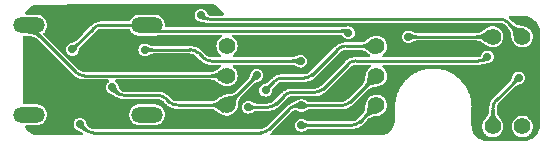
<source format=gbr>
G04 #@! TF.GenerationSoftware,KiCad,Pcbnew,(6.0.6-0)*
G04 #@! TF.CreationDate,2022-11-05T02:28:38-04:00*
G04 #@! TF.ProjectId,Twins Main PCB,5477696e-7320-44d6-9169-6e205043422e,1*
G04 #@! TF.SameCoordinates,Original*
G04 #@! TF.FileFunction,Copper,L2,Bot*
G04 #@! TF.FilePolarity,Positive*
%FSLAX46Y46*%
G04 Gerber Fmt 4.6, Leading zero omitted, Abs format (unit mm)*
G04 Created by KiCad (PCBNEW (6.0.6-0)) date 2022-11-05 02:28:38*
%MOMM*%
%LPD*%
G01*
G04 APERTURE LIST*
G04 Aperture macros list*
%AMRoundRect*
0 Rectangle with rounded corners*
0 $1 Rounding radius*
0 $2 $3 $4 $5 $6 $7 $8 $9 X,Y pos of 4 corners*
0 Add a 4 corners polygon primitive as box body*
4,1,4,$2,$3,$4,$5,$6,$7,$8,$9,$2,$3,0*
0 Add four circle primitives for the rounded corners*
1,1,$1+$1,$2,$3*
1,1,$1+$1,$4,$5*
1,1,$1+$1,$6,$7*
1,1,$1+$1,$8,$9*
0 Add four rect primitives between the rounded corners*
20,1,$1+$1,$2,$3,$4,$5,0*
20,1,$1+$1,$4,$5,$6,$7,0*
20,1,$1+$1,$6,$7,$8,$9,0*
20,1,$1+$1,$8,$9,$2,$3,0*%
G04 Aperture macros list end*
G04 #@! TA.AperFunction,ComponentPad*
%ADD10C,1.400000*%
G04 #@! TD*
G04 #@! TA.AperFunction,ComponentPad*
%ADD11RoundRect,0.700000X-0.625000X0.000000X0.625000X0.000000X0.625000X0.000000X-0.625000X0.000000X0*%
G04 #@! TD*
G04 #@! TA.AperFunction,ViaPad*
%ADD12C,0.700000*%
G04 #@! TD*
G04 #@! TA.AperFunction,Conductor*
%ADD13C,0.250000*%
G04 #@! TD*
G04 #@! TA.AperFunction,Conductor*
%ADD14C,0.254000*%
G04 #@! TD*
G04 APERTURE END LIST*
D10*
X162375000Y-106775000D03*
X162375000Y-99175000D03*
X150025000Y-104975000D03*
X159875000Y-99175000D03*
X137375000Y-102475000D03*
D11*
X130600000Y-105775000D03*
D10*
X150025000Y-102475000D03*
D11*
X120600000Y-98200000D03*
X130600000Y-98200000D03*
X120600000Y-105775000D03*
D10*
X159875000Y-106775000D03*
X137375000Y-104975000D03*
X137375000Y-99975000D03*
X150025000Y-99975000D03*
D12*
X162075000Y-102650000D03*
X147660000Y-98850000D03*
X124280000Y-100250000D03*
X152740000Y-99180000D03*
X130410000Y-100280000D03*
X143600000Y-101250000D03*
X135175000Y-97350000D03*
X143675000Y-105000000D03*
X124925000Y-106575000D03*
X127650000Y-103475000D03*
X139890000Y-102450000D03*
X143675000Y-106675000D03*
X140640000Y-103710000D03*
X139175000Y-105150000D03*
X159425000Y-100875000D03*
X154800000Y-100225000D03*
X128770000Y-99390000D03*
X125910000Y-100480000D03*
X133630000Y-103980000D03*
X122700000Y-104600000D03*
X126730000Y-103980000D03*
D13*
X162075000Y-102650000D02*
X160172893Y-104552107D01*
X159880000Y-105259214D02*
X159880000Y-106770000D01*
X159880010Y-105259214D02*
G75*
G02*
X160172893Y-104552107I999990J14D01*
G01*
D14*
X147660000Y-98850000D02*
X147490000Y-98680000D01*
X131090000Y-98680000D02*
X130600000Y-98190000D01*
D13*
X126037107Y-98492893D02*
X124280000Y-100250000D01*
X130600000Y-98200000D02*
X126744214Y-98200000D01*
D14*
X147490000Y-98680000D02*
X131090000Y-98680000D01*
D13*
X126744214Y-98200010D02*
G75*
G03*
X126037107Y-98492893I-14J-999990D01*
G01*
X120600000Y-98200000D02*
X124582107Y-102182107D01*
X125289214Y-102475000D02*
X137375000Y-102475000D01*
X125289214Y-102474990D02*
G75*
G02*
X124582107Y-102182107I-14J999990D01*
G01*
X130410000Y-100280000D02*
X134265786Y-100280000D01*
X143573615Y-101223615D02*
X143600000Y-101250000D01*
X152745000Y-99175000D02*
X159875000Y-99175000D01*
X134972893Y-100572893D02*
X135330722Y-100930722D01*
X152740000Y-99180000D02*
X152745000Y-99175000D01*
X136037829Y-101223615D02*
X143573615Y-101223615D01*
X136037829Y-101223590D02*
G75*
G02*
X135330722Y-100930722I-29J999990D01*
G01*
X134972900Y-100572886D02*
G75*
G03*
X134265786Y-100280000I-707100J-707114D01*
G01*
X135175000Y-97350000D02*
X135232107Y-97407107D01*
X161192893Y-97992893D02*
X162375000Y-99175000D01*
X135939214Y-97700000D02*
X160485786Y-97700000D01*
X160485786Y-97700010D02*
G75*
G02*
X161192893Y-97992893I14J-999990D01*
G01*
X135939214Y-97699990D02*
G75*
G02*
X135232107Y-97407107I-14J999990D01*
G01*
X143675000Y-105000000D02*
X147085786Y-105000000D01*
X142657107Y-105292893D02*
X140942893Y-107007107D01*
X147792893Y-104707107D02*
X150025000Y-102475000D01*
X140235786Y-107300000D02*
X126064214Y-107300000D01*
X125357107Y-107007107D02*
X124925000Y-106575000D01*
X143675000Y-105000000D02*
X143364214Y-105000000D01*
X126064214Y-107299990D02*
G75*
G02*
X125357107Y-107007107I-14J999990D01*
G01*
X143364214Y-105000010D02*
G75*
G03*
X142657107Y-105292893I-14J-999990D01*
G01*
X140235786Y-107299990D02*
G75*
G03*
X140942893Y-107007107I14J999990D01*
G01*
X147792900Y-104707114D02*
G75*
G02*
X147085786Y-105000000I-707100J707114D01*
G01*
X139890000Y-102450000D02*
X139890000Y-102460000D01*
X132482107Y-104682107D02*
X132242893Y-104442893D01*
X136960786Y-104975000D02*
X133189214Y-104975000D01*
X131535786Y-104150000D02*
X128739214Y-104150000D01*
X139890000Y-102460000D02*
X137667893Y-104682107D01*
X128032107Y-103857107D02*
X127650000Y-103475000D01*
X132482100Y-104682114D02*
G75*
G03*
X133189214Y-104975000I707100J707114D01*
G01*
X131535786Y-104150010D02*
G75*
G02*
X132242893Y-104442893I14J-999990D01*
G01*
X128032100Y-103857114D02*
G75*
G03*
X128739214Y-104150000I707100J707114D01*
G01*
X136960786Y-104974990D02*
G75*
G03*
X137667893Y-104682107I14J999990D01*
G01*
X143675000Y-106675000D02*
X143680000Y-106670000D01*
X143680000Y-106670000D02*
X147915786Y-106670000D01*
X148622893Y-106377107D02*
X150025000Y-104975000D01*
X147915786Y-106669990D02*
G75*
G03*
X148622893Y-106377107I14J999990D01*
G01*
X144592893Y-102382107D02*
X146707107Y-100267893D01*
X147414214Y-99975000D02*
X150025000Y-99975000D01*
X142089214Y-102675000D02*
X143885786Y-102675000D01*
X140625000Y-103725000D02*
X140604457Y-103745543D01*
X140625000Y-103725000D02*
X141382107Y-102967893D01*
X144592900Y-102382114D02*
G75*
G02*
X143885786Y-102675000I-707100J707114D01*
G01*
X146707100Y-100267886D02*
G75*
G02*
X147414214Y-99975000I707100J-707114D01*
G01*
X142089214Y-102675010D02*
G75*
G03*
X141382107Y-102967893I-14J-999990D01*
G01*
X148289214Y-101225000D02*
X158660786Y-101225000D01*
X159367893Y-100932107D02*
X159425000Y-100875000D01*
X142904214Y-103885000D02*
X144800786Y-103885000D01*
X145507893Y-103592107D02*
X147582107Y-101517893D01*
X139175000Y-105150000D02*
X140810786Y-105150000D01*
X141517893Y-104857107D02*
X142197107Y-104177893D01*
X145507900Y-103592114D02*
G75*
G02*
X144800786Y-103885000I-707100J707114D01*
G01*
X158660786Y-101224990D02*
G75*
G03*
X159367893Y-100932107I14J999990D01*
G01*
X142197100Y-104177886D02*
G75*
G02*
X142904214Y-103885000I707100J-707114D01*
G01*
X147582100Y-101517886D02*
G75*
G02*
X148289214Y-101225000I707100J-707114D01*
G01*
X140810786Y-105149990D02*
G75*
G03*
X141517893Y-104857107I14J999990D01*
G01*
G04 #@! TA.AperFunction,Conductor*
G36*
X143522202Y-104693636D02*
G01*
X143639017Y-104801584D01*
X143849965Y-104996521D01*
X143562493Y-105284186D01*
X143534743Y-105311955D01*
X143526471Y-105315385D01*
X143521158Y-105314111D01*
X143473699Y-105289929D01*
X143473059Y-105289576D01*
X143424376Y-105260691D01*
X143424071Y-105260504D01*
X143379455Y-105232154D01*
X143379453Y-105232153D01*
X143379381Y-105232107D01*
X143337032Y-105205957D01*
X143336867Y-105205870D01*
X143336856Y-105205863D01*
X143295631Y-105183962D01*
X143295627Y-105183960D01*
X143295318Y-105183796D01*
X143252390Y-105167279D01*
X143206398Y-105158059D01*
X143155493Y-105157788D01*
X143097825Y-105168120D01*
X143041959Y-105187160D01*
X143033023Y-105186586D01*
X143027364Y-105180534D01*
X142940937Y-104970270D01*
X142940961Y-104961315D01*
X142947277Y-104955014D01*
X143018079Y-104925660D01*
X143018161Y-104925626D01*
X143018164Y-104925625D01*
X143087338Y-104896305D01*
X143087398Y-104896279D01*
X143146703Y-104870394D01*
X143146765Y-104870367D01*
X143199072Y-104846703D01*
X143199119Y-104846681D01*
X143229459Y-104832411D01*
X143247043Y-104824141D01*
X143293358Y-104801551D01*
X143340725Y-104777791D01*
X143391851Y-104751723D01*
X143449443Y-104722204D01*
X143508938Y-104691810D01*
X143517865Y-104691098D01*
X143522202Y-104693636D01*
G37*
G04 #@! TD.AperFunction*
G04 #@! TA.AperFunction,Conductor*
G36*
X162194917Y-102529760D02*
G01*
X162198505Y-102538422D01*
X162190024Y-102972261D01*
X162186436Y-102980465D01*
X162181905Y-102983171D01*
X162125879Y-103001172D01*
X162125432Y-103001306D01*
X162068518Y-103017118D01*
X162068290Y-103017179D01*
X162016584Y-103030422D01*
X162016545Y-103030432D01*
X161968779Y-103043130D01*
X161968755Y-103043137D01*
X161968627Y-103043171D01*
X161968492Y-103043214D01*
X161968483Y-103043216D01*
X161923211Y-103057426D01*
X161923199Y-103057430D01*
X161922993Y-103057495D01*
X161878132Y-103075496D01*
X161832498Y-103099275D01*
X161784544Y-103130932D01*
X161732722Y-103172571D01*
X161732555Y-103172728D01*
X161683750Y-103218534D01*
X161675372Y-103221697D01*
X161667470Y-103218276D01*
X161506724Y-103057530D01*
X161503297Y-103049257D01*
X161506466Y-103041250D01*
X161552271Y-102992444D01*
X161552428Y-102992277D01*
X161594067Y-102940455D01*
X161625724Y-102892501D01*
X161649503Y-102846867D01*
X161667504Y-102802006D01*
X161667569Y-102801800D01*
X161667573Y-102801788D01*
X161681783Y-102756516D01*
X161681785Y-102756507D01*
X161681828Y-102756372D01*
X161681862Y-102756244D01*
X161681869Y-102756220D01*
X161694567Y-102708454D01*
X161694577Y-102708415D01*
X161707820Y-102656709D01*
X161707881Y-102656481D01*
X161723693Y-102599567D01*
X161723827Y-102599120D01*
X161741829Y-102543095D01*
X161747622Y-102536267D01*
X161752739Y-102534976D01*
X162186578Y-102526495D01*
X162194917Y-102529760D01*
G37*
G04 #@! TD.AperFunction*
G04 #@! TA.AperFunction,Conductor*
G36*
X160002125Y-105383427D02*
G01*
X160005538Y-105391135D01*
X160012907Y-105543580D01*
X160012930Y-105544052D01*
X160035429Y-105679169D01*
X160070556Y-105791650D01*
X160116374Y-105887796D01*
X160170943Y-105973906D01*
X160232323Y-106056280D01*
X160298489Y-106141109D01*
X160298658Y-106141332D01*
X160367548Y-106234731D01*
X160367968Y-106235341D01*
X160437673Y-106343570D01*
X160438169Y-106344415D01*
X160503174Y-106466875D01*
X160504026Y-106475788D01*
X160501215Y-106480530D01*
X159880979Y-107116281D01*
X159872749Y-107119810D01*
X159864113Y-107116160D01*
X159253086Y-106471550D01*
X159249881Y-106463188D01*
X159251322Y-106457869D01*
X159317755Y-106336894D01*
X159318259Y-106336060D01*
X159325657Y-106324904D01*
X159389210Y-106229069D01*
X159389605Y-106228510D01*
X159459457Y-106136153D01*
X159459637Y-106135921D01*
X159526507Y-106051992D01*
X159526518Y-106051978D01*
X159588258Y-105970561D01*
X159588261Y-105970557D01*
X159588392Y-105970384D01*
X159643294Y-105884958D01*
X159688076Y-105792024D01*
X159689125Y-105789846D01*
X159689310Y-105789462D01*
X159724535Y-105677640D01*
X159747066Y-105543237D01*
X159754459Y-105391132D01*
X159758283Y-105383035D01*
X159766145Y-105380000D01*
X159993852Y-105380000D01*
X160002125Y-105383427D01*
G37*
G04 #@! TD.AperFunction*
G04 #@! TA.AperFunction,Conductor*
G36*
X124687530Y-99681724D02*
G01*
X124848276Y-99842470D01*
X124851703Y-99850743D01*
X124848534Y-99858750D01*
X124802571Y-99907722D01*
X124760932Y-99959544D01*
X124729275Y-100007498D01*
X124705496Y-100053132D01*
X124687495Y-100097993D01*
X124687430Y-100098199D01*
X124687426Y-100098211D01*
X124673216Y-100143483D01*
X124673171Y-100143627D01*
X124673137Y-100143755D01*
X124673130Y-100143779D01*
X124660432Y-100191545D01*
X124660422Y-100191584D01*
X124660406Y-100191648D01*
X124647179Y-100243289D01*
X124647118Y-100243518D01*
X124631306Y-100300432D01*
X124631172Y-100300879D01*
X124613171Y-100356905D01*
X124607378Y-100363733D01*
X124602261Y-100365024D01*
X124168422Y-100373505D01*
X124160083Y-100370240D01*
X124156495Y-100361578D01*
X124164976Y-99927739D01*
X124168564Y-99919535D01*
X124173095Y-99916829D01*
X124229120Y-99898827D01*
X124229567Y-99898693D01*
X124286481Y-99882881D01*
X124286710Y-99882820D01*
X124338415Y-99869577D01*
X124338454Y-99869567D01*
X124386220Y-99856869D01*
X124386244Y-99856862D01*
X124386372Y-99856828D01*
X124386507Y-99856785D01*
X124386516Y-99856783D01*
X124431788Y-99842573D01*
X124431800Y-99842569D01*
X124432006Y-99842504D01*
X124476867Y-99824503D01*
X124522501Y-99800724D01*
X124570455Y-99769067D01*
X124622277Y-99727428D01*
X124671250Y-99681466D01*
X124679628Y-99678303D01*
X124687530Y-99681724D01*
G37*
G04 #@! TD.AperFunction*
G04 #@! TA.AperFunction,Conductor*
G36*
X130301036Y-97575922D02*
G01*
X130513348Y-97780092D01*
X130950000Y-98200000D01*
X130521834Y-98611747D01*
X130520771Y-98612770D01*
X130520770Y-98612770D01*
X130301036Y-98824078D01*
X130292697Y-98827343D01*
X130287363Y-98825938D01*
X130166168Y-98760434D01*
X130165318Y-98759927D01*
X130058190Y-98689725D01*
X130057583Y-98689299D01*
X129965174Y-98619991D01*
X129964927Y-98619800D01*
X129881081Y-98553345D01*
X129881077Y-98553342D01*
X129881009Y-98553288D01*
X129799459Y-98491604D01*
X129714148Y-98436792D01*
X129713822Y-98436635D01*
X129713819Y-98436633D01*
X129619194Y-98390973D01*
X129619191Y-98390972D01*
X129618810Y-98390788D01*
X129507183Y-98355530D01*
X129373000Y-98332955D01*
X129372669Y-98332939D01*
X129372661Y-98332938D01*
X129221130Y-98325543D01*
X129213033Y-98321717D01*
X129210000Y-98313857D01*
X129210000Y-98086143D01*
X129213427Y-98077870D01*
X129221130Y-98074457D01*
X129372661Y-98067061D01*
X129372669Y-98067060D01*
X129373000Y-98067044D01*
X129507183Y-98044469D01*
X129618810Y-98009211D01*
X129619191Y-98009027D01*
X129619194Y-98009026D01*
X129713819Y-97963366D01*
X129713822Y-97963364D01*
X129714148Y-97963207D01*
X129799459Y-97908395D01*
X129881009Y-97846711D01*
X129964927Y-97780199D01*
X129965174Y-97780008D01*
X130057583Y-97710700D01*
X130058190Y-97710274D01*
X130165318Y-97640072D01*
X130166168Y-97639565D01*
X130287363Y-97574062D01*
X130296270Y-97573143D01*
X130301036Y-97575922D01*
G37*
G04 #@! TD.AperFunction*
G04 #@! TA.AperFunction,Conductor*
G36*
X147659896Y-98503430D02*
G01*
X147662813Y-98507960D01*
X147753945Y-98765806D01*
X147809237Y-98922248D01*
X147808763Y-98931190D01*
X147801263Y-98937440D01*
X147382694Y-99050695D01*
X147373814Y-99049548D01*
X147370058Y-99046116D01*
X147343720Y-99008541D01*
X147315305Y-98968209D01*
X147315304Y-98968208D01*
X147315262Y-98968148D01*
X147287888Y-98931838D01*
X147279571Y-98922248D01*
X147260296Y-98900025D01*
X147260293Y-98900022D01*
X147260091Y-98899789D01*
X147230364Y-98872181D01*
X147197197Y-98849192D01*
X147196772Y-98848989D01*
X147159501Y-98831199D01*
X147159495Y-98831197D01*
X147159085Y-98831001D01*
X147158640Y-98830869D01*
X147114899Y-98817898D01*
X147114894Y-98817897D01*
X147114520Y-98817786D01*
X147095618Y-98814886D01*
X147062303Y-98809773D01*
X147062296Y-98809772D01*
X147061994Y-98809726D01*
X147061684Y-98809712D01*
X147061680Y-98809712D01*
X147031450Y-98808383D01*
X147011186Y-98807492D01*
X147003071Y-98803705D01*
X147000000Y-98795803D01*
X147000000Y-98564511D01*
X147003427Y-98556238D01*
X147011510Y-98552813D01*
X147032236Y-98552477D01*
X147091287Y-98551518D01*
X147091303Y-98551517D01*
X147091392Y-98551516D01*
X147091483Y-98551511D01*
X147091491Y-98551511D01*
X147138991Y-98549045D01*
X147168974Y-98547488D01*
X147169070Y-98547480D01*
X147235686Y-98541563D01*
X147235695Y-98541562D01*
X147235808Y-98541552D01*
X147278057Y-98536403D01*
X147294909Y-98534350D01*
X147294929Y-98534347D01*
X147294957Y-98534344D01*
X147294972Y-98534342D01*
X147294994Y-98534339D01*
X147331047Y-98529152D01*
X147349485Y-98526500D01*
X147402405Y-98518663D01*
X147402509Y-98518649D01*
X147456765Y-98511468D01*
X147457117Y-98511428D01*
X147491604Y-98507961D01*
X147515718Y-98505537D01*
X147516182Y-98505499D01*
X147525169Y-98504956D01*
X147582414Y-98501497D01*
X147582866Y-98501480D01*
X147636505Y-98500451D01*
X147651559Y-98500162D01*
X147659896Y-98503430D01*
G37*
G04 #@! TD.AperFunction*
G04 #@! TA.AperFunction,Conductor*
G36*
X131253979Y-97953781D02*
G01*
X131256795Y-97958159D01*
X131289659Y-98048933D01*
X131321726Y-98142143D01*
X131353189Y-98228805D01*
X131387065Y-98307738D01*
X131387212Y-98308000D01*
X131387215Y-98308006D01*
X131426145Y-98377360D01*
X131426149Y-98377366D01*
X131426373Y-98377765D01*
X131474129Y-98437704D01*
X131474601Y-98438092D01*
X131474603Y-98438094D01*
X131516354Y-98472406D01*
X131533352Y-98486376D01*
X131607060Y-98522603D01*
X131607658Y-98522751D01*
X131607663Y-98522753D01*
X131686071Y-98542181D01*
X131698270Y-98545204D01*
X131799115Y-98552240D01*
X131807129Y-98556235D01*
X131810000Y-98563912D01*
X131810000Y-98795481D01*
X131806573Y-98803754D01*
X131798483Y-98807180D01*
X131643053Y-98809604D01*
X131642965Y-98809608D01*
X131642946Y-98809609D01*
X131561726Y-98813688D01*
X131502289Y-98816672D01*
X131381720Y-98827088D01*
X131360010Y-98829670D01*
X131275427Y-98839727D01*
X131275398Y-98839731D01*
X131275354Y-98839736D01*
X131177202Y-98853500D01*
X131081333Y-98867255D01*
X131081233Y-98867269D01*
X131015023Y-98875668D01*
X130981751Y-98879889D01*
X130981388Y-98879929D01*
X130918089Y-98885954D01*
X130872344Y-98890307D01*
X130871908Y-98890340D01*
X130747159Y-98897383D01*
X130746717Y-98897400D01*
X130723384Y-98897813D01*
X130609113Y-98899838D01*
X130600781Y-98896558D01*
X130597614Y-98891202D01*
X130597372Y-98890307D01*
X130591123Y-98867264D01*
X130521834Y-98611747D01*
X130345131Y-97960123D01*
X131245670Y-97950444D01*
X131253979Y-97953781D01*
G37*
G04 #@! TD.AperFunction*
G04 #@! TA.AperFunction,Conductor*
G36*
X121134848Y-97967807D02*
G01*
X121252690Y-97970111D01*
X121260894Y-97973699D01*
X121263673Y-97978465D01*
X121303054Y-98110483D01*
X121303296Y-98111442D01*
X121329405Y-98236830D01*
X121329531Y-98237551D01*
X121345870Y-98351933D01*
X121345901Y-98352171D01*
X121358214Y-98458590D01*
X121372262Y-98559871D01*
X121393828Y-98658954D01*
X121428713Y-98758897D01*
X121482714Y-98862760D01*
X121482949Y-98863090D01*
X121482952Y-98863095D01*
X121561433Y-98973325D01*
X121561632Y-98973604D01*
X121663782Y-99086236D01*
X121666800Y-99094665D01*
X121663387Y-99102368D01*
X121502368Y-99263387D01*
X121494095Y-99266814D01*
X121486237Y-99263782D01*
X121373604Y-99161632D01*
X121373329Y-99161436D01*
X121373325Y-99161433D01*
X121263095Y-99082952D01*
X121263090Y-99082949D01*
X121262760Y-99082714D01*
X121158897Y-99028713D01*
X121058954Y-98993828D01*
X121058614Y-98993754D01*
X121058607Y-98993752D01*
X120960111Y-98972314D01*
X120960105Y-98972313D01*
X120959871Y-98972262D01*
X120858590Y-98958214D01*
X120752171Y-98945901D01*
X120751933Y-98945870D01*
X120637551Y-98929531D01*
X120636835Y-98929406D01*
X120511438Y-98903295D01*
X120510487Y-98903055D01*
X120437490Y-98881280D01*
X120378465Y-98863673D01*
X120371516Y-98858024D01*
X120370111Y-98852690D01*
X120352751Y-97964678D01*
X120356016Y-97956339D01*
X120364678Y-97952751D01*
X121134848Y-97967807D01*
G37*
G04 #@! TD.AperFunction*
G04 #@! TA.AperFunction,Conductor*
G36*
X137076036Y-101850922D02*
G01*
X137595016Y-102350000D01*
X137716231Y-102466567D01*
X137719819Y-102474771D01*
X137716231Y-102483433D01*
X137594451Y-102600543D01*
X137076036Y-103099078D01*
X137067697Y-103102343D01*
X137062363Y-103100938D01*
X136941168Y-103035434D01*
X136940318Y-103034927D01*
X136833190Y-102964725D01*
X136832583Y-102964299D01*
X136740174Y-102894991D01*
X136739927Y-102894800D01*
X136656081Y-102828345D01*
X136656077Y-102828342D01*
X136656009Y-102828288D01*
X136574459Y-102766604D01*
X136489148Y-102711792D01*
X136488822Y-102711635D01*
X136488819Y-102711633D01*
X136394194Y-102665973D01*
X136394191Y-102665972D01*
X136393810Y-102665788D01*
X136282183Y-102630530D01*
X136148000Y-102607955D01*
X136147669Y-102607939D01*
X136147661Y-102607938D01*
X135996130Y-102600543D01*
X135988033Y-102596717D01*
X135985000Y-102588857D01*
X135985000Y-102361143D01*
X135988427Y-102352870D01*
X135996130Y-102349457D01*
X136147661Y-102342061D01*
X136147669Y-102342060D01*
X136148000Y-102342044D01*
X136282183Y-102319469D01*
X136393810Y-102284211D01*
X136394191Y-102284027D01*
X136394194Y-102284026D01*
X136488819Y-102238366D01*
X136488822Y-102238364D01*
X136489148Y-102238207D01*
X136574459Y-102183395D01*
X136656009Y-102121711D01*
X136739927Y-102055199D01*
X136740174Y-102055008D01*
X136832583Y-101985700D01*
X136833190Y-101985274D01*
X136940318Y-101915072D01*
X136941168Y-101914565D01*
X137062363Y-101849062D01*
X137071270Y-101848143D01*
X137076036Y-101850922D01*
G37*
G04 #@! TD.AperFunction*
G04 #@! TA.AperFunction,Conductor*
G36*
X130569994Y-99968818D02*
G01*
X130622352Y-99995711D01*
X130622723Y-99995911D01*
X130655192Y-100014262D01*
X130674183Y-100024995D01*
X130674387Y-100025114D01*
X130720267Y-100052282D01*
X130720306Y-100052305D01*
X130763231Y-100077201D01*
X130805628Y-100099341D01*
X130829586Y-100109578D01*
X130849810Y-100118220D01*
X130849819Y-100118223D01*
X130850078Y-100118334D01*
X130850352Y-100118420D01*
X130850354Y-100118421D01*
X130898880Y-100133700D01*
X130898883Y-100133701D01*
X130899160Y-100133788D01*
X130899448Y-100133847D01*
X130899452Y-100133848D01*
X130916338Y-100137304D01*
X130955454Y-100145311D01*
X130955725Y-100145341D01*
X130955728Y-100145341D01*
X131021316Y-100152488D01*
X131021326Y-100152489D01*
X131021540Y-100152512D01*
X131041449Y-100153143D01*
X131088671Y-100154641D01*
X131096831Y-100158328D01*
X131100000Y-100166335D01*
X131100000Y-100393665D01*
X131096573Y-100401938D01*
X131088671Y-100405359D01*
X131054767Y-100406434D01*
X131021540Y-100407487D01*
X131021326Y-100407510D01*
X131021316Y-100407511D01*
X130955728Y-100414658D01*
X130955725Y-100414658D01*
X130955454Y-100414688D01*
X130916338Y-100422695D01*
X130899452Y-100426151D01*
X130899448Y-100426152D01*
X130899160Y-100426211D01*
X130898883Y-100426298D01*
X130898880Y-100426299D01*
X130850354Y-100441578D01*
X130850078Y-100441665D01*
X130849819Y-100441776D01*
X130849810Y-100441779D01*
X130829586Y-100450421D01*
X130805628Y-100460658D01*
X130763231Y-100482798D01*
X130763116Y-100482865D01*
X130763110Y-100482868D01*
X130720306Y-100507694D01*
X130720267Y-100507717D01*
X130674387Y-100534885D01*
X130674183Y-100535004D01*
X130655192Y-100545737D01*
X130622723Y-100564088D01*
X130622352Y-100564288D01*
X130573837Y-100589208D01*
X130569994Y-100591182D01*
X130561069Y-100591914D01*
X130556538Y-100589208D01*
X130471797Y-100507717D01*
X130243769Y-100288433D01*
X130240181Y-100280229D01*
X130243769Y-100271567D01*
X130353198Y-100166335D01*
X130556538Y-99970792D01*
X130564877Y-99967527D01*
X130569994Y-99968818D01*
G37*
G04 #@! TD.AperFunction*
G04 #@! TA.AperFunction,Conductor*
G36*
X152895466Y-98866528D02*
G01*
X152949041Y-98893042D01*
X152949449Y-98893254D01*
X153001964Y-98921867D01*
X153002170Y-98921982D01*
X153049041Y-98948759D01*
X153049057Y-98948768D01*
X153092741Y-98973240D01*
X153092762Y-98973251D01*
X153092842Y-98973296D01*
X153136042Y-98995115D01*
X153181277Y-99013838D01*
X153231170Y-99029076D01*
X153231463Y-99029134D01*
X153231466Y-99029135D01*
X153288078Y-99040389D01*
X153288340Y-99040441D01*
X153288593Y-99040468D01*
X153288601Y-99040469D01*
X153318373Y-99043622D01*
X153355410Y-99047545D01*
X153355624Y-99047552D01*
X153355630Y-99047552D01*
X153387560Y-99048537D01*
X153423662Y-99049650D01*
X153431824Y-99053330D01*
X153435000Y-99061344D01*
X153435000Y-99288662D01*
X153431573Y-99296935D01*
X153423668Y-99300356D01*
X153394503Y-99301273D01*
X153356336Y-99302473D01*
X153290049Y-99309650D01*
X153233569Y-99321167D01*
X153233287Y-99321256D01*
X153233282Y-99321257D01*
X153212669Y-99327744D01*
X153184330Y-99336661D01*
X153139762Y-99355767D01*
X153097298Y-99378122D01*
X153054368Y-99403362D01*
X153008448Y-99431098D01*
X153008371Y-99431144D01*
X152971831Y-99452347D01*
X152957027Y-99460936D01*
X152956641Y-99461150D01*
X152904482Y-99488842D01*
X152895569Y-99489695D01*
X152891010Y-99487058D01*
X152573910Y-99190840D01*
X152570204Y-99182688D01*
X152573666Y-99173975D01*
X152882045Y-98868699D01*
X152890335Y-98865314D01*
X152895466Y-98866528D01*
G37*
G04 #@! TD.AperFunction*
G04 #@! TA.AperFunction,Conductor*
G36*
X159576036Y-98550922D02*
G01*
X160095016Y-99050000D01*
X160216231Y-99166567D01*
X160219819Y-99174771D01*
X160216231Y-99183433D01*
X160094451Y-99300543D01*
X159576036Y-99799078D01*
X159567697Y-99802343D01*
X159562363Y-99800938D01*
X159441168Y-99735434D01*
X159440318Y-99734927D01*
X159333190Y-99664725D01*
X159332583Y-99664299D01*
X159240174Y-99594991D01*
X159239927Y-99594800D01*
X159156081Y-99528345D01*
X159156077Y-99528342D01*
X159156009Y-99528288D01*
X159074459Y-99466604D01*
X158989148Y-99411792D01*
X158988822Y-99411635D01*
X158988819Y-99411633D01*
X158894194Y-99365973D01*
X158894191Y-99365972D01*
X158893810Y-99365788D01*
X158782183Y-99330530D01*
X158648000Y-99307955D01*
X158647669Y-99307939D01*
X158647661Y-99307938D01*
X158496130Y-99300543D01*
X158488033Y-99296717D01*
X158485000Y-99288857D01*
X158485000Y-99061143D01*
X158488427Y-99052870D01*
X158496130Y-99049457D01*
X158647661Y-99042061D01*
X158647669Y-99042060D01*
X158648000Y-99042044D01*
X158782183Y-99019469D01*
X158893810Y-98984211D01*
X158894191Y-98984027D01*
X158894194Y-98984026D01*
X158988819Y-98938366D01*
X158988822Y-98938364D01*
X158989148Y-98938207D01*
X159074459Y-98883395D01*
X159156009Y-98821711D01*
X159239927Y-98755199D01*
X159240174Y-98755008D01*
X159332583Y-98685700D01*
X159333190Y-98685274D01*
X159440318Y-98615072D01*
X159441168Y-98614565D01*
X159562363Y-98549062D01*
X159571270Y-98548143D01*
X159576036Y-98550922D01*
G37*
G04 #@! TD.AperFunction*
G04 #@! TA.AperFunction,Conductor*
G36*
X143476684Y-100930808D02*
G01*
X143637375Y-101109990D01*
X143766399Y-101253862D01*
X143769372Y-101262309D01*
X143765154Y-101270682D01*
X143431008Y-101547564D01*
X143422451Y-101550204D01*
X143417480Y-101548562D01*
X143367041Y-101517990D01*
X143366744Y-101517803D01*
X143316862Y-101485406D01*
X143316771Y-101485346D01*
X143272104Y-101455737D01*
X143272087Y-101455726D01*
X143271998Y-101455667D01*
X143229817Y-101428971D01*
X143229661Y-101428884D01*
X143229654Y-101428880D01*
X143188065Y-101405734D01*
X143187828Y-101405602D01*
X143143541Y-101385845D01*
X143094466Y-101369983D01*
X143038113Y-101358301D01*
X142971993Y-101351084D01*
X142971764Y-101351077D01*
X142971753Y-101351076D01*
X142909021Y-101349100D01*
X142904947Y-101348972D01*
X142896785Y-101345287D01*
X142893615Y-101337278D01*
X142893615Y-101109990D01*
X142897042Y-101101717D01*
X142904985Y-101098295D01*
X142968261Y-101096511D01*
X142976674Y-101096274D01*
X142976879Y-101096254D01*
X142976883Y-101096254D01*
X143046513Y-101089542D01*
X143046519Y-101089541D01*
X143046749Y-101089519D01*
X143046977Y-101089478D01*
X143046984Y-101089477D01*
X143084862Y-101082662D01*
X143106599Y-101078751D01*
X143136882Y-101070437D01*
X143158731Y-101064438D01*
X143158737Y-101064436D01*
X143158985Y-101064368D01*
X143172210Y-101059488D01*
X143206486Y-101046839D01*
X143206502Y-101046833D01*
X143206666Y-101046772D01*
X143206816Y-101046705D01*
X143206831Y-101046699D01*
X143238711Y-101032473D01*
X143252404Y-101026363D01*
X143252502Y-101026315D01*
X143252519Y-101026307D01*
X143298957Y-101003540D01*
X143349017Y-100978739D01*
X143349171Y-100978665D01*
X143405338Y-100952356D01*
X143405753Y-100952171D01*
X143463426Y-100927839D01*
X143472381Y-100927781D01*
X143476684Y-100930808D01*
G37*
G04 #@! TD.AperFunction*
G04 #@! TA.AperFunction,Conductor*
G36*
X161488764Y-98111218D02*
G01*
X161601395Y-98213367D01*
X161601670Y-98213563D01*
X161601674Y-98213566D01*
X161711904Y-98292047D01*
X161711909Y-98292050D01*
X161712239Y-98292285D01*
X161816102Y-98346286D01*
X161916045Y-98381171D01*
X161916385Y-98381245D01*
X161916392Y-98381247D01*
X162014888Y-98402685D01*
X162014894Y-98402686D01*
X162015128Y-98402737D01*
X162116409Y-98416785D01*
X162222828Y-98429098D01*
X162223066Y-98429129D01*
X162337448Y-98445468D01*
X162338164Y-98445593D01*
X162463561Y-98471704D01*
X162464506Y-98471942D01*
X162596536Y-98511327D01*
X162603484Y-98516976D01*
X162604889Y-98522310D01*
X162622249Y-99410322D01*
X162618984Y-99418661D01*
X162610322Y-99422249D01*
X161840152Y-99407193D01*
X161722310Y-99404889D01*
X161714106Y-99401301D01*
X161711327Y-99396536D01*
X161671944Y-99264513D01*
X161671702Y-99263553D01*
X161645594Y-99138169D01*
X161645466Y-99137439D01*
X161629129Y-99023066D01*
X161629094Y-99022797D01*
X161616799Y-98916526D01*
X161616793Y-98916480D01*
X161616785Y-98916409D01*
X161602737Y-98815128D01*
X161581171Y-98716045D01*
X161546286Y-98616102D01*
X161492285Y-98512239D01*
X161492050Y-98511909D01*
X161492047Y-98511904D01*
X161413566Y-98401674D01*
X161413563Y-98401670D01*
X161413367Y-98401395D01*
X161311218Y-98288764D01*
X161308200Y-98280335D01*
X161311613Y-98272632D01*
X161472632Y-98111613D01*
X161480905Y-98108186D01*
X161488764Y-98111218D01*
G37*
G04 #@! TD.AperFunction*
G04 #@! TA.AperFunction,Conductor*
G36*
X135487203Y-97194827D02*
G01*
X135490563Y-97199088D01*
X135511964Y-97245294D01*
X135512217Y-97245882D01*
X135532665Y-97297220D01*
X135532746Y-97297431D01*
X135551029Y-97346054D01*
X135569335Y-97391382D01*
X135589850Y-97432799D01*
X135614807Y-97469826D01*
X135615181Y-97470206D01*
X135615185Y-97470211D01*
X135646013Y-97501545D01*
X135646444Y-97501983D01*
X135686996Y-97528792D01*
X135687538Y-97529012D01*
X135687542Y-97529014D01*
X135738254Y-97549593D01*
X135738698Y-97549773D01*
X135793107Y-97562040D01*
X135800424Y-97567203D01*
X135802093Y-97575264D01*
X135767352Y-97797053D01*
X135766918Y-97799825D01*
X135762252Y-97807468D01*
X135753497Y-97809565D01*
X135675860Y-97797044D01*
X135600145Y-97784064D01*
X135534950Y-97772202D01*
X135523685Y-97770046D01*
X135477341Y-97761176D01*
X135477271Y-97761163D01*
X135424105Y-97750654D01*
X135424092Y-97750651D01*
X135372448Y-97740382D01*
X135319296Y-97730053D01*
X135261645Y-97719372D01*
X135196493Y-97708046D01*
X135168272Y-97703472D01*
X135128938Y-97697096D01*
X135121320Y-97692390D01*
X135119313Y-97687716D01*
X135037958Y-97256498D01*
X135039791Y-97247733D01*
X135048097Y-97242708D01*
X135478588Y-97192384D01*
X135487203Y-97194827D01*
G37*
G04 #@! TD.AperFunction*
G04 #@! TA.AperFunction,Conductor*
G36*
X143834994Y-104688818D02*
G01*
X143887352Y-104715711D01*
X143887723Y-104715911D01*
X143920192Y-104734262D01*
X143939183Y-104744995D01*
X143939387Y-104745114D01*
X143985267Y-104772282D01*
X143985306Y-104772305D01*
X144028231Y-104797201D01*
X144070628Y-104819341D01*
X144094586Y-104829578D01*
X144114810Y-104838220D01*
X144114819Y-104838223D01*
X144115078Y-104838334D01*
X144115352Y-104838420D01*
X144115354Y-104838421D01*
X144163880Y-104853700D01*
X144163883Y-104853701D01*
X144164160Y-104853788D01*
X144164448Y-104853847D01*
X144164452Y-104853848D01*
X144181338Y-104857304D01*
X144220454Y-104865311D01*
X144220725Y-104865341D01*
X144220728Y-104865341D01*
X144286316Y-104872488D01*
X144286326Y-104872489D01*
X144286540Y-104872512D01*
X144306449Y-104873143D01*
X144353671Y-104874641D01*
X144361831Y-104878328D01*
X144365000Y-104886335D01*
X144365000Y-105113665D01*
X144361573Y-105121938D01*
X144353671Y-105125359D01*
X144319767Y-105126434D01*
X144286540Y-105127487D01*
X144286326Y-105127510D01*
X144286316Y-105127511D01*
X144220728Y-105134658D01*
X144220725Y-105134658D01*
X144220454Y-105134688D01*
X144181338Y-105142695D01*
X144164452Y-105146151D01*
X144164448Y-105146152D01*
X144164160Y-105146211D01*
X144163883Y-105146298D01*
X144163880Y-105146299D01*
X144115354Y-105161578D01*
X144115078Y-105161665D01*
X144114819Y-105161776D01*
X144114810Y-105161779D01*
X144094586Y-105170421D01*
X144070628Y-105180658D01*
X144070442Y-105180755D01*
X144070438Y-105180757D01*
X144051801Y-105190490D01*
X144028231Y-105202798D01*
X144028116Y-105202865D01*
X144028110Y-105202868D01*
X143985306Y-105227694D01*
X143985267Y-105227717D01*
X143939387Y-105254885D01*
X143939183Y-105255004D01*
X143920192Y-105265737D01*
X143887723Y-105284088D01*
X143887352Y-105284288D01*
X143838837Y-105309208D01*
X143834994Y-105311182D01*
X143826069Y-105311914D01*
X143821538Y-105309208D01*
X143678368Y-105171528D01*
X143500000Y-105000000D01*
X143673343Y-104833305D01*
X143674891Y-104831816D01*
X143674892Y-104831816D01*
X143821538Y-104690792D01*
X143829877Y-104687527D01*
X143834994Y-104688818D01*
G37*
G04 #@! TD.AperFunction*
G04 #@! TA.AperFunction,Conductor*
G36*
X150268661Y-102231016D02*
G01*
X150272249Y-102239678D01*
X150254889Y-103127690D01*
X150251301Y-103135894D01*
X150246534Y-103138673D01*
X150114512Y-103178055D01*
X150113561Y-103178295D01*
X149988164Y-103204406D01*
X149987448Y-103204531D01*
X149873066Y-103220870D01*
X149872828Y-103220901D01*
X149766409Y-103233214D01*
X149665128Y-103247262D01*
X149664894Y-103247313D01*
X149664888Y-103247314D01*
X149566392Y-103268752D01*
X149566385Y-103268754D01*
X149566045Y-103268828D01*
X149466102Y-103303713D01*
X149362239Y-103357714D01*
X149361909Y-103357949D01*
X149361904Y-103357952D01*
X149251674Y-103436433D01*
X149251670Y-103436436D01*
X149251395Y-103436632D01*
X149138763Y-103538782D01*
X149130335Y-103541800D01*
X149122632Y-103538387D01*
X148961613Y-103377368D01*
X148958186Y-103369095D01*
X148961218Y-103361236D01*
X149063367Y-103248604D01*
X149063566Y-103248325D01*
X149142047Y-103138095D01*
X149142050Y-103138090D01*
X149142285Y-103137760D01*
X149196286Y-103033897D01*
X149231171Y-102933954D01*
X149252737Y-102834871D01*
X149266785Y-102733590D01*
X149279098Y-102627171D01*
X149279129Y-102626933D01*
X149295468Y-102512551D01*
X149295594Y-102511830D01*
X149321702Y-102386446D01*
X149321944Y-102385486D01*
X149361327Y-102253464D01*
X149366976Y-102246516D01*
X149372310Y-102245111D01*
X149490152Y-102242807D01*
X150260322Y-102227751D01*
X150268661Y-102231016D01*
G37*
G04 #@! TD.AperFunction*
G04 #@! TA.AperFunction,Conductor*
G36*
X125247310Y-106459977D02*
G01*
X125255514Y-106463565D01*
X125258200Y-106468035D01*
X125284396Y-106548050D01*
X125284473Y-106548293D01*
X125308794Y-106628443D01*
X125331612Y-106701771D01*
X125355833Y-106769029D01*
X125384395Y-106831080D01*
X125420237Y-106888785D01*
X125466296Y-106943004D01*
X125525512Y-106994599D01*
X125600821Y-107044431D01*
X125685216Y-107088202D01*
X125690981Y-107095052D01*
X125690436Y-107103522D01*
X125594753Y-107309224D01*
X125588157Y-107315280D01*
X125579009Y-107314801D01*
X125480357Y-107266599D01*
X125479938Y-107266384D01*
X125388951Y-107217294D01*
X125388561Y-107217074D01*
X125311536Y-107171633D01*
X125311243Y-107171455D01*
X125243810Y-107128961D01*
X125243691Y-107128884D01*
X125181882Y-107088882D01*
X125121497Y-107050782D01*
X125121493Y-107050780D01*
X125121397Y-107050719D01*
X125101533Y-107039149D01*
X125058287Y-107013959D01*
X125058268Y-107013949D01*
X125058169Y-107013891D01*
X125020145Y-106994341D01*
X124988176Y-106977904D01*
X124988165Y-106977899D01*
X124988008Y-106977818D01*
X124987859Y-106977752D01*
X124987844Y-106977745D01*
X124906882Y-106941987D01*
X124906728Y-106941919D01*
X124868123Y-106927409D01*
X124817566Y-106908406D01*
X124811027Y-106902287D01*
X124809984Y-106897683D01*
X124801495Y-106463422D01*
X124804760Y-106455083D01*
X124813422Y-106451495D01*
X125247310Y-106459977D01*
G37*
G04 #@! TD.AperFunction*
G04 #@! TA.AperFunction,Conductor*
G36*
X137076028Y-104350914D02*
G01*
X137725000Y-104975000D01*
X137474702Y-105215700D01*
X137143087Y-105534599D01*
X137076028Y-105599086D01*
X137067689Y-105602351D01*
X137062369Y-105600953D01*
X136939696Y-105534829D01*
X136938868Y-105534338D01*
X136830360Y-105463766D01*
X136829772Y-105463357D01*
X136736086Y-105393910D01*
X136735853Y-105393733D01*
X136650736Y-105327279D01*
X136650713Y-105327261D01*
X136650661Y-105327221D01*
X136650559Y-105327145D01*
X136568052Y-105265821D01*
X136568044Y-105265816D01*
X136567859Y-105265678D01*
X136487564Y-105215058D01*
X136481558Y-105211272D01*
X136481255Y-105211081D01*
X136430907Y-105187258D01*
X136384927Y-105165501D01*
X136384923Y-105165499D01*
X136384548Y-105165322D01*
X136384148Y-105165198D01*
X136384145Y-105165197D01*
X136271816Y-105130411D01*
X136271812Y-105130410D01*
X136271434Y-105130293D01*
X136271047Y-105130229D01*
X136271042Y-105130228D01*
X136208385Y-105119892D01*
X136135614Y-105107888D01*
X136135295Y-105107873D01*
X136135288Y-105107872D01*
X135981927Y-105100533D01*
X135973827Y-105096714D01*
X135970786Y-105088846D01*
X135970786Y-104861154D01*
X135974213Y-104852881D01*
X135981927Y-104849467D01*
X136135288Y-104842127D01*
X136135295Y-104842126D01*
X136135614Y-104842111D01*
X136208385Y-104830107D01*
X136271042Y-104819771D01*
X136271047Y-104819770D01*
X136271434Y-104819706D01*
X136271812Y-104819589D01*
X136271816Y-104819588D01*
X136384145Y-104784802D01*
X136384148Y-104784801D01*
X136384548Y-104784677D01*
X136384923Y-104784500D01*
X136384927Y-104784498D01*
X136430907Y-104762741D01*
X136481255Y-104738918D01*
X136567859Y-104684321D01*
X136568044Y-104684183D01*
X136568052Y-104684178D01*
X136650570Y-104622846D01*
X136650593Y-104622829D01*
X136650661Y-104622778D01*
X136650710Y-104622739D01*
X136650736Y-104622720D01*
X136735853Y-104556266D01*
X136736086Y-104556089D01*
X136829772Y-104486642D01*
X136830360Y-104486233D01*
X136938868Y-104415661D01*
X136939696Y-104415170D01*
X136974730Y-104396286D01*
X137062368Y-104349048D01*
X137071275Y-104348139D01*
X137076028Y-104350914D01*
G37*
G04 #@! TD.AperFunction*
G04 #@! TA.AperFunction,Conductor*
G36*
X140007443Y-102327342D02*
G01*
X140011207Y-102335929D01*
X140011564Y-102769857D01*
X140008144Y-102778133D01*
X140003676Y-102780928D01*
X139946819Y-102800524D01*
X139946385Y-102800665D01*
X139888770Y-102818038D01*
X139888655Y-102818072D01*
X139858159Y-102826602D01*
X139836410Y-102832685D01*
X139836398Y-102832689D01*
X139836340Y-102832705D01*
X139787897Y-102846683D01*
X139787799Y-102846716D01*
X139787779Y-102846722D01*
X139741985Y-102862065D01*
X139741977Y-102862068D01*
X139741786Y-102862132D01*
X139741591Y-102862214D01*
X139696676Y-102881081D01*
X139696670Y-102881084D01*
X139696415Y-102881191D01*
X139696166Y-102881325D01*
X139696161Y-102881327D01*
X139675024Y-102892670D01*
X139650190Y-102905997D01*
X139601522Y-102938690D01*
X139548817Y-102981408D01*
X139548654Y-102981562D01*
X139548651Y-102981564D01*
X139498750Y-103028514D01*
X139490377Y-103031688D01*
X139482460Y-103028266D01*
X139321727Y-102867533D01*
X139318300Y-102859260D01*
X139321472Y-102851250D01*
X139367497Y-102802246D01*
X139367652Y-102802081D01*
X139409518Y-102750077D01*
X139441369Y-102701939D01*
X139465267Y-102656103D01*
X139483275Y-102611006D01*
X139497453Y-102565086D01*
X139509864Y-102516778D01*
X139522543Y-102464628D01*
X139522589Y-102464446D01*
X139537584Y-102406932D01*
X139537701Y-102406518D01*
X139554713Y-102349889D01*
X139560375Y-102342951D01*
X139565451Y-102341564D01*
X139598887Y-102340229D01*
X139999040Y-102324248D01*
X140007443Y-102327342D01*
G37*
G04 #@! TD.AperFunction*
G04 #@! TA.AperFunction,Conductor*
G36*
X138287425Y-103901570D02*
G01*
X138448430Y-104062575D01*
X138451857Y-104070848D01*
X138448817Y-104078714D01*
X138345343Y-104192590D01*
X138345143Y-104192869D01*
X138345139Y-104192874D01*
X138330170Y-104213757D01*
X138265146Y-104304472D01*
X138209932Y-104409223D01*
X138173906Y-104509962D01*
X138151274Y-104609806D01*
X138136242Y-104711873D01*
X138136226Y-104712003D01*
X138123034Y-104819126D01*
X138122995Y-104819415D01*
X138105854Y-104934789D01*
X138105727Y-104935495D01*
X138078903Y-105062118D01*
X138078665Y-105063050D01*
X138038679Y-105196548D01*
X138033022Y-105203490D01*
X138027701Y-105204889D01*
X137127513Y-105222487D01*
X137143287Y-104415594D01*
X137145111Y-104322300D01*
X137148699Y-104314096D01*
X137153452Y-104311321D01*
X137286949Y-104271334D01*
X137287881Y-104271096D01*
X137414504Y-104244272D01*
X137415210Y-104244145D01*
X137530584Y-104227004D01*
X137530873Y-104226965D01*
X137573614Y-104221701D01*
X137638126Y-104213757D01*
X137638227Y-104213742D01*
X137638243Y-104213740D01*
X137739983Y-104198756D01*
X137739985Y-104198756D01*
X137740193Y-104198725D01*
X137793322Y-104186682D01*
X137839699Y-104176170D01*
X137839705Y-104176168D01*
X137840037Y-104176093D01*
X137940776Y-104140067D01*
X138045527Y-104084853D01*
X138076607Y-104062575D01*
X138157125Y-104004860D01*
X138157130Y-104004856D01*
X138157409Y-104004656D01*
X138271285Y-103901183D01*
X138279711Y-103898156D01*
X138287425Y-103901570D01*
G37*
G04 #@! TD.AperFunction*
G04 #@! TA.AperFunction,Conductor*
G36*
X127972274Y-103359976D02*
G01*
X127980478Y-103363564D01*
X127983179Y-103368078D01*
X128006497Y-103440278D01*
X128006595Y-103440596D01*
X128027920Y-103514011D01*
X128047518Y-103581522D01*
X128047536Y-103581576D01*
X128047542Y-103581596D01*
X128067801Y-103642650D01*
X128068143Y-103643681D01*
X128092593Y-103701187D01*
X128123667Y-103754738D01*
X128164162Y-103805033D01*
X128216876Y-103852771D01*
X128284609Y-103898649D01*
X128284907Y-103898805D01*
X128284909Y-103898806D01*
X128360257Y-103938193D01*
X128366001Y-103945063D01*
X128365445Y-103953497D01*
X128343793Y-104000045D01*
X128287514Y-104121036D01*
X128269721Y-104159287D01*
X128263125Y-104165343D01*
X128254031Y-104164890D01*
X128163411Y-104121187D01*
X128163107Y-104121036D01*
X128134973Y-104106447D01*
X128078197Y-104077005D01*
X128077981Y-104076890D01*
X128005608Y-104036871D01*
X128005486Y-104036802D01*
X127941860Y-104000014D01*
X127883255Y-103965712D01*
X127825984Y-103933180D01*
X127766291Y-103901661D01*
X127700423Y-103870398D01*
X127658904Y-103853000D01*
X127624726Y-103838678D01*
X127624720Y-103838676D01*
X127624623Y-103838635D01*
X127542630Y-103808379D01*
X127536055Y-103802301D01*
X127534983Y-103797632D01*
X127526495Y-103363422D01*
X127529760Y-103355083D01*
X127538422Y-103351495D01*
X127972274Y-103359976D01*
G37*
G04 #@! TD.AperFunction*
G04 #@! TA.AperFunction,Conductor*
G36*
X143830466Y-106361528D02*
G01*
X143884041Y-106388042D01*
X143884449Y-106388254D01*
X143936964Y-106416867D01*
X143937170Y-106416982D01*
X143984041Y-106443759D01*
X143984057Y-106443768D01*
X144027741Y-106468240D01*
X144027762Y-106468251D01*
X144027842Y-106468296D01*
X144071042Y-106490115D01*
X144116277Y-106508838D01*
X144166170Y-106524076D01*
X144166463Y-106524134D01*
X144166466Y-106524135D01*
X144223078Y-106535389D01*
X144223340Y-106535441D01*
X144223593Y-106535468D01*
X144223601Y-106535469D01*
X144253373Y-106538622D01*
X144290410Y-106542545D01*
X144290624Y-106542552D01*
X144290630Y-106542552D01*
X144322560Y-106543537D01*
X144358662Y-106544650D01*
X144366824Y-106548330D01*
X144370000Y-106556344D01*
X144370000Y-106783662D01*
X144366573Y-106791935D01*
X144358668Y-106795356D01*
X144329503Y-106796273D01*
X144291336Y-106797473D01*
X144225049Y-106804650D01*
X144168569Y-106816167D01*
X144168287Y-106816256D01*
X144168282Y-106816257D01*
X144147669Y-106822744D01*
X144119330Y-106831661D01*
X144074762Y-106850767D01*
X144032298Y-106873122D01*
X143989368Y-106898362D01*
X143943448Y-106926098D01*
X143943371Y-106926144D01*
X143906831Y-106947347D01*
X143892027Y-106955936D01*
X143891641Y-106956150D01*
X143839482Y-106983842D01*
X143830569Y-106984695D01*
X143826010Y-106982058D01*
X143508910Y-106685840D01*
X143505204Y-106677688D01*
X143508666Y-106668975D01*
X143817045Y-106363699D01*
X143825335Y-106360314D01*
X143830466Y-106361528D01*
G37*
G04 #@! TD.AperFunction*
G04 #@! TA.AperFunction,Conductor*
G36*
X150268661Y-104731016D02*
G01*
X150272249Y-104739678D01*
X150254889Y-105627690D01*
X150251301Y-105635894D01*
X150246534Y-105638673D01*
X150114512Y-105678055D01*
X150113561Y-105678295D01*
X149988164Y-105704406D01*
X149987448Y-105704531D01*
X149873066Y-105720870D01*
X149872828Y-105720901D01*
X149766409Y-105733214D01*
X149665128Y-105747262D01*
X149664894Y-105747313D01*
X149664888Y-105747314D01*
X149566392Y-105768752D01*
X149566385Y-105768754D01*
X149566045Y-105768828D01*
X149466102Y-105803713D01*
X149362239Y-105857714D01*
X149361909Y-105857949D01*
X149361904Y-105857952D01*
X149251674Y-105936433D01*
X149251670Y-105936436D01*
X149251395Y-105936632D01*
X149138763Y-106038782D01*
X149130335Y-106041800D01*
X149122632Y-106038387D01*
X148961613Y-105877368D01*
X148958186Y-105869095D01*
X148961218Y-105861236D01*
X149063367Y-105748604D01*
X149063566Y-105748325D01*
X149142047Y-105638095D01*
X149142050Y-105638090D01*
X149142285Y-105637760D01*
X149196286Y-105533897D01*
X149231171Y-105433954D01*
X149252737Y-105334871D01*
X149266785Y-105233590D01*
X149279098Y-105127171D01*
X149279129Y-105126933D01*
X149295468Y-105012551D01*
X149295594Y-105011830D01*
X149321702Y-104886446D01*
X149321944Y-104885486D01*
X149361327Y-104753464D01*
X149366976Y-104746516D01*
X149372310Y-104745111D01*
X149490152Y-104742807D01*
X150260322Y-104727751D01*
X150268661Y-104731016D01*
G37*
G04 #@! TD.AperFunction*
G04 #@! TA.AperFunction,Conductor*
G36*
X149726036Y-99350922D02*
G01*
X150245016Y-99850000D01*
X150366231Y-99966567D01*
X150369819Y-99974771D01*
X150366231Y-99983433D01*
X150244451Y-100100543D01*
X149726036Y-100599078D01*
X149717697Y-100602343D01*
X149712363Y-100600938D01*
X149591168Y-100535434D01*
X149590318Y-100534927D01*
X149483190Y-100464725D01*
X149482583Y-100464299D01*
X149390174Y-100394991D01*
X149389927Y-100394800D01*
X149306081Y-100328345D01*
X149306077Y-100328342D01*
X149306009Y-100328288D01*
X149224459Y-100266604D01*
X149139148Y-100211792D01*
X149138822Y-100211635D01*
X149138819Y-100211633D01*
X149044194Y-100165973D01*
X149044191Y-100165972D01*
X149043810Y-100165788D01*
X148932183Y-100130530D01*
X148798000Y-100107955D01*
X148797669Y-100107939D01*
X148797661Y-100107938D01*
X148646130Y-100100543D01*
X148638033Y-100096717D01*
X148635000Y-100088857D01*
X148635000Y-99861143D01*
X148638427Y-99852870D01*
X148646130Y-99849457D01*
X148797661Y-99842061D01*
X148797669Y-99842060D01*
X148798000Y-99842044D01*
X148932183Y-99819469D01*
X149043810Y-99784211D01*
X149044191Y-99784027D01*
X149044194Y-99784026D01*
X149138819Y-99738366D01*
X149138822Y-99738364D01*
X149139148Y-99738207D01*
X149224459Y-99683395D01*
X149306009Y-99621711D01*
X149389927Y-99555199D01*
X149390174Y-99555008D01*
X149482583Y-99485700D01*
X149483190Y-99485274D01*
X149590318Y-99415072D01*
X149591168Y-99414565D01*
X149712363Y-99349062D01*
X149721270Y-99348143D01*
X149726036Y-99350922D01*
G37*
G04 #@! TD.AperFunction*
G04 #@! TA.AperFunction,Conductor*
G36*
X141032510Y-103156704D02*
G01*
X141193296Y-103317490D01*
X141196723Y-103325763D01*
X141193574Y-103333748D01*
X141149630Y-103380803D01*
X141109936Y-103431039D01*
X141080103Y-103477651D01*
X141058028Y-103522096D01*
X141041604Y-103565831D01*
X141028729Y-103610314D01*
X141028701Y-103610430D01*
X141028699Y-103610436D01*
X141017297Y-103657001D01*
X141005244Y-103707177D01*
X141005170Y-103707471D01*
X140990412Y-103762563D01*
X140990260Y-103763082D01*
X140973155Y-103816873D01*
X140967382Y-103823718D01*
X140962235Y-103825025D01*
X140762702Y-103828925D01*
X140528422Y-103833505D01*
X140520083Y-103830240D01*
X140516495Y-103821578D01*
X140521498Y-103565622D01*
X140524975Y-103387766D01*
X140528563Y-103379562D01*
X140533127Y-103376845D01*
X140553754Y-103370285D01*
X140586937Y-103359733D01*
X140587428Y-103359589D01*
X140616303Y-103351854D01*
X140642528Y-103344829D01*
X140642822Y-103344755D01*
X140692998Y-103332702D01*
X140721336Y-103325763D01*
X140739563Y-103321300D01*
X140739569Y-103321298D01*
X140739685Y-103321270D01*
X140784168Y-103308395D01*
X140827903Y-103291971D01*
X140872348Y-103269896D01*
X140918960Y-103240063D01*
X140969196Y-103200369D01*
X140969360Y-103200216D01*
X140969368Y-103200209D01*
X140998236Y-103173250D01*
X141016252Y-103156426D01*
X141024637Y-103153284D01*
X141032510Y-103156704D01*
G37*
G04 #@! TD.AperFunction*
G04 #@! TA.AperFunction,Conductor*
G36*
X139334994Y-104838818D02*
G01*
X139387352Y-104865711D01*
X139387723Y-104865911D01*
X139420192Y-104884262D01*
X139439183Y-104894995D01*
X139439387Y-104895114D01*
X139485267Y-104922282D01*
X139485306Y-104922305D01*
X139528231Y-104947201D01*
X139570628Y-104969341D01*
X139594586Y-104979578D01*
X139614810Y-104988220D01*
X139614819Y-104988223D01*
X139615078Y-104988334D01*
X139615352Y-104988420D01*
X139615354Y-104988421D01*
X139663880Y-105003700D01*
X139663883Y-105003701D01*
X139664160Y-105003788D01*
X139664448Y-105003847D01*
X139664452Y-105003848D01*
X139681338Y-105007304D01*
X139720454Y-105015311D01*
X139720725Y-105015341D01*
X139720728Y-105015341D01*
X139786316Y-105022488D01*
X139786326Y-105022489D01*
X139786540Y-105022512D01*
X139806449Y-105023143D01*
X139853671Y-105024641D01*
X139861831Y-105028328D01*
X139865000Y-105036335D01*
X139865000Y-105263665D01*
X139861573Y-105271938D01*
X139853671Y-105275359D01*
X139819767Y-105276434D01*
X139786540Y-105277487D01*
X139786326Y-105277510D01*
X139786316Y-105277511D01*
X139720728Y-105284658D01*
X139720725Y-105284658D01*
X139720454Y-105284688D01*
X139681338Y-105292695D01*
X139664452Y-105296151D01*
X139664448Y-105296152D01*
X139664160Y-105296211D01*
X139663883Y-105296298D01*
X139663880Y-105296299D01*
X139615354Y-105311578D01*
X139615078Y-105311665D01*
X139614819Y-105311776D01*
X139614810Y-105311779D01*
X139594586Y-105320421D01*
X139570628Y-105330658D01*
X139528231Y-105352798D01*
X139528116Y-105352865D01*
X139528110Y-105352868D01*
X139485306Y-105377694D01*
X139485267Y-105377717D01*
X139439387Y-105404885D01*
X139439183Y-105405004D01*
X139420192Y-105415737D01*
X139387723Y-105434088D01*
X139387352Y-105434288D01*
X139338837Y-105459208D01*
X139334994Y-105461182D01*
X139326069Y-105461914D01*
X139321538Y-105459208D01*
X139236797Y-105377717D01*
X139008769Y-105158433D01*
X139005181Y-105150229D01*
X139008769Y-105141567D01*
X139118198Y-105036335D01*
X139321538Y-104840792D01*
X139329877Y-104837527D01*
X139334994Y-104838818D01*
G37*
G04 #@! TD.AperFunction*
G04 #@! TA.AperFunction,Conductor*
G36*
X159551903Y-100767708D02*
G01*
X159559723Y-100772072D01*
X159562042Y-100781498D01*
X159480687Y-101212716D01*
X159475786Y-101220211D01*
X159471062Y-101222096D01*
X159432508Y-101228345D01*
X159403506Y-101233046D01*
X159338354Y-101244372D01*
X159280703Y-101255053D01*
X159227551Y-101265382D01*
X159175907Y-101275651D01*
X159175894Y-101275654D01*
X159122727Y-101286163D01*
X159122657Y-101286176D01*
X159076313Y-101295046D01*
X159065048Y-101297202D01*
X158999853Y-101309064D01*
X158924138Y-101322044D01*
X158846502Y-101334565D01*
X158837790Y-101332499D01*
X158833081Y-101324825D01*
X158832646Y-101322044D01*
X158797906Y-101100263D01*
X158800011Y-101091560D01*
X158806890Y-101087041D01*
X158861300Y-101074773D01*
X158877784Y-101068084D01*
X158912456Y-101054014D01*
X158912460Y-101054012D01*
X158913002Y-101053792D01*
X158953554Y-101026983D01*
X158953985Y-101026545D01*
X158984813Y-100995211D01*
X158984817Y-100995206D01*
X158985191Y-100994826D01*
X159010149Y-100957799D01*
X159030663Y-100916382D01*
X159048970Y-100871055D01*
X159067253Y-100822431D01*
X159067334Y-100822220D01*
X159087788Y-100770867D01*
X159088042Y-100770279D01*
X159109437Y-100724088D01*
X159116023Y-100718021D01*
X159121411Y-100717384D01*
X159551903Y-100767708D01*
G37*
G04 #@! TD.AperFunction*
G04 #@! TA.AperFunction,Conductor*
G36*
X160002125Y-105383427D02*
G01*
X160005538Y-105391135D01*
X160012907Y-105543580D01*
X160012930Y-105544052D01*
X160035429Y-105679169D01*
X160070556Y-105791650D01*
X160116374Y-105887796D01*
X160170943Y-105973906D01*
X160232323Y-106056280D01*
X160298489Y-106141109D01*
X160298658Y-106141332D01*
X160367548Y-106234731D01*
X160367968Y-106235341D01*
X160437673Y-106343570D01*
X160438169Y-106344415D01*
X160503174Y-106466875D01*
X160504026Y-106475788D01*
X160501215Y-106480530D01*
X159880979Y-107116281D01*
X159872749Y-107119810D01*
X159864113Y-107116160D01*
X159253086Y-106471550D01*
X159249881Y-106463188D01*
X159251322Y-106457869D01*
X159317755Y-106336894D01*
X159318259Y-106336060D01*
X159325657Y-106324904D01*
X159389210Y-106229069D01*
X159389605Y-106228510D01*
X159459457Y-106136153D01*
X159459637Y-106135921D01*
X159526507Y-106051992D01*
X159526518Y-106051978D01*
X159588258Y-105970561D01*
X159588261Y-105970557D01*
X159588392Y-105970384D01*
X159643294Y-105884958D01*
X159688076Y-105792024D01*
X159689125Y-105789846D01*
X159689310Y-105789462D01*
X159724535Y-105677640D01*
X159747066Y-105543237D01*
X159754459Y-105391132D01*
X159758283Y-105383035D01*
X159766145Y-105380000D01*
X159993852Y-105380000D01*
X160002125Y-105383427D01*
G37*
G04 #@! TD.AperFunction*
G04 #@! TA.AperFunction,Conductor*
G36*
X130301036Y-97575922D02*
G01*
X130513348Y-97780092D01*
X130950000Y-98200000D01*
X130521834Y-98611747D01*
X130520771Y-98612770D01*
X130520770Y-98612770D01*
X130301036Y-98824078D01*
X130292697Y-98827343D01*
X130287363Y-98825938D01*
X130166168Y-98760434D01*
X130165318Y-98759927D01*
X130058190Y-98689725D01*
X130057583Y-98689299D01*
X129965174Y-98619991D01*
X129964927Y-98619800D01*
X129881081Y-98553345D01*
X129881077Y-98553342D01*
X129881009Y-98553288D01*
X129799459Y-98491604D01*
X129714148Y-98436792D01*
X129713822Y-98436635D01*
X129713819Y-98436633D01*
X129619194Y-98390973D01*
X129619191Y-98390972D01*
X129618810Y-98390788D01*
X129507183Y-98355530D01*
X129373000Y-98332955D01*
X129372669Y-98332939D01*
X129372661Y-98332938D01*
X129221130Y-98325543D01*
X129213033Y-98321717D01*
X129210000Y-98313857D01*
X129210000Y-98086143D01*
X129213427Y-98077870D01*
X129221130Y-98074457D01*
X129372661Y-98067061D01*
X129372669Y-98067060D01*
X129373000Y-98067044D01*
X129507183Y-98044469D01*
X129618810Y-98009211D01*
X129619191Y-98009027D01*
X129619194Y-98009026D01*
X129713819Y-97963366D01*
X129713822Y-97963364D01*
X129714148Y-97963207D01*
X129799459Y-97908395D01*
X129881009Y-97846711D01*
X129964927Y-97780199D01*
X129965174Y-97780008D01*
X130057583Y-97710700D01*
X130058190Y-97710274D01*
X130165318Y-97640072D01*
X130166168Y-97639565D01*
X130287363Y-97574062D01*
X130296270Y-97573143D01*
X130301036Y-97575922D01*
G37*
G04 #@! TD.AperFunction*
G04 #@! TA.AperFunction,Conductor*
G36*
X131253979Y-97953781D02*
G01*
X131256795Y-97958159D01*
X131289659Y-98048933D01*
X131321726Y-98142143D01*
X131353189Y-98228805D01*
X131387065Y-98307738D01*
X131387212Y-98308000D01*
X131387215Y-98308006D01*
X131426145Y-98377360D01*
X131426149Y-98377366D01*
X131426373Y-98377765D01*
X131474129Y-98437704D01*
X131474601Y-98438092D01*
X131474603Y-98438094D01*
X131516354Y-98472406D01*
X131533352Y-98486376D01*
X131607060Y-98522603D01*
X131607658Y-98522751D01*
X131607663Y-98522753D01*
X131686071Y-98542181D01*
X131698270Y-98545204D01*
X131799115Y-98552240D01*
X131807129Y-98556235D01*
X131810000Y-98563912D01*
X131810000Y-98795481D01*
X131806573Y-98803754D01*
X131798483Y-98807180D01*
X131643053Y-98809604D01*
X131642965Y-98809608D01*
X131642946Y-98809609D01*
X131561726Y-98813688D01*
X131502289Y-98816672D01*
X131381720Y-98827088D01*
X131360010Y-98829670D01*
X131275427Y-98839727D01*
X131275398Y-98839731D01*
X131275354Y-98839736D01*
X131177202Y-98853500D01*
X131081333Y-98867255D01*
X131081233Y-98867269D01*
X131015023Y-98875668D01*
X130981751Y-98879889D01*
X130981388Y-98879929D01*
X130918089Y-98885954D01*
X130872344Y-98890307D01*
X130871908Y-98890340D01*
X130747159Y-98897383D01*
X130746717Y-98897400D01*
X130723384Y-98897813D01*
X130609113Y-98899838D01*
X130600781Y-98896558D01*
X130597614Y-98891202D01*
X130597372Y-98890307D01*
X130591123Y-98867264D01*
X130521834Y-98611747D01*
X130345131Y-97960123D01*
X131245670Y-97950444D01*
X131253979Y-97953781D01*
G37*
G04 #@! TD.AperFunction*
G04 #@! TA.AperFunction,Conductor*
G36*
X121134848Y-97967807D02*
G01*
X121252690Y-97970111D01*
X121260894Y-97973699D01*
X121263673Y-97978465D01*
X121303054Y-98110483D01*
X121303296Y-98111442D01*
X121329405Y-98236830D01*
X121329531Y-98237551D01*
X121345870Y-98351933D01*
X121345901Y-98352171D01*
X121358214Y-98458590D01*
X121372262Y-98559871D01*
X121393828Y-98658954D01*
X121428713Y-98758897D01*
X121482714Y-98862760D01*
X121482949Y-98863090D01*
X121482952Y-98863095D01*
X121561433Y-98973325D01*
X121561632Y-98973604D01*
X121663782Y-99086236D01*
X121666800Y-99094665D01*
X121663387Y-99102368D01*
X121502368Y-99263387D01*
X121494095Y-99266814D01*
X121486237Y-99263782D01*
X121373604Y-99161632D01*
X121373329Y-99161436D01*
X121373325Y-99161433D01*
X121263095Y-99082952D01*
X121263090Y-99082949D01*
X121262760Y-99082714D01*
X121158897Y-99028713D01*
X121058954Y-98993828D01*
X121058614Y-98993754D01*
X121058607Y-98993752D01*
X120960111Y-98972314D01*
X120960105Y-98972313D01*
X120959871Y-98972262D01*
X120858590Y-98958214D01*
X120752171Y-98945901D01*
X120751933Y-98945870D01*
X120637551Y-98929531D01*
X120636835Y-98929406D01*
X120511438Y-98903295D01*
X120510487Y-98903055D01*
X120437490Y-98881280D01*
X120378465Y-98863673D01*
X120371516Y-98858024D01*
X120370111Y-98852690D01*
X120352751Y-97964678D01*
X120356016Y-97956339D01*
X120364678Y-97952751D01*
X121134848Y-97967807D01*
G37*
G04 #@! TD.AperFunction*
G04 #@! TA.AperFunction,Conductor*
G36*
X137076036Y-101850922D02*
G01*
X137595016Y-102350000D01*
X137716231Y-102466567D01*
X137719819Y-102474771D01*
X137716231Y-102483433D01*
X137594451Y-102600543D01*
X137076036Y-103099078D01*
X137067697Y-103102343D01*
X137062363Y-103100938D01*
X136941168Y-103035434D01*
X136940318Y-103034927D01*
X136833190Y-102964725D01*
X136832583Y-102964299D01*
X136740174Y-102894991D01*
X136739927Y-102894800D01*
X136656081Y-102828345D01*
X136656077Y-102828342D01*
X136656009Y-102828288D01*
X136574459Y-102766604D01*
X136489148Y-102711792D01*
X136488822Y-102711635D01*
X136488819Y-102711633D01*
X136394194Y-102665973D01*
X136394191Y-102665972D01*
X136393810Y-102665788D01*
X136282183Y-102630530D01*
X136148000Y-102607955D01*
X136147669Y-102607939D01*
X136147661Y-102607938D01*
X135996130Y-102600543D01*
X135988033Y-102596717D01*
X135985000Y-102588857D01*
X135985000Y-102361143D01*
X135988427Y-102352870D01*
X135996130Y-102349457D01*
X136147661Y-102342061D01*
X136147669Y-102342060D01*
X136148000Y-102342044D01*
X136282183Y-102319469D01*
X136393810Y-102284211D01*
X136394191Y-102284027D01*
X136394194Y-102284026D01*
X136488819Y-102238366D01*
X136488822Y-102238364D01*
X136489148Y-102238207D01*
X136574459Y-102183395D01*
X136656009Y-102121711D01*
X136739927Y-102055199D01*
X136740174Y-102055008D01*
X136832583Y-101985700D01*
X136833190Y-101985274D01*
X136940318Y-101915072D01*
X136941168Y-101914565D01*
X137062363Y-101849062D01*
X137071270Y-101848143D01*
X137076036Y-101850922D01*
G37*
G04 #@! TD.AperFunction*
G04 #@! TA.AperFunction,Conductor*
G36*
X159576036Y-98550922D02*
G01*
X160095016Y-99050000D01*
X160216231Y-99166567D01*
X160219819Y-99174771D01*
X160216231Y-99183433D01*
X160094451Y-99300543D01*
X159576036Y-99799078D01*
X159567697Y-99802343D01*
X159562363Y-99800938D01*
X159441168Y-99735434D01*
X159440318Y-99734927D01*
X159333190Y-99664725D01*
X159332583Y-99664299D01*
X159240174Y-99594991D01*
X159239927Y-99594800D01*
X159156081Y-99528345D01*
X159156077Y-99528342D01*
X159156009Y-99528288D01*
X159074459Y-99466604D01*
X158989148Y-99411792D01*
X158988822Y-99411635D01*
X158988819Y-99411633D01*
X158894194Y-99365973D01*
X158894191Y-99365972D01*
X158893810Y-99365788D01*
X158782183Y-99330530D01*
X158648000Y-99307955D01*
X158647669Y-99307939D01*
X158647661Y-99307938D01*
X158496130Y-99300543D01*
X158488033Y-99296717D01*
X158485000Y-99288857D01*
X158485000Y-99061143D01*
X158488427Y-99052870D01*
X158496130Y-99049457D01*
X158647661Y-99042061D01*
X158647669Y-99042060D01*
X158648000Y-99042044D01*
X158782183Y-99019469D01*
X158893810Y-98984211D01*
X158894191Y-98984027D01*
X158894194Y-98984026D01*
X158988819Y-98938366D01*
X158988822Y-98938364D01*
X158989148Y-98938207D01*
X159074459Y-98883395D01*
X159156009Y-98821711D01*
X159239927Y-98755199D01*
X159240174Y-98755008D01*
X159332583Y-98685700D01*
X159333190Y-98685274D01*
X159440318Y-98615072D01*
X159441168Y-98614565D01*
X159562363Y-98549062D01*
X159571270Y-98548143D01*
X159576036Y-98550922D01*
G37*
G04 #@! TD.AperFunction*
G04 #@! TA.AperFunction,Conductor*
G36*
X161488764Y-98111218D02*
G01*
X161601395Y-98213367D01*
X161601670Y-98213563D01*
X161601674Y-98213566D01*
X161711904Y-98292047D01*
X161711909Y-98292050D01*
X161712239Y-98292285D01*
X161816102Y-98346286D01*
X161916045Y-98381171D01*
X161916385Y-98381245D01*
X161916392Y-98381247D01*
X162014888Y-98402685D01*
X162014894Y-98402686D01*
X162015128Y-98402737D01*
X162116409Y-98416785D01*
X162222828Y-98429098D01*
X162223066Y-98429129D01*
X162337448Y-98445468D01*
X162338164Y-98445593D01*
X162463561Y-98471704D01*
X162464506Y-98471942D01*
X162596536Y-98511327D01*
X162603484Y-98516976D01*
X162604889Y-98522310D01*
X162622249Y-99410322D01*
X162618984Y-99418661D01*
X162610322Y-99422249D01*
X161840152Y-99407193D01*
X161722310Y-99404889D01*
X161714106Y-99401301D01*
X161711327Y-99396536D01*
X161671944Y-99264513D01*
X161671702Y-99263553D01*
X161645594Y-99138169D01*
X161645466Y-99137439D01*
X161629129Y-99023066D01*
X161629094Y-99022797D01*
X161616799Y-98916526D01*
X161616793Y-98916480D01*
X161616785Y-98916409D01*
X161602737Y-98815128D01*
X161581171Y-98716045D01*
X161546286Y-98616102D01*
X161492285Y-98512239D01*
X161492050Y-98511909D01*
X161492047Y-98511904D01*
X161413566Y-98401674D01*
X161413563Y-98401670D01*
X161413367Y-98401395D01*
X161311218Y-98288764D01*
X161308200Y-98280335D01*
X161311613Y-98272632D01*
X161472632Y-98111613D01*
X161480905Y-98108186D01*
X161488764Y-98111218D01*
G37*
G04 #@! TD.AperFunction*
G04 #@! TA.AperFunction,Conductor*
G36*
X150268661Y-102231016D02*
G01*
X150272249Y-102239678D01*
X150254889Y-103127690D01*
X150251301Y-103135894D01*
X150246534Y-103138673D01*
X150114512Y-103178055D01*
X150113561Y-103178295D01*
X149988164Y-103204406D01*
X149987448Y-103204531D01*
X149873066Y-103220870D01*
X149872828Y-103220901D01*
X149766409Y-103233214D01*
X149665128Y-103247262D01*
X149664894Y-103247313D01*
X149664888Y-103247314D01*
X149566392Y-103268752D01*
X149566385Y-103268754D01*
X149566045Y-103268828D01*
X149466102Y-103303713D01*
X149362239Y-103357714D01*
X149361909Y-103357949D01*
X149361904Y-103357952D01*
X149251674Y-103436433D01*
X149251670Y-103436436D01*
X149251395Y-103436632D01*
X149138763Y-103538782D01*
X149130335Y-103541800D01*
X149122632Y-103538387D01*
X148961613Y-103377368D01*
X148958186Y-103369095D01*
X148961218Y-103361236D01*
X149063367Y-103248604D01*
X149063566Y-103248325D01*
X149142047Y-103138095D01*
X149142050Y-103138090D01*
X149142285Y-103137760D01*
X149196286Y-103033897D01*
X149231171Y-102933954D01*
X149252737Y-102834871D01*
X149266785Y-102733590D01*
X149279098Y-102627171D01*
X149279129Y-102626933D01*
X149295468Y-102512551D01*
X149295594Y-102511830D01*
X149321702Y-102386446D01*
X149321944Y-102385486D01*
X149361327Y-102253464D01*
X149366976Y-102246516D01*
X149372310Y-102245111D01*
X149490152Y-102242807D01*
X150260322Y-102227751D01*
X150268661Y-102231016D01*
G37*
G04 #@! TD.AperFunction*
G04 #@! TA.AperFunction,Conductor*
G36*
X137076028Y-104350914D02*
G01*
X137725000Y-104975000D01*
X137474702Y-105215700D01*
X137143087Y-105534599D01*
X137076028Y-105599086D01*
X137067689Y-105602351D01*
X137062369Y-105600953D01*
X136939696Y-105534829D01*
X136938868Y-105534338D01*
X136830360Y-105463766D01*
X136829772Y-105463357D01*
X136736086Y-105393910D01*
X136735853Y-105393733D01*
X136650736Y-105327279D01*
X136650713Y-105327261D01*
X136650661Y-105327221D01*
X136650559Y-105327145D01*
X136568052Y-105265821D01*
X136568044Y-105265816D01*
X136567859Y-105265678D01*
X136487564Y-105215058D01*
X136481558Y-105211272D01*
X136481255Y-105211081D01*
X136430907Y-105187258D01*
X136384927Y-105165501D01*
X136384923Y-105165499D01*
X136384548Y-105165322D01*
X136384148Y-105165198D01*
X136384145Y-105165197D01*
X136271816Y-105130411D01*
X136271812Y-105130410D01*
X136271434Y-105130293D01*
X136271047Y-105130229D01*
X136271042Y-105130228D01*
X136208385Y-105119892D01*
X136135614Y-105107888D01*
X136135295Y-105107873D01*
X136135288Y-105107872D01*
X135981927Y-105100533D01*
X135973827Y-105096714D01*
X135970786Y-105088846D01*
X135970786Y-104861154D01*
X135974213Y-104852881D01*
X135981927Y-104849467D01*
X136135288Y-104842127D01*
X136135295Y-104842126D01*
X136135614Y-104842111D01*
X136208385Y-104830107D01*
X136271042Y-104819771D01*
X136271047Y-104819770D01*
X136271434Y-104819706D01*
X136271812Y-104819589D01*
X136271816Y-104819588D01*
X136384145Y-104784802D01*
X136384148Y-104784801D01*
X136384548Y-104784677D01*
X136384923Y-104784500D01*
X136384927Y-104784498D01*
X136430907Y-104762741D01*
X136481255Y-104738918D01*
X136567859Y-104684321D01*
X136568044Y-104684183D01*
X136568052Y-104684178D01*
X136650570Y-104622846D01*
X136650593Y-104622829D01*
X136650661Y-104622778D01*
X136650710Y-104622739D01*
X136650736Y-104622720D01*
X136735853Y-104556266D01*
X136736086Y-104556089D01*
X136829772Y-104486642D01*
X136830360Y-104486233D01*
X136938868Y-104415661D01*
X136939696Y-104415170D01*
X136974730Y-104396286D01*
X137062368Y-104349048D01*
X137071275Y-104348139D01*
X137076028Y-104350914D01*
G37*
G04 #@! TD.AperFunction*
G04 #@! TA.AperFunction,Conductor*
G36*
X138287425Y-103901570D02*
G01*
X138448430Y-104062575D01*
X138451857Y-104070848D01*
X138448817Y-104078714D01*
X138345343Y-104192590D01*
X138345143Y-104192869D01*
X138345139Y-104192874D01*
X138330170Y-104213757D01*
X138265146Y-104304472D01*
X138209932Y-104409223D01*
X138173906Y-104509962D01*
X138151274Y-104609806D01*
X138136242Y-104711873D01*
X138136226Y-104712003D01*
X138123034Y-104819126D01*
X138122995Y-104819415D01*
X138105854Y-104934789D01*
X138105727Y-104935495D01*
X138078903Y-105062118D01*
X138078665Y-105063050D01*
X138038679Y-105196548D01*
X138033022Y-105203490D01*
X138027701Y-105204889D01*
X137127513Y-105222487D01*
X137143287Y-104415594D01*
X137145111Y-104322300D01*
X137148699Y-104314096D01*
X137153452Y-104311321D01*
X137286949Y-104271334D01*
X137287881Y-104271096D01*
X137414504Y-104244272D01*
X137415210Y-104244145D01*
X137530584Y-104227004D01*
X137530873Y-104226965D01*
X137573614Y-104221701D01*
X137638126Y-104213757D01*
X137638227Y-104213742D01*
X137638243Y-104213740D01*
X137739983Y-104198756D01*
X137739985Y-104198756D01*
X137740193Y-104198725D01*
X137793322Y-104186682D01*
X137839699Y-104176170D01*
X137839705Y-104176168D01*
X137840037Y-104176093D01*
X137940776Y-104140067D01*
X138045527Y-104084853D01*
X138076607Y-104062575D01*
X138157125Y-104004860D01*
X138157130Y-104004856D01*
X138157409Y-104004656D01*
X138271285Y-103901183D01*
X138279711Y-103898156D01*
X138287425Y-103901570D01*
G37*
G04 #@! TD.AperFunction*
G04 #@! TA.AperFunction,Conductor*
G36*
X150268661Y-104731016D02*
G01*
X150272249Y-104739678D01*
X150254889Y-105627690D01*
X150251301Y-105635894D01*
X150246534Y-105638673D01*
X150114512Y-105678055D01*
X150113561Y-105678295D01*
X149988164Y-105704406D01*
X149987448Y-105704531D01*
X149873066Y-105720870D01*
X149872828Y-105720901D01*
X149766409Y-105733214D01*
X149665128Y-105747262D01*
X149664894Y-105747313D01*
X149664888Y-105747314D01*
X149566392Y-105768752D01*
X149566385Y-105768754D01*
X149566045Y-105768828D01*
X149466102Y-105803713D01*
X149362239Y-105857714D01*
X149361909Y-105857949D01*
X149361904Y-105857952D01*
X149251674Y-105936433D01*
X149251670Y-105936436D01*
X149251395Y-105936632D01*
X149138763Y-106038782D01*
X149130335Y-106041800D01*
X149122632Y-106038387D01*
X148961613Y-105877368D01*
X148958186Y-105869095D01*
X148961218Y-105861236D01*
X149063367Y-105748604D01*
X149063566Y-105748325D01*
X149142047Y-105638095D01*
X149142050Y-105638090D01*
X149142285Y-105637760D01*
X149196286Y-105533897D01*
X149231171Y-105433954D01*
X149252737Y-105334871D01*
X149266785Y-105233590D01*
X149279098Y-105127171D01*
X149279129Y-105126933D01*
X149295468Y-105012551D01*
X149295594Y-105011830D01*
X149321702Y-104886446D01*
X149321944Y-104885486D01*
X149361327Y-104753464D01*
X149366976Y-104746516D01*
X149372310Y-104745111D01*
X149490152Y-104742807D01*
X150260322Y-104727751D01*
X150268661Y-104731016D01*
G37*
G04 #@! TD.AperFunction*
G04 #@! TA.AperFunction,Conductor*
G36*
X149726036Y-99350922D02*
G01*
X150245016Y-99850000D01*
X150366231Y-99966567D01*
X150369819Y-99974771D01*
X150366231Y-99983433D01*
X150244451Y-100100543D01*
X149726036Y-100599078D01*
X149717697Y-100602343D01*
X149712363Y-100600938D01*
X149591168Y-100535434D01*
X149590318Y-100534927D01*
X149483190Y-100464725D01*
X149482583Y-100464299D01*
X149390174Y-100394991D01*
X149389927Y-100394800D01*
X149306081Y-100328345D01*
X149306077Y-100328342D01*
X149306009Y-100328288D01*
X149224459Y-100266604D01*
X149139148Y-100211792D01*
X149138822Y-100211635D01*
X149138819Y-100211633D01*
X149044194Y-100165973D01*
X149044191Y-100165972D01*
X149043810Y-100165788D01*
X148932183Y-100130530D01*
X148798000Y-100107955D01*
X148797669Y-100107939D01*
X148797661Y-100107938D01*
X148646130Y-100100543D01*
X148638033Y-100096717D01*
X148635000Y-100088857D01*
X148635000Y-99861143D01*
X148638427Y-99852870D01*
X148646130Y-99849457D01*
X148797661Y-99842061D01*
X148797669Y-99842060D01*
X148798000Y-99842044D01*
X148932183Y-99819469D01*
X149043810Y-99784211D01*
X149044191Y-99784027D01*
X149044194Y-99784026D01*
X149138819Y-99738366D01*
X149138822Y-99738364D01*
X149139148Y-99738207D01*
X149224459Y-99683395D01*
X149306009Y-99621711D01*
X149389927Y-99555199D01*
X149390174Y-99555008D01*
X149482583Y-99485700D01*
X149483190Y-99485274D01*
X149590318Y-99415072D01*
X149591168Y-99414565D01*
X149712363Y-99349062D01*
X149721270Y-99348143D01*
X149726036Y-99350922D01*
G37*
G04 #@! TD.AperFunction*
G04 #@! TA.AperFunction,Conductor*
G36*
X160002125Y-105383427D02*
G01*
X160005538Y-105391135D01*
X160012907Y-105543580D01*
X160012930Y-105544052D01*
X160035429Y-105679169D01*
X160070556Y-105791650D01*
X160116374Y-105887796D01*
X160170943Y-105973906D01*
X160232323Y-106056280D01*
X160298489Y-106141109D01*
X160298658Y-106141332D01*
X160367548Y-106234731D01*
X160367968Y-106235341D01*
X160437673Y-106343570D01*
X160438169Y-106344415D01*
X160503174Y-106466875D01*
X160504026Y-106475788D01*
X160501215Y-106480530D01*
X159880979Y-107116281D01*
X159872749Y-107119810D01*
X159864113Y-107116160D01*
X159253086Y-106471550D01*
X159249881Y-106463188D01*
X159251322Y-106457869D01*
X159317755Y-106336894D01*
X159318259Y-106336060D01*
X159325657Y-106324904D01*
X159389210Y-106229069D01*
X159389605Y-106228510D01*
X159459457Y-106136153D01*
X159459637Y-106135921D01*
X159526507Y-106051992D01*
X159526518Y-106051978D01*
X159588258Y-105970561D01*
X159588261Y-105970557D01*
X159588392Y-105970384D01*
X159643294Y-105884958D01*
X159688076Y-105792024D01*
X159689125Y-105789846D01*
X159689310Y-105789462D01*
X159724535Y-105677640D01*
X159747066Y-105543237D01*
X159754459Y-105391132D01*
X159758283Y-105383035D01*
X159766145Y-105380000D01*
X159993852Y-105380000D01*
X160002125Y-105383427D01*
G37*
G04 #@! TD.AperFunction*
G04 #@! TA.AperFunction,Conductor*
G36*
X130301036Y-97575922D02*
G01*
X130513348Y-97780092D01*
X130950000Y-98200000D01*
X130521834Y-98611747D01*
X130520771Y-98612770D01*
X130520770Y-98612770D01*
X130301036Y-98824078D01*
X130292697Y-98827343D01*
X130287363Y-98825938D01*
X130166168Y-98760434D01*
X130165318Y-98759927D01*
X130058190Y-98689725D01*
X130057583Y-98689299D01*
X129965174Y-98619991D01*
X129964927Y-98619800D01*
X129881081Y-98553345D01*
X129881077Y-98553342D01*
X129881009Y-98553288D01*
X129799459Y-98491604D01*
X129714148Y-98436792D01*
X129713822Y-98436635D01*
X129713819Y-98436633D01*
X129619194Y-98390973D01*
X129619191Y-98390972D01*
X129618810Y-98390788D01*
X129507183Y-98355530D01*
X129373000Y-98332955D01*
X129372669Y-98332939D01*
X129372661Y-98332938D01*
X129221130Y-98325543D01*
X129213033Y-98321717D01*
X129210000Y-98313857D01*
X129210000Y-98086143D01*
X129213427Y-98077870D01*
X129221130Y-98074457D01*
X129372661Y-98067061D01*
X129372669Y-98067060D01*
X129373000Y-98067044D01*
X129507183Y-98044469D01*
X129618810Y-98009211D01*
X129619191Y-98009027D01*
X129619194Y-98009026D01*
X129713819Y-97963366D01*
X129713822Y-97963364D01*
X129714148Y-97963207D01*
X129799459Y-97908395D01*
X129881009Y-97846711D01*
X129964927Y-97780199D01*
X129965174Y-97780008D01*
X130057583Y-97710700D01*
X130058190Y-97710274D01*
X130165318Y-97640072D01*
X130166168Y-97639565D01*
X130287363Y-97574062D01*
X130296270Y-97573143D01*
X130301036Y-97575922D01*
G37*
G04 #@! TD.AperFunction*
G04 #@! TA.AperFunction,Conductor*
G36*
X131253979Y-97953781D02*
G01*
X131256795Y-97958159D01*
X131289659Y-98048933D01*
X131321726Y-98142143D01*
X131353189Y-98228805D01*
X131387065Y-98307738D01*
X131387212Y-98308000D01*
X131387215Y-98308006D01*
X131426145Y-98377360D01*
X131426149Y-98377366D01*
X131426373Y-98377765D01*
X131474129Y-98437704D01*
X131474601Y-98438092D01*
X131474603Y-98438094D01*
X131516354Y-98472406D01*
X131533352Y-98486376D01*
X131607060Y-98522603D01*
X131607658Y-98522751D01*
X131607663Y-98522753D01*
X131686071Y-98542181D01*
X131698270Y-98545204D01*
X131799115Y-98552240D01*
X131807129Y-98556235D01*
X131810000Y-98563912D01*
X131810000Y-98795481D01*
X131806573Y-98803754D01*
X131798483Y-98807180D01*
X131643053Y-98809604D01*
X131642965Y-98809608D01*
X131642946Y-98809609D01*
X131561726Y-98813688D01*
X131502289Y-98816672D01*
X131381720Y-98827088D01*
X131360010Y-98829670D01*
X131275427Y-98839727D01*
X131275398Y-98839731D01*
X131275354Y-98839736D01*
X131177202Y-98853500D01*
X131081333Y-98867255D01*
X131081233Y-98867269D01*
X131015023Y-98875668D01*
X130981751Y-98879889D01*
X130981388Y-98879929D01*
X130918089Y-98885954D01*
X130872344Y-98890307D01*
X130871908Y-98890340D01*
X130747159Y-98897383D01*
X130746717Y-98897400D01*
X130723384Y-98897813D01*
X130609113Y-98899838D01*
X130600781Y-98896558D01*
X130597614Y-98891202D01*
X130597372Y-98890307D01*
X130591123Y-98867264D01*
X130521834Y-98611747D01*
X130345131Y-97960123D01*
X131245670Y-97950444D01*
X131253979Y-97953781D01*
G37*
G04 #@! TD.AperFunction*
G04 #@! TA.AperFunction,Conductor*
G36*
X121134848Y-97967807D02*
G01*
X121252690Y-97970111D01*
X121260894Y-97973699D01*
X121263673Y-97978465D01*
X121303054Y-98110483D01*
X121303296Y-98111442D01*
X121329405Y-98236830D01*
X121329531Y-98237551D01*
X121345870Y-98351933D01*
X121345901Y-98352171D01*
X121358214Y-98458590D01*
X121372262Y-98559871D01*
X121393828Y-98658954D01*
X121428713Y-98758897D01*
X121482714Y-98862760D01*
X121482949Y-98863090D01*
X121482952Y-98863095D01*
X121561433Y-98973325D01*
X121561632Y-98973604D01*
X121663782Y-99086236D01*
X121666800Y-99094665D01*
X121663387Y-99102368D01*
X121502368Y-99263387D01*
X121494095Y-99266814D01*
X121486237Y-99263782D01*
X121373604Y-99161632D01*
X121373329Y-99161436D01*
X121373325Y-99161433D01*
X121263095Y-99082952D01*
X121263090Y-99082949D01*
X121262760Y-99082714D01*
X121158897Y-99028713D01*
X121058954Y-98993828D01*
X121058614Y-98993754D01*
X121058607Y-98993752D01*
X120960111Y-98972314D01*
X120960105Y-98972313D01*
X120959871Y-98972262D01*
X120858590Y-98958214D01*
X120752171Y-98945901D01*
X120751933Y-98945870D01*
X120637551Y-98929531D01*
X120636835Y-98929406D01*
X120511438Y-98903295D01*
X120510487Y-98903055D01*
X120437490Y-98881280D01*
X120378465Y-98863673D01*
X120371516Y-98858024D01*
X120370111Y-98852690D01*
X120352751Y-97964678D01*
X120356016Y-97956339D01*
X120364678Y-97952751D01*
X121134848Y-97967807D01*
G37*
G04 #@! TD.AperFunction*
G04 #@! TA.AperFunction,Conductor*
G36*
X137076036Y-101850922D02*
G01*
X137595016Y-102350000D01*
X137716231Y-102466567D01*
X137719819Y-102474771D01*
X137716231Y-102483433D01*
X137594451Y-102600543D01*
X137076036Y-103099078D01*
X137067697Y-103102343D01*
X137062363Y-103100938D01*
X136941168Y-103035434D01*
X136940318Y-103034927D01*
X136833190Y-102964725D01*
X136832583Y-102964299D01*
X136740174Y-102894991D01*
X136739927Y-102894800D01*
X136656081Y-102828345D01*
X136656077Y-102828342D01*
X136656009Y-102828288D01*
X136574459Y-102766604D01*
X136489148Y-102711792D01*
X136488822Y-102711635D01*
X136488819Y-102711633D01*
X136394194Y-102665973D01*
X136394191Y-102665972D01*
X136393810Y-102665788D01*
X136282183Y-102630530D01*
X136148000Y-102607955D01*
X136147669Y-102607939D01*
X136147661Y-102607938D01*
X135996130Y-102600543D01*
X135988033Y-102596717D01*
X135985000Y-102588857D01*
X135985000Y-102361143D01*
X135988427Y-102352870D01*
X135996130Y-102349457D01*
X136147661Y-102342061D01*
X136147669Y-102342060D01*
X136148000Y-102342044D01*
X136282183Y-102319469D01*
X136393810Y-102284211D01*
X136394191Y-102284027D01*
X136394194Y-102284026D01*
X136488819Y-102238366D01*
X136488822Y-102238364D01*
X136489148Y-102238207D01*
X136574459Y-102183395D01*
X136656009Y-102121711D01*
X136739927Y-102055199D01*
X136740174Y-102055008D01*
X136832583Y-101985700D01*
X136833190Y-101985274D01*
X136940318Y-101915072D01*
X136941168Y-101914565D01*
X137062363Y-101849062D01*
X137071270Y-101848143D01*
X137076036Y-101850922D01*
G37*
G04 #@! TD.AperFunction*
G04 #@! TA.AperFunction,Conductor*
G36*
X159576036Y-98550922D02*
G01*
X160095016Y-99050000D01*
X160216231Y-99166567D01*
X160219819Y-99174771D01*
X160216231Y-99183433D01*
X160094451Y-99300543D01*
X159576036Y-99799078D01*
X159567697Y-99802343D01*
X159562363Y-99800938D01*
X159441168Y-99735434D01*
X159440318Y-99734927D01*
X159333190Y-99664725D01*
X159332583Y-99664299D01*
X159240174Y-99594991D01*
X159239927Y-99594800D01*
X159156081Y-99528345D01*
X159156077Y-99528342D01*
X159156009Y-99528288D01*
X159074459Y-99466604D01*
X158989148Y-99411792D01*
X158988822Y-99411635D01*
X158988819Y-99411633D01*
X158894194Y-99365973D01*
X158894191Y-99365972D01*
X158893810Y-99365788D01*
X158782183Y-99330530D01*
X158648000Y-99307955D01*
X158647669Y-99307939D01*
X158647661Y-99307938D01*
X158496130Y-99300543D01*
X158488033Y-99296717D01*
X158485000Y-99288857D01*
X158485000Y-99061143D01*
X158488427Y-99052870D01*
X158496130Y-99049457D01*
X158647661Y-99042061D01*
X158647669Y-99042060D01*
X158648000Y-99042044D01*
X158782183Y-99019469D01*
X158893810Y-98984211D01*
X158894191Y-98984027D01*
X158894194Y-98984026D01*
X158988819Y-98938366D01*
X158988822Y-98938364D01*
X158989148Y-98938207D01*
X159074459Y-98883395D01*
X159156009Y-98821711D01*
X159239927Y-98755199D01*
X159240174Y-98755008D01*
X159332583Y-98685700D01*
X159333190Y-98685274D01*
X159440318Y-98615072D01*
X159441168Y-98614565D01*
X159562363Y-98549062D01*
X159571270Y-98548143D01*
X159576036Y-98550922D01*
G37*
G04 #@! TD.AperFunction*
G04 #@! TA.AperFunction,Conductor*
G36*
X161488764Y-98111218D02*
G01*
X161601395Y-98213367D01*
X161601670Y-98213563D01*
X161601674Y-98213566D01*
X161711904Y-98292047D01*
X161711909Y-98292050D01*
X161712239Y-98292285D01*
X161816102Y-98346286D01*
X161916045Y-98381171D01*
X161916385Y-98381245D01*
X161916392Y-98381247D01*
X162014888Y-98402685D01*
X162014894Y-98402686D01*
X162015128Y-98402737D01*
X162116409Y-98416785D01*
X162222828Y-98429098D01*
X162223066Y-98429129D01*
X162337448Y-98445468D01*
X162338164Y-98445593D01*
X162463561Y-98471704D01*
X162464506Y-98471942D01*
X162596536Y-98511327D01*
X162603484Y-98516976D01*
X162604889Y-98522310D01*
X162622249Y-99410322D01*
X162618984Y-99418661D01*
X162610322Y-99422249D01*
X161840152Y-99407193D01*
X161722310Y-99404889D01*
X161714106Y-99401301D01*
X161711327Y-99396536D01*
X161671944Y-99264513D01*
X161671702Y-99263553D01*
X161645594Y-99138169D01*
X161645466Y-99137439D01*
X161629129Y-99023066D01*
X161629094Y-99022797D01*
X161616799Y-98916526D01*
X161616793Y-98916480D01*
X161616785Y-98916409D01*
X161602737Y-98815128D01*
X161581171Y-98716045D01*
X161546286Y-98616102D01*
X161492285Y-98512239D01*
X161492050Y-98511909D01*
X161492047Y-98511904D01*
X161413566Y-98401674D01*
X161413563Y-98401670D01*
X161413367Y-98401395D01*
X161311218Y-98288764D01*
X161308200Y-98280335D01*
X161311613Y-98272632D01*
X161472632Y-98111613D01*
X161480905Y-98108186D01*
X161488764Y-98111218D01*
G37*
G04 #@! TD.AperFunction*
G04 #@! TA.AperFunction,Conductor*
G36*
X150268661Y-102231016D02*
G01*
X150272249Y-102239678D01*
X150254889Y-103127690D01*
X150251301Y-103135894D01*
X150246534Y-103138673D01*
X150114512Y-103178055D01*
X150113561Y-103178295D01*
X149988164Y-103204406D01*
X149987448Y-103204531D01*
X149873066Y-103220870D01*
X149872828Y-103220901D01*
X149766409Y-103233214D01*
X149665128Y-103247262D01*
X149664894Y-103247313D01*
X149664888Y-103247314D01*
X149566392Y-103268752D01*
X149566385Y-103268754D01*
X149566045Y-103268828D01*
X149466102Y-103303713D01*
X149362239Y-103357714D01*
X149361909Y-103357949D01*
X149361904Y-103357952D01*
X149251674Y-103436433D01*
X149251670Y-103436436D01*
X149251395Y-103436632D01*
X149138763Y-103538782D01*
X149130335Y-103541800D01*
X149122632Y-103538387D01*
X148961613Y-103377368D01*
X148958186Y-103369095D01*
X148961218Y-103361236D01*
X149063367Y-103248604D01*
X149063566Y-103248325D01*
X149142047Y-103138095D01*
X149142050Y-103138090D01*
X149142285Y-103137760D01*
X149196286Y-103033897D01*
X149231171Y-102933954D01*
X149252737Y-102834871D01*
X149266785Y-102733590D01*
X149279098Y-102627171D01*
X149279129Y-102626933D01*
X149295468Y-102512551D01*
X149295594Y-102511830D01*
X149321702Y-102386446D01*
X149321944Y-102385486D01*
X149361327Y-102253464D01*
X149366976Y-102246516D01*
X149372310Y-102245111D01*
X149490152Y-102242807D01*
X150260322Y-102227751D01*
X150268661Y-102231016D01*
G37*
G04 #@! TD.AperFunction*
G04 #@! TA.AperFunction,Conductor*
G36*
X137076028Y-104350914D02*
G01*
X137725000Y-104975000D01*
X137474702Y-105215700D01*
X137143087Y-105534599D01*
X137076028Y-105599086D01*
X137067689Y-105602351D01*
X137062369Y-105600953D01*
X136939696Y-105534829D01*
X136938868Y-105534338D01*
X136830360Y-105463766D01*
X136829772Y-105463357D01*
X136736086Y-105393910D01*
X136735853Y-105393733D01*
X136650736Y-105327279D01*
X136650713Y-105327261D01*
X136650661Y-105327221D01*
X136650559Y-105327145D01*
X136568052Y-105265821D01*
X136568044Y-105265816D01*
X136567859Y-105265678D01*
X136487564Y-105215058D01*
X136481558Y-105211272D01*
X136481255Y-105211081D01*
X136430907Y-105187258D01*
X136384927Y-105165501D01*
X136384923Y-105165499D01*
X136384548Y-105165322D01*
X136384148Y-105165198D01*
X136384145Y-105165197D01*
X136271816Y-105130411D01*
X136271812Y-105130410D01*
X136271434Y-105130293D01*
X136271047Y-105130229D01*
X136271042Y-105130228D01*
X136208385Y-105119892D01*
X136135614Y-105107888D01*
X136135295Y-105107873D01*
X136135288Y-105107872D01*
X135981927Y-105100533D01*
X135973827Y-105096714D01*
X135970786Y-105088846D01*
X135970786Y-104861154D01*
X135974213Y-104852881D01*
X135981927Y-104849467D01*
X136135288Y-104842127D01*
X136135295Y-104842126D01*
X136135614Y-104842111D01*
X136208385Y-104830107D01*
X136271042Y-104819771D01*
X136271047Y-104819770D01*
X136271434Y-104819706D01*
X136271812Y-104819589D01*
X136271816Y-104819588D01*
X136384145Y-104784802D01*
X136384148Y-104784801D01*
X136384548Y-104784677D01*
X136384923Y-104784500D01*
X136384927Y-104784498D01*
X136430907Y-104762741D01*
X136481255Y-104738918D01*
X136567859Y-104684321D01*
X136568044Y-104684183D01*
X136568052Y-104684178D01*
X136650570Y-104622846D01*
X136650593Y-104622829D01*
X136650661Y-104622778D01*
X136650710Y-104622739D01*
X136650736Y-104622720D01*
X136735853Y-104556266D01*
X136736086Y-104556089D01*
X136829772Y-104486642D01*
X136830360Y-104486233D01*
X136938868Y-104415661D01*
X136939696Y-104415170D01*
X136974730Y-104396286D01*
X137062368Y-104349048D01*
X137071275Y-104348139D01*
X137076028Y-104350914D01*
G37*
G04 #@! TD.AperFunction*
G04 #@! TA.AperFunction,Conductor*
G36*
X138287425Y-103901570D02*
G01*
X138448430Y-104062575D01*
X138451857Y-104070848D01*
X138448817Y-104078714D01*
X138345343Y-104192590D01*
X138345143Y-104192869D01*
X138345139Y-104192874D01*
X138330170Y-104213757D01*
X138265146Y-104304472D01*
X138209932Y-104409223D01*
X138173906Y-104509962D01*
X138151274Y-104609806D01*
X138136242Y-104711873D01*
X138136226Y-104712003D01*
X138123034Y-104819126D01*
X138122995Y-104819415D01*
X138105854Y-104934789D01*
X138105727Y-104935495D01*
X138078903Y-105062118D01*
X138078665Y-105063050D01*
X138038679Y-105196548D01*
X138033022Y-105203490D01*
X138027701Y-105204889D01*
X137127513Y-105222487D01*
X137143287Y-104415594D01*
X137145111Y-104322300D01*
X137148699Y-104314096D01*
X137153452Y-104311321D01*
X137286949Y-104271334D01*
X137287881Y-104271096D01*
X137414504Y-104244272D01*
X137415210Y-104244145D01*
X137530584Y-104227004D01*
X137530873Y-104226965D01*
X137573614Y-104221701D01*
X137638126Y-104213757D01*
X137638227Y-104213742D01*
X137638243Y-104213740D01*
X137739983Y-104198756D01*
X137739985Y-104198756D01*
X137740193Y-104198725D01*
X137793322Y-104186682D01*
X137839699Y-104176170D01*
X137839705Y-104176168D01*
X137840037Y-104176093D01*
X137940776Y-104140067D01*
X138045527Y-104084853D01*
X138076607Y-104062575D01*
X138157125Y-104004860D01*
X138157130Y-104004856D01*
X138157409Y-104004656D01*
X138271285Y-103901183D01*
X138279711Y-103898156D01*
X138287425Y-103901570D01*
G37*
G04 #@! TD.AperFunction*
G04 #@! TA.AperFunction,Conductor*
G36*
X150268661Y-104731016D02*
G01*
X150272249Y-104739678D01*
X150254889Y-105627690D01*
X150251301Y-105635894D01*
X150246534Y-105638673D01*
X150114512Y-105678055D01*
X150113561Y-105678295D01*
X149988164Y-105704406D01*
X149987448Y-105704531D01*
X149873066Y-105720870D01*
X149872828Y-105720901D01*
X149766409Y-105733214D01*
X149665128Y-105747262D01*
X149664894Y-105747313D01*
X149664888Y-105747314D01*
X149566392Y-105768752D01*
X149566385Y-105768754D01*
X149566045Y-105768828D01*
X149466102Y-105803713D01*
X149362239Y-105857714D01*
X149361909Y-105857949D01*
X149361904Y-105857952D01*
X149251674Y-105936433D01*
X149251670Y-105936436D01*
X149251395Y-105936632D01*
X149138763Y-106038782D01*
X149130335Y-106041800D01*
X149122632Y-106038387D01*
X148961613Y-105877368D01*
X148958186Y-105869095D01*
X148961218Y-105861236D01*
X149063367Y-105748604D01*
X149063566Y-105748325D01*
X149142047Y-105638095D01*
X149142050Y-105638090D01*
X149142285Y-105637760D01*
X149196286Y-105533897D01*
X149231171Y-105433954D01*
X149252737Y-105334871D01*
X149266785Y-105233590D01*
X149279098Y-105127171D01*
X149279129Y-105126933D01*
X149295468Y-105012551D01*
X149295594Y-105011830D01*
X149321702Y-104886446D01*
X149321944Y-104885486D01*
X149361327Y-104753464D01*
X149366976Y-104746516D01*
X149372310Y-104745111D01*
X149490152Y-104742807D01*
X150260322Y-104727751D01*
X150268661Y-104731016D01*
G37*
G04 #@! TD.AperFunction*
G04 #@! TA.AperFunction,Conductor*
G36*
X149726036Y-99350922D02*
G01*
X150245016Y-99850000D01*
X150366231Y-99966567D01*
X150369819Y-99974771D01*
X150366231Y-99983433D01*
X150244451Y-100100543D01*
X149726036Y-100599078D01*
X149717697Y-100602343D01*
X149712363Y-100600938D01*
X149591168Y-100535434D01*
X149590318Y-100534927D01*
X149483190Y-100464725D01*
X149482583Y-100464299D01*
X149390174Y-100394991D01*
X149389927Y-100394800D01*
X149306081Y-100328345D01*
X149306077Y-100328342D01*
X149306009Y-100328288D01*
X149224459Y-100266604D01*
X149139148Y-100211792D01*
X149138822Y-100211635D01*
X149138819Y-100211633D01*
X149044194Y-100165973D01*
X149044191Y-100165972D01*
X149043810Y-100165788D01*
X148932183Y-100130530D01*
X148798000Y-100107955D01*
X148797669Y-100107939D01*
X148797661Y-100107938D01*
X148646130Y-100100543D01*
X148638033Y-100096717D01*
X148635000Y-100088857D01*
X148635000Y-99861143D01*
X148638427Y-99852870D01*
X148646130Y-99849457D01*
X148797661Y-99842061D01*
X148797669Y-99842060D01*
X148798000Y-99842044D01*
X148932183Y-99819469D01*
X149043810Y-99784211D01*
X149044191Y-99784027D01*
X149044194Y-99784026D01*
X149138819Y-99738366D01*
X149138822Y-99738364D01*
X149139148Y-99738207D01*
X149224459Y-99683395D01*
X149306009Y-99621711D01*
X149389927Y-99555199D01*
X149390174Y-99555008D01*
X149482583Y-99485700D01*
X149483190Y-99485274D01*
X149590318Y-99415072D01*
X149591168Y-99414565D01*
X149712363Y-99349062D01*
X149721270Y-99348143D01*
X149726036Y-99350922D01*
G37*
G04 #@! TD.AperFunction*
G04 #@! TA.AperFunction,Conductor*
G36*
X136383721Y-96465205D02*
G01*
X136405075Y-96482544D01*
X136984452Y-97070974D01*
X137085402Y-97173501D01*
X137118411Y-97235082D01*
X137112886Y-97304733D01*
X137070583Y-97360340D01*
X137004931Y-97384249D01*
X136997044Y-97384500D01*
X135977664Y-97384500D01*
X135956137Y-97382617D01*
X135939210Y-97379633D01*
X135928524Y-97381518D01*
X135917678Y-97381518D01*
X135917678Y-97380584D01*
X135904605Y-97381082D01*
X135860068Y-97376696D01*
X135837333Y-97371873D01*
X135836105Y-97371327D01*
X135830162Y-97369987D01*
X135829041Y-97369734D01*
X135828513Y-97369440D01*
X135824377Y-97368070D01*
X135824637Y-97367286D01*
X135767972Y-97335788D01*
X135741336Y-97295209D01*
X135733739Y-97276400D01*
X135732684Y-97273696D01*
X135715654Y-97228407D01*
X135715182Y-97227186D01*
X135714403Y-97225175D01*
X135714381Y-97225119D01*
X135714288Y-97224879D01*
X135693840Y-97173541D01*
X135691799Y-97168613D01*
X135691546Y-97168025D01*
X135689360Y-97163130D01*
X135667959Y-97116924D01*
X135659368Y-97102935D01*
X135650471Y-97085493D01*
X135650236Y-97084926D01*
X135650235Y-97084925D01*
X135647126Y-97077418D01*
X135560489Y-96964511D01*
X135447582Y-96877874D01*
X135316099Y-96823412D01*
X135175000Y-96804836D01*
X135033901Y-96823412D01*
X134902418Y-96877874D01*
X134789511Y-96964511D01*
X134702874Y-97077418D01*
X134648412Y-97208901D01*
X134629836Y-97350000D01*
X134648412Y-97491099D01*
X134702874Y-97622582D01*
X134707821Y-97629029D01*
X134767862Y-97707275D01*
X134789511Y-97735489D01*
X134902418Y-97822126D01*
X135033901Y-97876588D01*
X135041957Y-97877649D01*
X135041959Y-97877649D01*
X135062585Y-97880364D01*
X135089739Y-97887123D01*
X135097658Y-97890077D01*
X135154137Y-97899232D01*
X135163356Y-97900726D01*
X135164753Y-97900960D01*
X135226409Y-97911678D01*
X135227737Y-97911917D01*
X135282341Y-97922033D01*
X135283241Y-97922204D01*
X135334667Y-97932198D01*
X135335143Y-97932292D01*
X135359106Y-97937057D01*
X135385937Y-97942391D01*
X135385938Y-97942392D01*
X135385965Y-97942397D01*
X135386181Y-97942440D01*
X135439360Y-97952952D01*
X135440522Y-97953178D01*
X135497969Y-97964173D01*
X135498046Y-97964187D01*
X135498201Y-97964217D01*
X135498302Y-97964236D01*
X135499162Y-97964396D01*
X135499954Y-97964544D01*
X135500029Y-97964558D01*
X135565109Y-97976399D01*
X135565149Y-97976406D01*
X135567009Y-97976735D01*
X135567244Y-97976776D01*
X135597905Y-97982032D01*
X135642827Y-97989733D01*
X135643577Y-97989858D01*
X135644508Y-97990013D01*
X135644608Y-97990029D01*
X135644733Y-97990050D01*
X135672495Y-97994527D01*
X135716321Y-98001596D01*
X135716327Y-98001596D01*
X135722370Y-98002571D01*
X135728492Y-98002341D01*
X135734608Y-98002715D01*
X135734588Y-98003049D01*
X135755425Y-98004707D01*
X135763163Y-98006246D01*
X135763172Y-98006247D01*
X135767143Y-98007037D01*
X135771181Y-98007302D01*
X135771184Y-98007302D01*
X135816900Y-98010298D01*
X135913929Y-98016656D01*
X135927343Y-98018273D01*
X135928264Y-98018436D01*
X135928532Y-98018483D01*
X135939218Y-98020367D01*
X135956134Y-98017384D01*
X135977668Y-98015500D01*
X160447336Y-98015500D01*
X160468863Y-98017383D01*
X160485790Y-98020367D01*
X160496476Y-98018482D01*
X160507322Y-98018482D01*
X160507322Y-98019415D01*
X160520396Y-98018918D01*
X160607175Y-98027464D01*
X160631013Y-98032205D01*
X160704304Y-98054437D01*
X160736051Y-98064067D01*
X160758507Y-98073369D01*
X160855302Y-98125105D01*
X160875514Y-98138609D01*
X160891639Y-98151842D01*
X160942899Y-98193909D01*
X160951811Y-98203530D01*
X160952469Y-98202872D01*
X160960138Y-98210540D01*
X160966362Y-98219429D01*
X160975251Y-98225653D01*
X160980435Y-98229283D01*
X160996993Y-98243177D01*
X161144342Y-98390526D01*
X161159567Y-98410031D01*
X161159636Y-98409980D01*
X161161724Y-98412794D01*
X161163003Y-98414432D01*
X161163268Y-98414874D01*
X161163274Y-98414882D01*
X161166404Y-98420101D01*
X161255630Y-98518482D01*
X161255888Y-98518767D01*
X161265044Y-98530144D01*
X161294113Y-98570971D01*
X161320104Y-98607477D01*
X161329109Y-98622195D01*
X161362227Y-98685894D01*
X161369281Y-98702230D01*
X161390188Y-98762127D01*
X161394278Y-98776618D01*
X161405667Y-98828940D01*
X161409109Y-98844755D01*
X161410770Y-98854090D01*
X161418167Y-98907418D01*
X161422645Y-98939705D01*
X161422997Y-98942478D01*
X161423978Y-98950950D01*
X161434154Y-99038901D01*
X161434890Y-99045266D01*
X161435228Y-99048021D01*
X161435263Y-99048290D01*
X161435593Y-99050711D01*
X161451930Y-99165084D01*
X161452904Y-99171203D01*
X161453032Y-99171933D01*
X161453129Y-99172438D01*
X161454018Y-99177075D01*
X161454199Y-99178022D01*
X161459966Y-99205718D01*
X161480169Y-99302746D01*
X161480180Y-99302797D01*
X161480307Y-99303406D01*
X161482132Y-99311340D01*
X161482374Y-99312300D01*
X161482527Y-99312857D01*
X161482538Y-99312898D01*
X161483716Y-99317179D01*
X161484602Y-99320398D01*
X161523985Y-99452421D01*
X161525448Y-99455798D01*
X161525451Y-99455805D01*
X161540938Y-99491541D01*
X161545094Y-99502530D01*
X161552566Y-99525525D01*
X161557007Y-99539194D01*
X161650602Y-99701306D01*
X161654948Y-99706133D01*
X161654949Y-99706134D01*
X161761366Y-99824322D01*
X161775857Y-99840416D01*
X161781115Y-99844236D01*
X161781116Y-99844237D01*
X161798565Y-99856914D01*
X161927297Y-99950443D01*
X162098305Y-100026581D01*
X162104655Y-100027931D01*
X162104659Y-100027932D01*
X162275042Y-100064148D01*
X162275047Y-100064148D01*
X162281405Y-100065500D01*
X162468595Y-100065500D01*
X162474953Y-100064148D01*
X162474958Y-100064148D01*
X162645341Y-100027932D01*
X162645345Y-100027931D01*
X162651695Y-100026581D01*
X162822703Y-99950443D01*
X162951435Y-99856914D01*
X162968884Y-99844237D01*
X162968885Y-99844236D01*
X162974143Y-99840416D01*
X162988634Y-99824322D01*
X163095051Y-99706134D01*
X163095052Y-99706133D01*
X163099398Y-99701306D01*
X163156718Y-99602025D01*
X163189745Y-99544820D01*
X163189746Y-99544819D01*
X163192993Y-99539194D01*
X163235427Y-99408596D01*
X163248830Y-99367346D01*
X163248831Y-99367343D01*
X163250838Y-99361165D01*
X163270405Y-99175000D01*
X163250838Y-98988835D01*
X163245911Y-98973669D01*
X163215066Y-98878741D01*
X163192993Y-98810806D01*
X163187152Y-98800688D01*
X163131057Y-98703530D01*
X163099398Y-98648694D01*
X163090318Y-98638609D01*
X162978492Y-98514414D01*
X162974143Y-98509584D01*
X162822703Y-98399557D01*
X162651695Y-98323419D01*
X162647620Y-98322553D01*
X162520391Y-98284600D01*
X162519749Y-98284423D01*
X162519716Y-98284414D01*
X162512925Y-98282547D01*
X162512920Y-98282546D01*
X162512252Y-98282362D01*
X162511307Y-98282124D01*
X162503414Y-98280309D01*
X162502842Y-98280190D01*
X162502797Y-98280180D01*
X162428726Y-98264757D01*
X162378017Y-98254198D01*
X162371786Y-98253006D01*
X162371070Y-98252881D01*
X162370653Y-98252815D01*
X162370624Y-98252810D01*
X162365516Y-98252000D01*
X162365094Y-98251933D01*
X162250712Y-98235594D01*
X162248317Y-98235267D01*
X162248310Y-98235266D01*
X162248287Y-98235263D01*
X162248079Y-98235236D01*
X162245298Y-98234894D01*
X162196805Y-98229283D01*
X162142478Y-98222997D01*
X162139696Y-98222643D01*
X162083473Y-98214845D01*
X162054089Y-98210770D01*
X162044767Y-98209111D01*
X161991638Y-98197547D01*
X161976618Y-98194278D01*
X161962127Y-98190188D01*
X161902230Y-98169281D01*
X161885894Y-98162227D01*
X161822195Y-98129109D01*
X161807477Y-98120104D01*
X161798314Y-98113580D01*
X161730144Y-98065044D01*
X161718772Y-98055892D01*
X161620101Y-97966404D01*
X161612862Y-97961942D01*
X161590253Y-97944069D01*
X161443174Y-97796990D01*
X161429281Y-97780433D01*
X161425649Y-97775247D01*
X161419424Y-97766357D01*
X161409609Y-97759485D01*
X161398986Y-97751147D01*
X161291384Y-97656784D01*
X161288327Y-97654103D01*
X161279418Y-97648150D01*
X161234611Y-97594543D01*
X161225899Y-97525219D01*
X161256050Y-97462189D01*
X161315491Y-97425466D01*
X161348307Y-97421046D01*
X162495673Y-97421072D01*
X162506614Y-97422313D01*
X162515211Y-97422328D01*
X162528820Y-97425458D01*
X162542230Y-97422424D01*
X162550503Y-97422756D01*
X162727427Y-97436683D01*
X162746645Y-97439728D01*
X162930559Y-97483885D01*
X162949063Y-97489897D01*
X163123825Y-97562287D01*
X163141162Y-97571121D01*
X163276316Y-97653944D01*
X163302435Y-97669950D01*
X163318175Y-97681385D01*
X163462015Y-97804237D01*
X163475763Y-97817985D01*
X163591036Y-97952952D01*
X163598613Y-97961823D01*
X163610049Y-97977563D01*
X163660907Y-98060556D01*
X163708879Y-98138838D01*
X163717713Y-98156175D01*
X163790103Y-98330937D01*
X163796115Y-98349441D01*
X163840272Y-98533355D01*
X163843317Y-98552573D01*
X163857284Y-98730006D01*
X163857568Y-98737409D01*
X163854542Y-98750570D01*
X163857624Y-98764191D01*
X163857611Y-98772021D01*
X163858927Y-98783803D01*
X163858927Y-106645677D01*
X163857687Y-106656607D01*
X163857672Y-106665210D01*
X163854542Y-106678820D01*
X163857576Y-106692230D01*
X163857244Y-106700503D01*
X163843317Y-106877427D01*
X163840272Y-106896645D01*
X163796115Y-107080559D01*
X163790103Y-107099063D01*
X163717713Y-107273825D01*
X163708879Y-107291162D01*
X163616290Y-107442253D01*
X163610050Y-107452435D01*
X163598615Y-107468175D01*
X163475763Y-107612015D01*
X163462015Y-107625763D01*
X163318177Y-107748613D01*
X163302437Y-107760049D01*
X163226904Y-107806336D01*
X163141162Y-107858879D01*
X163123825Y-107867713D01*
X162949063Y-107940103D01*
X162930559Y-107946115D01*
X162746645Y-107990272D01*
X162727427Y-107993317D01*
X162549994Y-108007284D01*
X162542591Y-108007568D01*
X162529430Y-108004542D01*
X162515809Y-108007624D01*
X162507979Y-108007611D01*
X162496197Y-108008927D01*
X159434323Y-108008927D01*
X159423393Y-108007687D01*
X159414790Y-108007672D01*
X159401180Y-108004542D01*
X159387770Y-108007576D01*
X159379497Y-108007244D01*
X159202573Y-107993317D01*
X159183355Y-107990272D01*
X158999441Y-107946115D01*
X158980937Y-107940103D01*
X158806175Y-107867713D01*
X158788838Y-107858879D01*
X158703096Y-107806336D01*
X158627563Y-107760049D01*
X158611823Y-107748613D01*
X158467985Y-107625763D01*
X158454237Y-107612015D01*
X158331385Y-107468175D01*
X158319950Y-107452435D01*
X158313711Y-107442253D01*
X158221121Y-107291162D01*
X158212287Y-107273825D01*
X158139897Y-107099063D01*
X158133885Y-107080559D01*
X158089728Y-106896645D01*
X158086683Y-106877427D01*
X158078620Y-106775000D01*
X158979595Y-106775000D01*
X158999162Y-106961165D01*
X159001169Y-106967343D01*
X159001170Y-106967346D01*
X159014260Y-107007631D01*
X159057007Y-107139194D01*
X159060254Y-107144819D01*
X159060255Y-107144820D01*
X159084637Y-107187051D01*
X159150602Y-107301306D01*
X159154948Y-107306133D01*
X159154949Y-107306134D01*
X159216932Y-107374973D01*
X159275857Y-107440416D01*
X159281115Y-107444236D01*
X159281116Y-107444237D01*
X159302954Y-107460103D01*
X159427297Y-107550443D01*
X159598305Y-107626581D01*
X159604655Y-107627931D01*
X159604659Y-107627932D01*
X159775042Y-107664148D01*
X159775047Y-107664148D01*
X159781405Y-107665500D01*
X159968595Y-107665500D01*
X159974953Y-107664148D01*
X159974958Y-107664148D01*
X160145341Y-107627932D01*
X160145345Y-107627931D01*
X160151695Y-107626581D01*
X160322703Y-107550443D01*
X160447046Y-107460103D01*
X160468884Y-107444237D01*
X160468885Y-107444236D01*
X160474143Y-107440416D01*
X160533068Y-107374973D01*
X160595051Y-107306134D01*
X160595052Y-107306133D01*
X160599398Y-107301306D01*
X160665363Y-107187051D01*
X160689745Y-107144820D01*
X160689746Y-107144819D01*
X160692993Y-107139194D01*
X160735740Y-107007631D01*
X160748830Y-106967346D01*
X160748831Y-106967343D01*
X160750838Y-106961165D01*
X160770405Y-106775000D01*
X161479595Y-106775000D01*
X161499162Y-106961165D01*
X161501169Y-106967343D01*
X161501170Y-106967346D01*
X161514260Y-107007631D01*
X161557007Y-107139194D01*
X161560254Y-107144819D01*
X161560255Y-107144820D01*
X161584637Y-107187051D01*
X161650602Y-107301306D01*
X161654948Y-107306133D01*
X161654949Y-107306134D01*
X161716932Y-107374973D01*
X161775857Y-107440416D01*
X161781115Y-107444236D01*
X161781116Y-107444237D01*
X161802954Y-107460103D01*
X161927297Y-107550443D01*
X162098305Y-107626581D01*
X162104655Y-107627931D01*
X162104659Y-107627932D01*
X162275042Y-107664148D01*
X162275047Y-107664148D01*
X162281405Y-107665500D01*
X162468595Y-107665500D01*
X162474953Y-107664148D01*
X162474958Y-107664148D01*
X162645341Y-107627932D01*
X162645345Y-107627931D01*
X162651695Y-107626581D01*
X162822703Y-107550443D01*
X162947046Y-107460103D01*
X162968884Y-107444237D01*
X162968885Y-107444236D01*
X162974143Y-107440416D01*
X163033068Y-107374973D01*
X163095051Y-107306134D01*
X163095052Y-107306133D01*
X163099398Y-107301306D01*
X163165363Y-107187051D01*
X163189745Y-107144820D01*
X163189746Y-107144819D01*
X163192993Y-107139194D01*
X163235740Y-107007631D01*
X163248830Y-106967346D01*
X163248831Y-106967343D01*
X163250838Y-106961165D01*
X163270405Y-106775000D01*
X163250838Y-106588835D01*
X163235608Y-106541960D01*
X163222924Y-106502923D01*
X163192993Y-106410806D01*
X163184140Y-106395471D01*
X163120109Y-106284567D01*
X163099398Y-106248694D01*
X163067102Y-106212825D01*
X162978492Y-106114414D01*
X162978489Y-106114411D01*
X162974143Y-106109584D01*
X162964908Y-106102874D01*
X162894228Y-106051523D01*
X162822703Y-105999557D01*
X162651695Y-105923419D01*
X162645345Y-105922069D01*
X162645341Y-105922068D01*
X162474958Y-105885852D01*
X162474953Y-105885852D01*
X162468595Y-105884500D01*
X162281405Y-105884500D01*
X162275047Y-105885852D01*
X162275042Y-105885852D01*
X162166486Y-105908927D01*
X162098305Y-105923419D01*
X161927298Y-105999557D01*
X161922046Y-106003372D01*
X161922042Y-106003375D01*
X161781110Y-106105767D01*
X161781107Y-106105770D01*
X161775857Y-106109584D01*
X161771514Y-106114407D01*
X161771510Y-106114411D01*
X161663485Y-106234386D01*
X161650602Y-106248694D01*
X161629891Y-106284567D01*
X161565861Y-106395471D01*
X161557007Y-106410806D01*
X161527076Y-106502923D01*
X161514393Y-106541960D01*
X161499162Y-106588835D01*
X161479595Y-106775000D01*
X160770405Y-106775000D01*
X160750838Y-106588835D01*
X160735608Y-106541960D01*
X160722924Y-106502923D01*
X160692993Y-106410806D01*
X160686183Y-106399010D01*
X160678871Y-106384131D01*
X160677606Y-106381053D01*
X160675853Y-106375212D01*
X160610848Y-106252752D01*
X160606769Y-106245450D01*
X160606273Y-106244605D01*
X160605819Y-106243866D01*
X160602372Y-106238263D01*
X160602034Y-106237713D01*
X160571536Y-106190360D01*
X160532602Y-106129907D01*
X160532570Y-106129859D01*
X160532329Y-106129484D01*
X160528991Y-106124473D01*
X160528571Y-106123863D01*
X160524880Y-106118685D01*
X160475342Y-106051523D01*
X160456185Y-106025550D01*
X160456144Y-106025495D01*
X160455990Y-106025286D01*
X160454469Y-106023251D01*
X160454300Y-106023028D01*
X160452642Y-106020871D01*
X160447252Y-106013960D01*
X160401826Y-105955721D01*
X160388633Y-105938808D01*
X160386989Y-105936651D01*
X160382632Y-105930803D01*
X160337094Y-105869690D01*
X160334920Y-105866772D01*
X160329613Y-105859057D01*
X160291794Y-105799379D01*
X160284593Y-105786348D01*
X160260013Y-105734768D01*
X160256815Y-105728056D01*
X160250394Y-105711680D01*
X160228608Y-105641920D01*
X160224656Y-105625330D01*
X160224641Y-105625236D01*
X160208839Y-105530343D01*
X160207300Y-105515962D01*
X160206592Y-105501306D01*
X160200810Y-105381696D01*
X160198838Y-105373370D01*
X160195500Y-105344791D01*
X160195500Y-105297664D01*
X160197383Y-105276134D01*
X160200367Y-105259210D01*
X160198482Y-105248524D01*
X160198482Y-105237678D01*
X160199415Y-105237678D01*
X160198918Y-105224604D01*
X160207464Y-105137825D01*
X160212206Y-105113983D01*
X160212800Y-105112027D01*
X160240381Y-105021099D01*
X160244067Y-105008949D01*
X160253369Y-104986493D01*
X160305105Y-104889698D01*
X160318609Y-104869486D01*
X160358121Y-104821339D01*
X160373909Y-104802101D01*
X160383530Y-104793189D01*
X160382872Y-104792531D01*
X160390540Y-104784862D01*
X160399429Y-104778638D01*
X160409283Y-104764565D01*
X160423177Y-104748007D01*
X161787752Y-103383432D01*
X161809845Y-103365879D01*
X161817541Y-103361083D01*
X161821979Y-103356918D01*
X161821989Y-103356910D01*
X161857561Y-103323523D01*
X161864752Y-103317275D01*
X161895361Y-103292681D01*
X161904711Y-103285862D01*
X161924307Y-103272925D01*
X161926448Y-103271512D01*
X161937456Y-103265033D01*
X161947600Y-103259747D01*
X161954473Y-103256166D01*
X161965593Y-103251053D01*
X161984309Y-103243543D01*
X161993353Y-103240315D01*
X162020431Y-103231816D01*
X162025694Y-103230290D01*
X162065472Y-103219715D01*
X162066336Y-103219490D01*
X162088275Y-103213871D01*
X162116666Y-103206600D01*
X162116968Y-103206521D01*
X162118818Y-103206037D01*
X162119046Y-103205976D01*
X162119054Y-103205974D01*
X162120686Y-103205529D01*
X162120763Y-103205508D01*
X162120850Y-103205484D01*
X162127491Y-103203639D01*
X162177560Y-103189729D01*
X162177613Y-103189714D01*
X162177764Y-103189672D01*
X162178474Y-103189467D01*
X162181340Y-103188640D01*
X162181423Y-103188616D01*
X162181570Y-103188573D01*
X162182017Y-103188439D01*
X162185682Y-103187301D01*
X162241708Y-103169300D01*
X162251694Y-103164785D01*
X162278936Y-103152468D01*
X162278945Y-103152464D01*
X162282146Y-103151016D01*
X162285162Y-103149215D01*
X162288306Y-103147572D01*
X162288372Y-103147699D01*
X162300270Y-103141723D01*
X162340071Y-103125237D01*
X162340070Y-103125237D01*
X162347582Y-103122126D01*
X162385559Y-103092985D01*
X162454046Y-103040433D01*
X162460489Y-103035489D01*
X162480856Y-103008947D01*
X162542179Y-102929029D01*
X162547126Y-102922582D01*
X162601588Y-102791099D01*
X162620164Y-102650000D01*
X162601588Y-102508901D01*
X162547126Y-102377418D01*
X162460489Y-102264511D01*
X162347582Y-102177874D01*
X162216099Y-102123412D01*
X162075000Y-102104836D01*
X161933901Y-102123412D01*
X161802418Y-102177874D01*
X161689511Y-102264511D01*
X161602874Y-102377418D01*
X161599764Y-102384927D01*
X161599763Y-102384929D01*
X161571457Y-102453266D01*
X161565282Y-102466050D01*
X161560308Y-102475000D01*
X161555702Y-102483288D01*
X161553838Y-102489090D01*
X161553836Y-102489094D01*
X161544882Y-102516960D01*
X161537700Y-102539313D01*
X161536560Y-102542982D01*
X161536426Y-102543429D01*
X161535327Y-102547235D01*
X161535285Y-102547386D01*
X161535270Y-102547439D01*
X161519515Y-102604149D01*
X161519449Y-102604392D01*
X161519023Y-102605953D01*
X161518962Y-102606181D01*
X161518894Y-102606442D01*
X161518465Y-102608079D01*
X161518433Y-102608203D01*
X161518408Y-102608299D01*
X161518377Y-102608419D01*
X161505554Y-102658487D01*
X161505268Y-102659580D01*
X161494703Y-102699320D01*
X161493184Y-102704567D01*
X161486389Y-102726216D01*
X161484684Y-102731648D01*
X161481456Y-102740690D01*
X161473946Y-102759406D01*
X161468833Y-102770526D01*
X161464060Y-102779687D01*
X161462313Y-102783040D01*
X161459969Y-102787538D01*
X161453483Y-102798558D01*
X161439137Y-102820288D01*
X161432319Y-102829637D01*
X161414471Y-102851851D01*
X161407719Y-102860254D01*
X161401472Y-102867444D01*
X161363914Y-102907462D01*
X161360786Y-102912393D01*
X161360783Y-102912397D01*
X161358347Y-102916238D01*
X161341318Y-102937497D01*
X159976990Y-104301826D01*
X159960433Y-104315719D01*
X159955695Y-104319037D01*
X159946357Y-104325576D01*
X159939485Y-104335391D01*
X159931147Y-104346014D01*
X159834103Y-104456673D01*
X159831842Y-104460057D01*
X159753334Y-104577556D01*
X159738300Y-104600056D01*
X159736508Y-104603691D01*
X159736504Y-104603697D01*
X159676692Y-104724990D01*
X159662032Y-104754718D01*
X159660730Y-104758554D01*
X159660727Y-104758561D01*
X159612800Y-104899755D01*
X159606603Y-104918012D01*
X159605812Y-104921990D01*
X159605811Y-104921993D01*
X159575330Y-105075245D01*
X159572963Y-105087143D01*
X159572699Y-105091175D01*
X159572698Y-105091181D01*
X159569711Y-105136770D01*
X159563956Y-105224604D01*
X159563345Y-105233922D01*
X159561727Y-105247343D01*
X159559633Y-105259218D01*
X159562135Y-105273407D01*
X159562616Y-105276134D01*
X159564500Y-105297668D01*
X159564500Y-105345135D01*
X159561477Y-105369697D01*
X159561557Y-105369709D01*
X159561072Y-105372987D01*
X159560801Y-105375196D01*
X159559190Y-105381641D01*
X159558895Y-105387717D01*
X159558894Y-105387722D01*
X159552710Y-105514963D01*
X159551150Y-105529444D01*
X159547544Y-105550956D01*
X159535901Y-105620412D01*
X159535404Y-105623374D01*
X159531381Y-105640129D01*
X159509761Y-105708762D01*
X159503197Y-105725334D01*
X159475654Y-105782493D01*
X159468261Y-105795707D01*
X159430631Y-105854257D01*
X159425121Y-105862140D01*
X159373053Y-105930803D01*
X159371231Y-105933147D01*
X159315275Y-106003378D01*
X159306735Y-106014097D01*
X159305175Y-106016080D01*
X159304995Y-106016312D01*
X159303532Y-106018223D01*
X159303426Y-106018364D01*
X159303391Y-106018409D01*
X159280699Y-106048412D01*
X159233680Y-106110580D01*
X159229943Y-106115690D01*
X159229548Y-106116249D01*
X159226280Y-106121022D01*
X159197004Y-106165169D01*
X159162866Y-106216648D01*
X159155329Y-106228013D01*
X159150939Y-106234946D01*
X159150435Y-106235780D01*
X159150150Y-106236275D01*
X159150139Y-106236293D01*
X159146721Y-106242222D01*
X159146393Y-106242791D01*
X159146092Y-106243340D01*
X159146078Y-106243364D01*
X159088968Y-106347363D01*
X159079960Y-106363766D01*
X159073469Y-106379861D01*
X159065860Y-106395471D01*
X159060256Y-106405177D01*
X159060255Y-106405180D01*
X159057007Y-106410806D01*
X159027076Y-106502923D01*
X159014393Y-106541960D01*
X158999162Y-106588835D01*
X158979595Y-106775000D01*
X158078620Y-106775000D01*
X158072716Y-106699994D01*
X158072432Y-106692591D01*
X158075458Y-106679430D01*
X158072376Y-106665809D01*
X158072390Y-106657614D01*
X158071128Y-106646235D01*
X158071135Y-106642156D01*
X158073644Y-105143736D01*
X158075869Y-105124437D01*
X158075697Y-105124417D01*
X158076501Y-105117442D01*
X158078084Y-105110610D01*
X158078085Y-105110000D01*
X158078449Y-105110000D01*
X158078082Y-105103219D01*
X158065409Y-104869486D01*
X158059465Y-104759862D01*
X158058491Y-104753917D01*
X158030120Y-104580863D01*
X158002736Y-104413829D01*
X157944591Y-104204410D01*
X157909826Y-104079199D01*
X157909825Y-104079197D01*
X157908926Y-104075958D01*
X157820851Y-103854905D01*
X157780382Y-103753335D01*
X157780380Y-103753331D01*
X157779137Y-103750211D01*
X157614888Y-103440405D01*
X157597709Y-103415067D01*
X157419992Y-103152954D01*
X157419991Y-103152953D01*
X157418107Y-103150174D01*
X157410929Y-103141723D01*
X157193272Y-102885478D01*
X157193270Y-102885476D01*
X157191099Y-102882920D01*
X157174763Y-102867445D01*
X156938968Y-102644089D01*
X156938966Y-102644087D01*
X156936527Y-102641777D01*
X156927068Y-102634586D01*
X156802116Y-102539600D01*
X156657376Y-102429571D01*
X156654502Y-102427842D01*
X156654495Y-102427837D01*
X156359800Y-102250525D01*
X156359791Y-102250520D01*
X156356917Y-102248791D01*
X156330128Y-102236397D01*
X156041729Y-102102969D01*
X156041723Y-102102967D01*
X156038674Y-102101556D01*
X156035490Y-102100483D01*
X156035487Y-102100482D01*
X155813022Y-102025525D01*
X155706377Y-101989592D01*
X155363923Y-101914213D01*
X155277705Y-101904836D01*
X155018665Y-101876663D01*
X155018662Y-101876663D01*
X155015326Y-101876300D01*
X154664674Y-101876300D01*
X154661338Y-101876663D01*
X154661335Y-101876663D01*
X154402295Y-101904836D01*
X154316077Y-101914213D01*
X153973623Y-101989592D01*
X153866978Y-102025525D01*
X153644513Y-102100482D01*
X153644510Y-102100483D01*
X153641326Y-102101556D01*
X153638277Y-102102967D01*
X153638271Y-102102969D01*
X153349872Y-102236397D01*
X153323083Y-102248791D01*
X153320209Y-102250520D01*
X153320200Y-102250525D01*
X153025505Y-102427837D01*
X153025498Y-102427842D01*
X153022624Y-102429571D01*
X152877884Y-102539600D01*
X152752933Y-102634586D01*
X152743473Y-102641777D01*
X152741034Y-102644087D01*
X152741032Y-102644089D01*
X152505238Y-102867445D01*
X152488901Y-102882920D01*
X152486730Y-102885476D01*
X152486728Y-102885478D01*
X152269071Y-103141723D01*
X152261893Y-103150174D01*
X152260009Y-103152953D01*
X152260008Y-103152954D01*
X152082292Y-103415067D01*
X152065112Y-103440405D01*
X151900863Y-103750211D01*
X151899620Y-103753331D01*
X151899618Y-103753335D01*
X151859149Y-103854905D01*
X151771074Y-104075958D01*
X151770175Y-104079197D01*
X151770174Y-104079199D01*
X151735409Y-104204410D01*
X151677264Y-104413829D01*
X151649880Y-104580863D01*
X151621510Y-104753917D01*
X151620535Y-104759862D01*
X151614591Y-104869486D01*
X151602673Y-105089315D01*
X151601551Y-105110000D01*
X151601984Y-105110000D01*
X151603723Y-105117686D01*
X151603658Y-105118887D01*
X151604832Y-105129282D01*
X151606346Y-105129278D01*
X151606364Y-105136770D01*
X151605870Y-105138468D01*
X151606379Y-105142977D01*
X151606396Y-105150000D01*
X151608846Y-106165169D01*
X151608847Y-106165729D01*
X151607688Y-106176044D01*
X151607672Y-106185212D01*
X151604542Y-106198820D01*
X151607576Y-106212230D01*
X151607244Y-106220500D01*
X151593317Y-106397427D01*
X151590272Y-106416645D01*
X151546115Y-106600559D01*
X151540103Y-106619063D01*
X151467713Y-106793825D01*
X151458879Y-106811162D01*
X151360722Y-106971339D01*
X151360050Y-106972435D01*
X151348615Y-106988175D01*
X151225763Y-107132015D01*
X151212015Y-107145763D01*
X151101086Y-107240506D01*
X151068177Y-107268613D01*
X151052437Y-107280049D01*
X150981166Y-107323724D01*
X150891162Y-107378879D01*
X150873825Y-107387713D01*
X150699063Y-107460103D01*
X150680559Y-107466115D01*
X150496645Y-107510272D01*
X150477427Y-107513317D01*
X150299994Y-107527284D01*
X150292591Y-107527568D01*
X150279430Y-107524542D01*
X150265809Y-107527624D01*
X150257979Y-107527611D01*
X150246197Y-107528927D01*
X141159082Y-107528927D01*
X141092043Y-107509242D01*
X141046288Y-107456438D01*
X141036344Y-107387280D01*
X141065369Y-107323724D01*
X141077324Y-107311698D01*
X141148986Y-107248853D01*
X141159609Y-107240515D01*
X141169424Y-107233643D01*
X141175963Y-107224305D01*
X141179281Y-107219567D01*
X141193174Y-107203010D01*
X141721184Y-106675000D01*
X143129836Y-106675000D01*
X143148412Y-106816099D01*
X143202874Y-106947582D01*
X143207821Y-106954029D01*
X143281644Y-107050236D01*
X143289511Y-107060489D01*
X143295954Y-107065433D01*
X143312733Y-107078308D01*
X143402418Y-107147126D01*
X143533901Y-107201588D01*
X143675000Y-107220164D01*
X143683059Y-107219103D01*
X143808040Y-107202649D01*
X143816099Y-107201588D01*
X143823606Y-107198479D01*
X143823608Y-107198478D01*
X143870522Y-107179045D01*
X143902676Y-107165727D01*
X143914450Y-107161532D01*
X143931157Y-107156515D01*
X143936534Y-107153660D01*
X143936537Y-107153659D01*
X143983064Y-107128957D01*
X143983091Y-107128942D01*
X143983316Y-107128823D01*
X143986434Y-107127131D01*
X143986820Y-107126917D01*
X143987136Y-107126738D01*
X143989859Y-107125194D01*
X143989916Y-107125161D01*
X143990144Y-107125032D01*
X144041488Y-107095240D01*
X144041617Y-107095164D01*
X144041671Y-107095132D01*
X144044268Y-107093594D01*
X144044342Y-107093549D01*
X144044446Y-107093488D01*
X144088863Y-107066660D01*
X144090058Y-107065949D01*
X144124915Y-107045455D01*
X144129998Y-107042624D01*
X144154570Y-107029688D01*
X144163479Y-107025442D01*
X144181654Y-107017651D01*
X144193290Y-107013339D01*
X144211430Y-107007631D01*
X144223872Y-107004414D01*
X144249494Y-106999189D01*
X144260924Y-106997408D01*
X144300243Y-106993151D01*
X144309693Y-106992492D01*
X144358965Y-106990943D01*
X144358967Y-106990943D01*
X144364812Y-106990759D01*
X144370518Y-106989483D01*
X144370521Y-106989483D01*
X144372551Y-106989029D01*
X144374977Y-106988487D01*
X144402027Y-106985500D01*
X147877332Y-106985500D01*
X147898866Y-106987384D01*
X147915782Y-106990367D01*
X147926469Y-106988483D01*
X147926736Y-106988436D01*
X147927657Y-106988273D01*
X147941071Y-106986656D01*
X148019476Y-106981518D01*
X148083819Y-106977302D01*
X148083825Y-106977301D01*
X148087857Y-106977037D01*
X148091820Y-106976249D01*
X148091826Y-106976248D01*
X148253007Y-106944189D01*
X148253010Y-106944188D01*
X148256988Y-106943397D01*
X148266781Y-106940073D01*
X148416439Y-106889273D01*
X148416446Y-106889270D01*
X148420282Y-106887968D01*
X148445227Y-106875667D01*
X148571303Y-106813496D01*
X148571309Y-106813492D01*
X148574944Y-106811700D01*
X148578317Y-106809446D01*
X148578321Y-106809444D01*
X148714943Y-106718158D01*
X148714942Y-106718158D01*
X148718327Y-106715897D01*
X148828986Y-106618853D01*
X148839609Y-106610515D01*
X148849424Y-106603643D01*
X148855963Y-106594305D01*
X148859281Y-106589567D01*
X148873174Y-106573010D01*
X149240530Y-106205654D01*
X149260034Y-106190430D01*
X149259982Y-106190360D01*
X149262833Y-106188244D01*
X149264436Y-106186993D01*
X149264870Y-106186733D01*
X149264872Y-106186731D01*
X149270100Y-106183596D01*
X149368772Y-106094107D01*
X149380144Y-106084955D01*
X149457477Y-106029895D01*
X149472195Y-106020890D01*
X149535894Y-105987772D01*
X149552230Y-105980718D01*
X149612127Y-105959811D01*
X149626618Y-105955721D01*
X149641638Y-105952452D01*
X149694767Y-105940888D01*
X149704089Y-105939229D01*
X149756292Y-105931989D01*
X149789696Y-105927356D01*
X149792478Y-105927002D01*
X149894935Y-105915147D01*
X149895298Y-105915105D01*
X149898079Y-105914763D01*
X149898317Y-105914732D01*
X149900712Y-105914405D01*
X150015094Y-105898066D01*
X150016457Y-105897850D01*
X150020624Y-105897189D01*
X150020653Y-105897184D01*
X150021070Y-105897118D01*
X150021786Y-105896993D01*
X150028017Y-105895801D01*
X150153414Y-105869690D01*
X150153996Y-105869556D01*
X150154019Y-105869551D01*
X150157130Y-105868835D01*
X150161399Y-105867852D01*
X150162350Y-105867612D01*
X150165434Y-105866763D01*
X150169754Y-105865575D01*
X150169783Y-105865567D01*
X150170396Y-105865398D01*
X150207745Y-105854257D01*
X150294026Y-105828520D01*
X150294028Y-105828519D01*
X150297621Y-105827447D01*
X150301695Y-105826581D01*
X150307630Y-105823939D01*
X150307638Y-105823936D01*
X150322221Y-105817443D01*
X150323361Y-105816942D01*
X150344995Y-105807569D01*
X150346594Y-105806637D01*
X150348130Y-105805907D01*
X150466765Y-105753087D01*
X150466767Y-105753086D01*
X150472703Y-105750443D01*
X150624143Y-105640416D01*
X150637289Y-105625816D01*
X150745051Y-105506134D01*
X150745052Y-105506133D01*
X150749398Y-105501306D01*
X150814889Y-105387872D01*
X150839745Y-105344820D01*
X150839746Y-105344819D01*
X150842993Y-105339194D01*
X150875003Y-105240676D01*
X150898830Y-105167346D01*
X150898831Y-105167343D01*
X150900838Y-105161165D01*
X150920405Y-104975000D01*
X150900838Y-104788835D01*
X150898145Y-104780545D01*
X150871187Y-104697579D01*
X150842993Y-104610806D01*
X150825706Y-104580863D01*
X150766008Y-104477464D01*
X150749398Y-104448694D01*
X150730925Y-104428177D01*
X150628492Y-104314414D01*
X150628489Y-104314411D01*
X150624143Y-104309584D01*
X150605828Y-104296277D01*
X150484000Y-104207765D01*
X150472703Y-104199557D01*
X150301695Y-104123419D01*
X150295345Y-104122069D01*
X150295341Y-104122068D01*
X150124958Y-104085852D01*
X150124953Y-104085852D01*
X150118595Y-104084500D01*
X149931405Y-104084500D01*
X149925047Y-104085852D01*
X149925042Y-104085852D01*
X149838333Y-104104283D01*
X149748305Y-104123419D01*
X149641927Y-104170782D01*
X149584818Y-104196209D01*
X149577298Y-104199557D01*
X149572046Y-104203372D01*
X149572042Y-104203375D01*
X149431110Y-104305767D01*
X149431107Y-104305770D01*
X149425857Y-104309584D01*
X149421514Y-104314407D01*
X149421510Y-104314411D01*
X149308883Y-104439497D01*
X149300602Y-104448694D01*
X149283992Y-104477464D01*
X149224295Y-104580863D01*
X149207007Y-104610806D01*
X149192483Y-104655507D01*
X149189819Y-104663705D01*
X149181516Y-104683332D01*
X149173985Y-104697579D01*
X149134602Y-104829601D01*
X149134195Y-104831082D01*
X149132538Y-104837101D01*
X149132527Y-104837142D01*
X149132374Y-104837699D01*
X149132132Y-104838659D01*
X149131972Y-104839355D01*
X149130474Y-104845868D01*
X149130307Y-104846593D01*
X149130180Y-104847202D01*
X149130169Y-104847253D01*
X149115112Y-104919567D01*
X149104199Y-104971977D01*
X149104106Y-104972463D01*
X149104100Y-104972493D01*
X149103513Y-104975561D01*
X149103013Y-104978175D01*
X149102887Y-104978896D01*
X149101933Y-104984905D01*
X149101875Y-104985311D01*
X149101867Y-104985364D01*
X149087896Y-105083174D01*
X149085594Y-105099287D01*
X149085267Y-105101682D01*
X149085236Y-105101920D01*
X149084894Y-105104701D01*
X149084852Y-105105064D01*
X149084847Y-105105106D01*
X149072997Y-105207521D01*
X149072643Y-105210303D01*
X149069367Y-105233922D01*
X149061358Y-105291671D01*
X149060770Y-105295907D01*
X149059111Y-105305232D01*
X149050376Y-105345366D01*
X149044278Y-105373381D01*
X149040188Y-105387872D01*
X149019281Y-105447769D01*
X149012227Y-105464105D01*
X148996732Y-105493908D01*
X148981502Y-105523203D01*
X148979111Y-105527801D01*
X148970106Y-105542519D01*
X148916950Y-105617179D01*
X148915043Y-105619857D01*
X148905884Y-105631237D01*
X148897397Y-105640595D01*
X148820245Y-105725664D01*
X148820242Y-105725669D01*
X148816404Y-105729900D01*
X148813404Y-105734767D01*
X148813403Y-105734768D01*
X148811944Y-105737135D01*
X148794069Y-105759747D01*
X148426993Y-106126823D01*
X148410435Y-106140717D01*
X148396362Y-106150571D01*
X148390138Y-106159460D01*
X148382469Y-106167128D01*
X148381811Y-106166470D01*
X148372899Y-106176091D01*
X148345203Y-106198820D01*
X148305514Y-106231391D01*
X148285302Y-106244895D01*
X148188507Y-106296631D01*
X148166051Y-106305933D01*
X148152878Y-106309929D01*
X148061013Y-106337795D01*
X148037175Y-106342536D01*
X147950396Y-106351082D01*
X147937322Y-106350585D01*
X147937322Y-106351518D01*
X147926476Y-106351518D01*
X147915790Y-106349633D01*
X147898863Y-106352617D01*
X147877336Y-106354500D01*
X144401574Y-106354500D01*
X144373650Y-106351315D01*
X144364689Y-106349243D01*
X144358603Y-106349055D01*
X144358601Y-106349055D01*
X144329566Y-106348160D01*
X144308358Y-106347506D01*
X144299129Y-106346875D01*
X144258356Y-106342557D01*
X144247246Y-106340868D01*
X144219996Y-106335450D01*
X144207957Y-106332423D01*
X144188056Y-106326345D01*
X144176853Y-106322326D01*
X144156921Y-106314076D01*
X144148443Y-106310187D01*
X144122121Y-106296893D01*
X144117436Y-106294400D01*
X144095877Y-106282323D01*
X144080783Y-106273867D01*
X144079879Y-106273355D01*
X144034328Y-106247333D01*
X144033958Y-106247123D01*
X144033599Y-106246920D01*
X144032465Y-106246280D01*
X144032259Y-106246165D01*
X144030500Y-106245195D01*
X144030444Y-106245164D01*
X144030345Y-106245110D01*
X144005165Y-106231391D01*
X143977985Y-106216582D01*
X143977861Y-106216516D01*
X143974747Y-106214858D01*
X143974684Y-106214825D01*
X143974590Y-106214775D01*
X143974182Y-106214563D01*
X143970755Y-106212825D01*
X143970544Y-106212721D01*
X143970507Y-106212702D01*
X143925503Y-106190430D01*
X143917180Y-106186311D01*
X143909647Y-106183596D01*
X143878801Y-106172478D01*
X143878796Y-106172476D01*
X143875479Y-106171281D01*
X143872042Y-106170468D01*
X143868677Y-106169467D01*
X143868757Y-106169197D01*
X143856557Y-106165170D01*
X143816099Y-106148412D01*
X143675000Y-106129836D01*
X143533901Y-106148412D01*
X143402418Y-106202874D01*
X143395971Y-106207821D01*
X143309899Y-106273867D01*
X143289511Y-106289511D01*
X143284567Y-106295954D01*
X143264331Y-106322326D01*
X143202874Y-106402418D01*
X143148412Y-106533901D01*
X143129836Y-106675000D01*
X141721184Y-106675000D01*
X142853011Y-105543174D01*
X142869567Y-105529281D01*
X142883638Y-105519429D01*
X142889862Y-105510540D01*
X142897531Y-105502872D01*
X142898189Y-105503530D01*
X142907102Y-105493908D01*
X142911253Y-105490502D01*
X142974482Y-105438611D01*
X142994696Y-105425106D01*
X143072501Y-105383520D01*
X143101127Y-105372726D01*
X143105026Y-105372208D01*
X143132361Y-105362892D01*
X143202167Y-105359898D01*
X143230529Y-105370752D01*
X143236156Y-105373741D01*
X143243126Y-105377739D01*
X143258788Y-105387410D01*
X143274851Y-105397329D01*
X143276204Y-105398176D01*
X143319073Y-105425416D01*
X143319222Y-105425510D01*
X143321884Y-105427172D01*
X143322016Y-105427253D01*
X143322058Y-105427279D01*
X143322074Y-105427289D01*
X143322189Y-105427359D01*
X143324618Y-105428824D01*
X143324708Y-105428877D01*
X143324749Y-105428902D01*
X143341113Y-105438611D01*
X143373301Y-105457709D01*
X143378639Y-105460763D01*
X143379279Y-105461116D01*
X143384943Y-105464120D01*
X143432402Y-105488302D01*
X143475571Y-105504222D01*
X143479128Y-105505075D01*
X143482628Y-105506136D01*
X143482543Y-105506417D01*
X143494896Y-105510432D01*
X143505835Y-105514963D01*
X143533901Y-105526588D01*
X143675000Y-105545164D01*
X143816099Y-105526588D01*
X143855104Y-105510432D01*
X143891943Y-105495173D01*
X143905338Y-105490503D01*
X143924319Y-105485082D01*
X143956617Y-105468492D01*
X143976391Y-105458335D01*
X143976405Y-105458328D01*
X143976677Y-105458188D01*
X143980121Y-105456375D01*
X143980492Y-105456175D01*
X143983915Y-105454286D01*
X144028604Y-105429029D01*
X144035094Y-105425361D01*
X144035120Y-105425346D01*
X144035375Y-105425202D01*
X144037126Y-105424189D01*
X144038556Y-105423362D01*
X144038632Y-105423317D01*
X144038790Y-105423226D01*
X144081096Y-105398176D01*
X144083592Y-105396698D01*
X144084556Y-105396133D01*
X144100746Y-105386743D01*
X144120217Y-105375450D01*
X144124994Y-105372819D01*
X144150161Y-105359677D01*
X144158816Y-105355575D01*
X144177378Y-105347643D01*
X144188843Y-105343401D01*
X144207148Y-105337637D01*
X144219511Y-105334435D01*
X144245047Y-105329209D01*
X144256475Y-105327421D01*
X144263688Y-105326635D01*
X144295511Y-105323167D01*
X144305001Y-105322500D01*
X144359865Y-105320761D01*
X144370006Y-105318492D01*
X144397081Y-105315500D01*
X147047332Y-105315500D01*
X147068866Y-105317384D01*
X147085782Y-105320367D01*
X147096463Y-105318484D01*
X147096465Y-105318484D01*
X147097564Y-105318290D01*
X147110981Y-105316672D01*
X147208105Y-105310307D01*
X147253817Y-105307312D01*
X147253820Y-105307312D01*
X147257858Y-105307047D01*
X147261828Y-105306257D01*
X147261831Y-105306257D01*
X147423015Y-105274198D01*
X147423018Y-105274197D01*
X147426991Y-105273407D01*
X147437323Y-105269900D01*
X147586443Y-105219283D01*
X147586450Y-105219280D01*
X147590286Y-105217978D01*
X147744949Y-105141709D01*
X147867994Y-105059494D01*
X147884954Y-105048162D01*
X147884957Y-105048160D01*
X147888333Y-105045904D01*
X147891382Y-105043230D01*
X147891390Y-105043224D01*
X147999058Y-104948803D01*
X148009693Y-104940457D01*
X148010534Y-104939868D01*
X148010535Y-104939867D01*
X148019424Y-104933643D01*
X148027582Y-104921993D01*
X148029281Y-104919567D01*
X148043174Y-104903010D01*
X149240529Y-103705655D01*
X149260034Y-103690428D01*
X149259983Y-103690360D01*
X149262789Y-103688278D01*
X149264429Y-103686997D01*
X149270100Y-103683596D01*
X149274609Y-103679507D01*
X149274614Y-103679503D01*
X149348055Y-103612896D01*
X149368772Y-103594107D01*
X149380144Y-103584955D01*
X149457477Y-103529895D01*
X149472195Y-103520890D01*
X149535894Y-103487772D01*
X149552230Y-103480718D01*
X149612127Y-103459811D01*
X149626618Y-103455721D01*
X149641638Y-103452452D01*
X149694767Y-103440888D01*
X149704089Y-103439229D01*
X149733473Y-103435154D01*
X149789696Y-103427356D01*
X149792478Y-103427002D01*
X149894935Y-103415147D01*
X149895298Y-103415105D01*
X149898079Y-103414763D01*
X149898317Y-103414732D01*
X149900712Y-103414405D01*
X150015094Y-103398066D01*
X150016457Y-103397850D01*
X150020624Y-103397189D01*
X150020653Y-103397184D01*
X150021070Y-103397118D01*
X150021786Y-103396993D01*
X150028017Y-103395801D01*
X150153414Y-103369690D01*
X150153996Y-103369556D01*
X150154019Y-103369551D01*
X150157130Y-103368835D01*
X150161399Y-103367852D01*
X150162350Y-103367612D01*
X150170396Y-103365398D01*
X150206280Y-103354694D01*
X150294026Y-103328520D01*
X150294028Y-103328519D01*
X150297621Y-103327447D01*
X150301695Y-103326581D01*
X150307630Y-103323939D01*
X150307638Y-103323936D01*
X150322221Y-103317443D01*
X150323361Y-103316942D01*
X150344995Y-103307569D01*
X150346594Y-103306637D01*
X150348130Y-103305907D01*
X150466765Y-103253087D01*
X150466767Y-103253086D01*
X150472703Y-103250443D01*
X150614294Y-103147572D01*
X150618884Y-103144237D01*
X150618885Y-103144236D01*
X150624143Y-103140416D01*
X150674430Y-103084567D01*
X150745051Y-103006134D01*
X150745052Y-103006133D01*
X150749398Y-103001306D01*
X150806040Y-102903198D01*
X150839745Y-102844820D01*
X150839746Y-102844819D01*
X150842993Y-102839194D01*
X150880694Y-102723162D01*
X150898830Y-102667346D01*
X150898831Y-102667343D01*
X150900838Y-102661165D01*
X150920405Y-102475000D01*
X150900838Y-102288835D01*
X150891329Y-102259567D01*
X150864785Y-102177874D01*
X150842993Y-102110806D01*
X150837033Y-102100482D01*
X150773010Y-101989592D01*
X150749398Y-101948694D01*
X150718024Y-101913849D01*
X150628492Y-101814414D01*
X150628489Y-101814411D01*
X150624143Y-101809584D01*
X150618884Y-101805763D01*
X150562528Y-101764818D01*
X150519862Y-101709488D01*
X150513883Y-101639875D01*
X150546489Y-101578080D01*
X150607328Y-101543722D01*
X150635413Y-101540500D01*
X158622332Y-101540500D01*
X158643866Y-101542384D01*
X158660782Y-101545367D01*
X158671469Y-101543483D01*
X158671736Y-101543436D01*
X158672657Y-101543273D01*
X158686071Y-101541656D01*
X158809935Y-101533539D01*
X158828814Y-101532302D01*
X158828815Y-101532302D01*
X158832857Y-101532037D01*
X158840853Y-101530447D01*
X158844553Y-101529711D01*
X158865477Y-101528034D01*
X158865458Y-101527725D01*
X158871543Y-101527349D01*
X158877630Y-101527571D01*
X158883643Y-101526601D01*
X158883647Y-101526601D01*
X158954996Y-101515094D01*
X158955161Y-101515067D01*
X158955266Y-101515050D01*
X158955388Y-101515030D01*
X158955502Y-101515011D01*
X158957106Y-101514744D01*
X158957235Y-101514722D01*
X159032754Y-101501776D01*
X159032989Y-101501735D01*
X159034849Y-101501406D01*
X159034889Y-101501399D01*
X159066221Y-101495698D01*
X159100044Y-101489544D01*
X159101121Y-101489343D01*
X159101702Y-101489235D01*
X159101727Y-101489230D01*
X159101798Y-101489217D01*
X159159407Y-101478191D01*
X159160563Y-101477966D01*
X159160630Y-101477953D01*
X159160726Y-101477934D01*
X159213762Y-101467452D01*
X159213800Y-101467444D01*
X159214023Y-101467400D01*
X159214024Y-101467400D01*
X159265118Y-101457240D01*
X159265648Y-101457136D01*
X159316624Y-101447230D01*
X159317688Y-101447028D01*
X159340071Y-101442881D01*
X159372316Y-101436907D01*
X159373589Y-101436678D01*
X159394123Y-101433109D01*
X159435161Y-101425975D01*
X159436558Y-101425741D01*
X159498986Y-101415622D01*
X159499004Y-101415618D01*
X159502342Y-101415077D01*
X159505598Y-101414175D01*
X159505613Y-101414172D01*
X159529080Y-101407673D01*
X159545986Y-101404236D01*
X159558041Y-101402649D01*
X159558042Y-101402649D01*
X159566099Y-101401588D01*
X159697582Y-101347126D01*
X159779141Y-101284543D01*
X159804046Y-101265433D01*
X159810489Y-101260489D01*
X159824722Y-101241941D01*
X159892179Y-101154029D01*
X159897126Y-101147582D01*
X159951588Y-101016099D01*
X159970164Y-100875000D01*
X159951588Y-100733901D01*
X159897126Y-100602418D01*
X159810489Y-100489511D01*
X159796175Y-100478527D01*
X159704029Y-100407821D01*
X159697582Y-100402874D01*
X159566099Y-100348412D01*
X159425000Y-100329836D01*
X159283901Y-100348412D01*
X159152418Y-100402874D01*
X159145971Y-100407821D01*
X159053826Y-100478527D01*
X159039511Y-100489511D01*
X158952874Y-100602418D01*
X158948046Y-100614074D01*
X158938274Y-100631485D01*
X158938721Y-100631748D01*
X158935629Y-100637003D01*
X158932042Y-100641921D01*
X158929483Y-100647446D01*
X158912646Y-100683797D01*
X158910647Y-100688112D01*
X158908571Y-100692752D01*
X158908317Y-100693340D01*
X158908174Y-100693685D01*
X158906402Y-100697956D01*
X158906165Y-100698526D01*
X158885711Y-100749879D01*
X158885647Y-100750044D01*
X158885640Y-100750062D01*
X158885426Y-100750614D01*
X158884344Y-100753408D01*
X158872589Y-100784670D01*
X158867328Y-100798660D01*
X158866238Y-100801454D01*
X158858663Y-100820209D01*
X158815305Y-100874998D01*
X158774549Y-100893139D01*
X158774631Y-100893394D01*
X158772259Y-100894158D01*
X158770967Y-100894733D01*
X158763889Y-100896329D01*
X158762280Y-100897012D01*
X158739568Y-100901732D01*
X158731637Y-100902513D01*
X158695394Y-100906082D01*
X158682322Y-100905584D01*
X158682322Y-100906518D01*
X158671476Y-100906518D01*
X158660790Y-100904633D01*
X158643863Y-100907617D01*
X158622336Y-100909500D01*
X150635413Y-100909500D01*
X150568374Y-100889815D01*
X150522619Y-100837011D01*
X150512675Y-100767853D01*
X150541700Y-100704297D01*
X150562528Y-100685182D01*
X150618884Y-100644237D01*
X150618885Y-100644236D01*
X150624143Y-100640416D01*
X150628492Y-100635586D01*
X150745051Y-100506134D01*
X150745052Y-100506133D01*
X150749398Y-100501306D01*
X150804506Y-100405855D01*
X150839745Y-100344820D01*
X150839746Y-100344819D01*
X150842993Y-100339194D01*
X150889710Y-100195415D01*
X150898830Y-100167346D01*
X150898831Y-100167343D01*
X150900838Y-100161165D01*
X150920405Y-99975000D01*
X150900838Y-99788835D01*
X150898131Y-99780502D01*
X150865646Y-99680525D01*
X150842993Y-99610806D01*
X150836831Y-99600132D01*
X150773535Y-99490500D01*
X150749398Y-99448694D01*
X150733402Y-99430928D01*
X150628492Y-99314414D01*
X150628489Y-99314411D01*
X150624143Y-99309584D01*
X150472703Y-99199557D01*
X150428777Y-99180000D01*
X152194836Y-99180000D01*
X152213412Y-99321099D01*
X152267874Y-99452582D01*
X152272821Y-99459029D01*
X152301060Y-99495830D01*
X152354511Y-99565489D01*
X152360954Y-99570433D01*
X152417910Y-99614137D01*
X152467418Y-99652126D01*
X152598901Y-99706588D01*
X152740000Y-99725164D01*
X152748059Y-99724103D01*
X152873040Y-99707649D01*
X152881099Y-99706588D01*
X152888606Y-99703479D01*
X152888608Y-99703478D01*
X152940409Y-99682021D01*
X152967676Y-99670727D01*
X152979450Y-99666532D01*
X152996157Y-99661515D01*
X153001534Y-99658660D01*
X153001537Y-99658659D01*
X153048064Y-99633957D01*
X153048091Y-99633942D01*
X153048316Y-99633823D01*
X153051434Y-99632131D01*
X153051820Y-99631917D01*
X153054536Y-99630377D01*
X153054859Y-99630194D01*
X153054919Y-99630159D01*
X153055144Y-99630032D01*
X153060308Y-99627036D01*
X153098781Y-99604712D01*
X153106488Y-99600240D01*
X153106617Y-99600164D01*
X153106671Y-99600132D01*
X153109268Y-99598594D01*
X153109342Y-99598549D01*
X153109446Y-99598488D01*
X153153863Y-99571660D01*
X153155058Y-99570949D01*
X153189915Y-99550455D01*
X153194998Y-99547624D01*
X153219570Y-99534688D01*
X153228479Y-99530442D01*
X153246654Y-99522651D01*
X153258290Y-99518339D01*
X153276430Y-99512631D01*
X153288872Y-99509414D01*
X153314494Y-99504189D01*
X153325924Y-99502408D01*
X153365243Y-99498151D01*
X153374693Y-99497492D01*
X153423965Y-99495943D01*
X153423967Y-99495943D01*
X153429812Y-99495759D01*
X153435518Y-99494483D01*
X153435521Y-99494483D01*
X153437895Y-99493952D01*
X153439977Y-99493487D01*
X153467027Y-99490500D01*
X158450094Y-99490500D01*
X158474656Y-99493525D01*
X158474668Y-99493441D01*
X158478122Y-99493952D01*
X158480182Y-99494206D01*
X158480683Y-99494331D01*
X158486600Y-99495811D01*
X158619640Y-99502304D01*
X158634158Y-99503874D01*
X158727781Y-99519625D01*
X158744550Y-99523663D01*
X158813013Y-99545288D01*
X158829544Y-99551848D01*
X158886684Y-99579420D01*
X158899821Y-99586775D01*
X158958497Y-99624474D01*
X158966273Y-99629901D01*
X159035180Y-99682021D01*
X159037399Y-99683739D01*
X159072414Y-99711491D01*
X159118493Y-99748013D01*
X159120336Y-99749455D01*
X159120583Y-99749646D01*
X159122111Y-99750810D01*
X159122807Y-99751340D01*
X159122946Y-99751445D01*
X159132777Y-99758818D01*
X159215282Y-99820698D01*
X159220277Y-99824322D01*
X159220884Y-99824748D01*
X159226035Y-99828243D01*
X159333163Y-99898445D01*
X159340170Y-99902828D01*
X159341020Y-99903335D01*
X159348212Y-99907421D01*
X159348799Y-99907738D01*
X159348831Y-99907756D01*
X159425804Y-99949358D01*
X159425652Y-99949639D01*
X159426577Y-99949920D01*
X159427297Y-99950443D01*
X159430213Y-99951741D01*
X159469407Y-99972925D01*
X159472838Y-99974282D01*
X159472841Y-99974283D01*
X159480770Y-99977418D01*
X159512566Y-99989990D01*
X159516139Y-99990931D01*
X159518101Y-99991575D01*
X159529876Y-99996115D01*
X159598305Y-100026581D01*
X159604667Y-100027933D01*
X159604666Y-100027933D01*
X159775042Y-100064148D01*
X159775047Y-100064148D01*
X159781405Y-100065500D01*
X159968595Y-100065500D01*
X159974953Y-100064148D01*
X159974958Y-100064148D01*
X160145341Y-100027932D01*
X160145345Y-100027931D01*
X160151695Y-100026581D01*
X160322703Y-99950443D01*
X160451435Y-99856914D01*
X160468884Y-99844237D01*
X160468885Y-99844236D01*
X160474143Y-99840416D01*
X160488634Y-99824322D01*
X160595051Y-99706134D01*
X160595052Y-99706133D01*
X160599398Y-99701306D01*
X160656718Y-99602025D01*
X160689745Y-99544820D01*
X160689746Y-99544819D01*
X160692993Y-99539194D01*
X160735427Y-99408596D01*
X160748830Y-99367346D01*
X160748831Y-99367343D01*
X160750838Y-99361165D01*
X160770405Y-99175000D01*
X160750838Y-98988835D01*
X160745911Y-98973669D01*
X160715066Y-98878741D01*
X160692993Y-98810806D01*
X160687152Y-98800688D01*
X160631057Y-98703530D01*
X160599398Y-98648694D01*
X160590318Y-98638609D01*
X160478492Y-98514414D01*
X160474143Y-98509584D01*
X160322703Y-98399557D01*
X160151695Y-98323419D01*
X160145345Y-98322069D01*
X160145341Y-98322068D01*
X159974958Y-98285852D01*
X159974953Y-98285852D01*
X159968595Y-98284500D01*
X159781405Y-98284500D01*
X159775047Y-98285852D01*
X159775042Y-98285852D01*
X159678660Y-98306339D01*
X159598305Y-98323419D01*
X159539860Y-98349441D01*
X159503492Y-98365633D01*
X159489602Y-98370846D01*
X159475231Y-98375278D01*
X159475221Y-98375282D01*
X159469408Y-98377075D01*
X159458777Y-98382821D01*
X159434214Y-98396096D01*
X159434213Y-98396097D01*
X159430211Y-98398260D01*
X159427298Y-98399557D01*
X159426895Y-98399850D01*
X159425555Y-98400175D01*
X159425807Y-98400640D01*
X159348799Y-98442261D01*
X159348778Y-98442272D01*
X159348213Y-98442578D01*
X159341020Y-98446664D01*
X159340170Y-98447171D01*
X159333163Y-98451554D01*
X159332635Y-98451900D01*
X159228155Y-98520367D01*
X159226035Y-98521756D01*
X159220884Y-98525251D01*
X159220277Y-98525677D01*
X159215282Y-98529301D01*
X159122873Y-98598609D01*
X159120583Y-98600353D01*
X159120336Y-98600544D01*
X159118493Y-98601986D01*
X159089324Y-98625105D01*
X159037399Y-98666260D01*
X159035180Y-98667978D01*
X158966273Y-98720098D01*
X158958497Y-98725525D01*
X158899821Y-98763224D01*
X158886686Y-98770578D01*
X158829544Y-98798151D01*
X158813013Y-98804711D01*
X158744542Y-98826338D01*
X158727788Y-98830373D01*
X158634162Y-98846125D01*
X158619641Y-98847695D01*
X158492307Y-98853910D01*
X158492303Y-98853911D01*
X158486599Y-98854189D01*
X158478328Y-98856151D01*
X158449706Y-98859500D01*
X153466574Y-98859500D01*
X153438650Y-98856315D01*
X153429689Y-98854243D01*
X153423603Y-98854055D01*
X153423601Y-98854055D01*
X153394566Y-98853160D01*
X153373358Y-98852506D01*
X153364129Y-98851875D01*
X153323356Y-98847557D01*
X153312246Y-98845868D01*
X153284996Y-98840450D01*
X153272957Y-98837423D01*
X153253056Y-98831345D01*
X153241853Y-98827326D01*
X153221921Y-98819076D01*
X153213443Y-98815187D01*
X153187121Y-98801893D01*
X153182436Y-98799400D01*
X153154594Y-98783803D01*
X153145783Y-98778867D01*
X153144879Y-98778355D01*
X153099328Y-98752333D01*
X153098958Y-98752123D01*
X153098599Y-98751920D01*
X153097465Y-98751280D01*
X153097259Y-98751165D01*
X153095500Y-98750195D01*
X153095444Y-98750164D01*
X153095345Y-98750110D01*
X153058446Y-98730006D01*
X153042985Y-98721582D01*
X153042861Y-98721516D01*
X153039747Y-98719858D01*
X153039684Y-98719825D01*
X153039590Y-98719775D01*
X153039182Y-98719563D01*
X153035755Y-98717825D01*
X153035544Y-98717721D01*
X153035507Y-98717702D01*
X152998114Y-98699197D01*
X152982180Y-98691311D01*
X152972086Y-98687673D01*
X152943801Y-98677478D01*
X152943796Y-98677476D01*
X152940479Y-98676281D01*
X152937042Y-98675468D01*
X152933677Y-98674467D01*
X152933757Y-98674197D01*
X152921557Y-98670170D01*
X152881099Y-98653412D01*
X152740000Y-98634836D01*
X152598901Y-98653412D01*
X152467418Y-98707874D01*
X152460971Y-98712821D01*
X152374899Y-98778867D01*
X152354511Y-98794511D01*
X152349567Y-98800954D01*
X152315957Y-98844755D01*
X152267874Y-98907418D01*
X152213412Y-99038901D01*
X152194836Y-99180000D01*
X150428777Y-99180000D01*
X150301695Y-99123419D01*
X150295345Y-99122069D01*
X150295341Y-99122068D01*
X150124958Y-99085852D01*
X150124953Y-99085852D01*
X150118595Y-99084500D01*
X149931405Y-99084500D01*
X149925047Y-99085852D01*
X149925042Y-99085852D01*
X149816486Y-99108927D01*
X149748305Y-99123419D01*
X149710734Y-99140147D01*
X149653492Y-99165633D01*
X149639602Y-99170846D01*
X149625231Y-99175278D01*
X149625221Y-99175282D01*
X149619408Y-99177075D01*
X149605095Y-99184811D01*
X149584214Y-99196096D01*
X149584213Y-99196097D01*
X149580211Y-99198260D01*
X149577298Y-99199557D01*
X149576895Y-99199850D01*
X149575555Y-99200175D01*
X149575807Y-99200640D01*
X149498799Y-99242261D01*
X149498778Y-99242272D01*
X149498213Y-99242578D01*
X149491020Y-99246664D01*
X149490170Y-99247171D01*
X149483163Y-99251554D01*
X149482635Y-99251900D01*
X149377038Y-99321099D01*
X149376035Y-99321756D01*
X149370884Y-99325251D01*
X149370277Y-99325677D01*
X149365282Y-99329301D01*
X149272873Y-99398609D01*
X149270583Y-99400353D01*
X149270336Y-99400544D01*
X149268493Y-99401986D01*
X149268271Y-99402162D01*
X149187399Y-99466260D01*
X149185180Y-99467978D01*
X149116273Y-99520098D01*
X149108497Y-99525525D01*
X149049821Y-99563224D01*
X149036686Y-99570578D01*
X148979544Y-99598151D01*
X148963013Y-99604711D01*
X148894542Y-99626338D01*
X148877788Y-99630373D01*
X148784162Y-99646125D01*
X148769641Y-99647695D01*
X148642307Y-99653910D01*
X148642303Y-99653911D01*
X148636599Y-99654189D01*
X148628328Y-99656151D01*
X148599706Y-99659500D01*
X147452668Y-99659500D01*
X147431134Y-99657616D01*
X147414218Y-99654633D01*
X147403537Y-99656516D01*
X147403535Y-99656516D01*
X147402436Y-99656710D01*
X147389019Y-99658328D01*
X147291895Y-99664693D01*
X147246183Y-99667688D01*
X147246180Y-99667688D01*
X147242142Y-99667953D01*
X147238172Y-99668743D01*
X147238169Y-99668743D01*
X147076985Y-99700802D01*
X147076982Y-99700803D01*
X147073009Y-99701593D01*
X147069172Y-99702896D01*
X147069170Y-99702896D01*
X146913557Y-99755717D01*
X146913550Y-99755720D01*
X146909714Y-99757022D01*
X146755051Y-99833291D01*
X146698684Y-99870954D01*
X146649767Y-99903639D01*
X146611667Y-99929096D01*
X146608618Y-99931770D01*
X146608610Y-99931776D01*
X146500942Y-100026197D01*
X146490307Y-100034543D01*
X146489466Y-100035132D01*
X146489465Y-100035133D01*
X146480576Y-100041357D01*
X146474351Y-100050247D01*
X146470719Y-100055433D01*
X146456826Y-100071990D01*
X144396993Y-102131823D01*
X144380435Y-102145717D01*
X144366362Y-102155571D01*
X144360138Y-102164460D01*
X144352469Y-102172128D01*
X144351814Y-102171473D01*
X144342878Y-102181121D01*
X144338239Y-102184928D01*
X144275523Y-102236397D01*
X144255311Y-102249902D01*
X144158508Y-102301643D01*
X144136053Y-102310944D01*
X144031014Y-102342805D01*
X144007180Y-102347546D01*
X143988444Y-102349391D01*
X143920431Y-102356088D01*
X143907321Y-102355590D01*
X143907321Y-102356517D01*
X143896472Y-102356517D01*
X143885790Y-102354633D01*
X143875109Y-102356516D01*
X143873918Y-102356726D01*
X143868863Y-102357617D01*
X143847336Y-102359500D01*
X142127668Y-102359500D01*
X142106134Y-102357616D01*
X142106100Y-102357610D01*
X142089218Y-102354633D01*
X142078537Y-102356516D01*
X142078264Y-102356564D01*
X142077343Y-102356727D01*
X142063929Y-102358344D01*
X141990697Y-102363143D01*
X141921181Y-102367698D01*
X141921175Y-102367699D01*
X141917143Y-102367963D01*
X141913180Y-102368751D01*
X141913174Y-102368752D01*
X141751993Y-102400811D01*
X141751990Y-102400812D01*
X141748012Y-102401603D01*
X141744169Y-102402907D01*
X141744167Y-102402908D01*
X141588561Y-102455727D01*
X141588554Y-102455730D01*
X141584718Y-102457032D01*
X141581076Y-102458828D01*
X141433697Y-102531504D01*
X141433691Y-102531508D01*
X141430056Y-102533300D01*
X141426683Y-102535554D01*
X141426679Y-102535556D01*
X141323540Y-102604470D01*
X141286673Y-102629103D01*
X141283616Y-102631784D01*
X141176014Y-102726147D01*
X141165391Y-102734485D01*
X141155576Y-102741357D01*
X141149351Y-102750247D01*
X141145719Y-102755433D01*
X141131826Y-102771990D01*
X140912584Y-102991232D01*
X140890231Y-103008947D01*
X140887997Y-103010332D01*
X140882820Y-103013541D01*
X140878372Y-103017695D01*
X140878369Y-103017697D01*
X140861581Y-103033375D01*
X140845393Y-103048492D01*
X140837654Y-103055144D01*
X140814196Y-103073679D01*
X140810225Y-103076817D01*
X140800194Y-103083963D01*
X140781545Y-103095899D01*
X140769868Y-103102511D01*
X140755504Y-103109645D01*
X140743946Y-103114669D01*
X140727033Y-103121020D01*
X140717920Y-103124046D01*
X140691684Y-103131639D01*
X140686739Y-103132959D01*
X140646858Y-103142725D01*
X140597159Y-103154663D01*
X140597158Y-103154663D01*
X140597106Y-103154676D01*
X140595103Y-103155168D01*
X140594809Y-103155242D01*
X140593328Y-103155627D01*
X140592148Y-103155933D01*
X140592053Y-103155958D01*
X140591942Y-103155987D01*
X140591766Y-103156034D01*
X140591759Y-103156036D01*
X140537232Y-103170642D01*
X140536842Y-103170747D01*
X140536484Y-103170847D01*
X140536442Y-103170859D01*
X140532771Y-103171889D01*
X140532709Y-103171907D01*
X140532409Y-103171991D01*
X140531918Y-103172135D01*
X140528865Y-103173068D01*
X140527961Y-103173344D01*
X140527932Y-103173353D01*
X140527690Y-103173427D01*
X140473880Y-103190539D01*
X140433123Y-103208859D01*
X140430073Y-103210675D01*
X140426922Y-103212314D01*
X140426866Y-103212207D01*
X140414906Y-103218204D01*
X140367418Y-103237874D01*
X140360971Y-103242821D01*
X140301271Y-103288631D01*
X140254511Y-103324511D01*
X140167874Y-103437418D01*
X140113412Y-103568901D01*
X140112351Y-103576960D01*
X140107620Y-103612896D01*
X140094836Y-103710000D01*
X140095897Y-103718059D01*
X140111535Y-103836838D01*
X140113412Y-103851099D01*
X140167874Y-103982582D01*
X140174940Y-103991790D01*
X140243999Y-104081789D01*
X140254511Y-104095489D01*
X140260954Y-104100433D01*
X140266465Y-104104662D01*
X140367418Y-104182126D01*
X140498901Y-104236588D01*
X140640000Y-104255164D01*
X140648059Y-104254103D01*
X140773040Y-104237649D01*
X140781099Y-104236588D01*
X140912582Y-104182126D01*
X141013535Y-104104662D01*
X141019046Y-104100433D01*
X141025489Y-104095489D01*
X141036002Y-104081789D01*
X141105060Y-103991790D01*
X141112126Y-103982582D01*
X141143832Y-103906035D01*
X141149826Y-103893578D01*
X141159462Y-103876117D01*
X141176567Y-103822326D01*
X141177879Y-103818030D01*
X141178031Y-103817511D01*
X141179254Y-103813150D01*
X141179313Y-103812929D01*
X141179336Y-103812846D01*
X141186749Y-103785173D01*
X141194012Y-103758058D01*
X141194757Y-103755190D01*
X141194831Y-103754896D01*
X141195210Y-103753355D01*
X141195336Y-103752841D01*
X141195336Y-103752840D01*
X141207274Y-103703141D01*
X141217040Y-103663260D01*
X141218365Y-103658297D01*
X141225952Y-103632083D01*
X141228979Y-103622966D01*
X141235330Y-103606053D01*
X141240354Y-103594495D01*
X141247488Y-103580131D01*
X141254101Y-103568452D01*
X141266038Y-103549802D01*
X141273183Y-103539773D01*
X141294857Y-103512343D01*
X141301504Y-103504610D01*
X141336456Y-103467183D01*
X141341866Y-103458618D01*
X141359018Y-103437166D01*
X141578007Y-103218177D01*
X141594565Y-103204283D01*
X141599749Y-103200653D01*
X141608638Y-103194429D01*
X141614862Y-103185540D01*
X141622531Y-103177872D01*
X141623189Y-103178530D01*
X141632101Y-103168909D01*
X141665228Y-103141723D01*
X141699486Y-103113609D01*
X141719698Y-103100105D01*
X141816493Y-103048369D01*
X141838949Y-103039067D01*
X141899258Y-103020773D01*
X141943987Y-103007205D01*
X141967825Y-103002464D01*
X142054604Y-102993918D01*
X142067678Y-102994415D01*
X142067678Y-102993482D01*
X142078524Y-102993482D01*
X142089210Y-102995367D01*
X142106137Y-102992383D01*
X142127664Y-102990500D01*
X143847332Y-102990500D01*
X143868866Y-102992384D01*
X143885782Y-102995367D01*
X143896463Y-102993484D01*
X143896465Y-102993484D01*
X143897564Y-102993290D01*
X143910981Y-102991672D01*
X144008552Y-102985278D01*
X144053817Y-102982312D01*
X144053820Y-102982312D01*
X144057858Y-102982047D01*
X144061828Y-102981257D01*
X144061831Y-102981257D01*
X144223015Y-102949198D01*
X144223018Y-102949197D01*
X144226991Y-102948407D01*
X144230830Y-102947104D01*
X144386443Y-102894283D01*
X144386450Y-102894280D01*
X144390286Y-102892978D01*
X144544949Y-102816709D01*
X144667994Y-102734494D01*
X144684954Y-102723162D01*
X144684957Y-102723160D01*
X144688333Y-102720904D01*
X144691382Y-102718230D01*
X144691390Y-102718224D01*
X144799058Y-102623803D01*
X144809693Y-102615457D01*
X144810534Y-102614868D01*
X144810535Y-102614867D01*
X144819424Y-102608643D01*
X144827699Y-102596826D01*
X144829281Y-102594567D01*
X144843174Y-102578010D01*
X146903007Y-100518177D01*
X146919565Y-100504283D01*
X146920278Y-100503784D01*
X146933638Y-100494429D01*
X146939862Y-100485540D01*
X146947531Y-100477872D01*
X146948186Y-100478527D01*
X146957123Y-100468878D01*
X147024477Y-100413603D01*
X147044689Y-100400098D01*
X147141492Y-100348357D01*
X147163947Y-100339056D01*
X147268986Y-100307195D01*
X147292820Y-100302454D01*
X147311556Y-100300609D01*
X147379569Y-100293912D01*
X147392679Y-100294410D01*
X147392679Y-100293483D01*
X147403528Y-100293483D01*
X147414210Y-100295367D01*
X147424897Y-100293483D01*
X147426418Y-100293215D01*
X147431137Y-100292383D01*
X147452664Y-100290500D01*
X148600094Y-100290500D01*
X148624656Y-100293525D01*
X148624668Y-100293441D01*
X148628122Y-100293952D01*
X148630182Y-100294206D01*
X148630683Y-100294331D01*
X148636600Y-100295811D01*
X148769640Y-100302304D01*
X148784158Y-100303874D01*
X148877781Y-100319625D01*
X148894550Y-100323663D01*
X148963013Y-100345288D01*
X148979544Y-100351848D01*
X149015749Y-100369318D01*
X149036684Y-100379420D01*
X149049821Y-100386775D01*
X149108497Y-100424474D01*
X149116273Y-100429901D01*
X149185180Y-100482021D01*
X149187399Y-100483739D01*
X149202465Y-100495680D01*
X149268493Y-100548013D01*
X149270336Y-100549455D01*
X149270583Y-100549646D01*
X149272873Y-100551390D01*
X149365282Y-100620698D01*
X149370277Y-100624322D01*
X149370884Y-100624748D01*
X149376035Y-100628243D01*
X149376446Y-100628513D01*
X149376453Y-100628517D01*
X149457740Y-100681785D01*
X149503023Y-100734994D01*
X149512351Y-100804239D01*
X149482762Y-100867534D01*
X149423650Y-100904783D01*
X149389775Y-100909500D01*
X148327668Y-100909500D01*
X148306134Y-100907616D01*
X148289218Y-100904633D01*
X148278537Y-100906516D01*
X148278535Y-100906516D01*
X148277436Y-100906710D01*
X148264019Y-100908328D01*
X148166895Y-100914693D01*
X148121183Y-100917688D01*
X148121180Y-100917688D01*
X148117142Y-100917953D01*
X148113172Y-100918743D01*
X148113169Y-100918743D01*
X147951985Y-100950802D01*
X147951982Y-100950803D01*
X147948009Y-100951593D01*
X147944172Y-100952896D01*
X147944170Y-100952896D01*
X147788557Y-101005717D01*
X147788550Y-101005720D01*
X147784714Y-101007022D01*
X147630051Y-101083291D01*
X147565189Y-101126630D01*
X147496569Y-101172480D01*
X147486667Y-101179096D01*
X147483618Y-101181770D01*
X147483610Y-101181776D01*
X147375942Y-101276197D01*
X147365307Y-101284543D01*
X147364466Y-101285132D01*
X147364465Y-101285133D01*
X147355576Y-101291357D01*
X147345721Y-101305431D01*
X147331828Y-101321987D01*
X145311993Y-103341823D01*
X145295435Y-103355717D01*
X145281362Y-103365571D01*
X145275138Y-103374460D01*
X145267469Y-103382128D01*
X145266814Y-103381473D01*
X145257878Y-103391121D01*
X145229506Y-103414405D01*
X145190523Y-103446397D01*
X145170311Y-103459902D01*
X145073508Y-103511643D01*
X145051053Y-103520944D01*
X144946014Y-103552805D01*
X144922180Y-103557546D01*
X144903444Y-103559391D01*
X144835431Y-103566088D01*
X144822321Y-103565590D01*
X144822321Y-103566517D01*
X144811472Y-103566517D01*
X144800790Y-103564633D01*
X144790109Y-103566516D01*
X144789009Y-103566710D01*
X144783863Y-103567617D01*
X144762336Y-103569500D01*
X142942668Y-103569500D01*
X142921134Y-103567616D01*
X142904218Y-103564633D01*
X142893537Y-103566516D01*
X142893535Y-103566516D01*
X142892436Y-103566710D01*
X142879019Y-103568328D01*
X142784240Y-103574539D01*
X142736183Y-103577688D01*
X142736180Y-103577688D01*
X142732142Y-103577953D01*
X142728172Y-103578743D01*
X142728169Y-103578743D01*
X142566985Y-103610802D01*
X142566982Y-103610803D01*
X142563009Y-103611593D01*
X142559172Y-103612896D01*
X142559170Y-103612896D01*
X142403557Y-103665717D01*
X142403550Y-103665720D01*
X142399714Y-103667022D01*
X142245051Y-103743291D01*
X142153344Y-103804567D01*
X142109589Y-103833803D01*
X142101667Y-103839096D01*
X142098618Y-103841770D01*
X142098610Y-103841776D01*
X141990942Y-103936197D01*
X141980307Y-103944543D01*
X141979466Y-103945132D01*
X141979465Y-103945133D01*
X141970576Y-103951357D01*
X141960721Y-103965431D01*
X141946828Y-103981987D01*
X141321993Y-104606823D01*
X141305435Y-104620717D01*
X141291362Y-104630571D01*
X141285138Y-104639460D01*
X141277469Y-104647128D01*
X141276811Y-104646470D01*
X141267899Y-104656091D01*
X141242627Y-104676831D01*
X141200514Y-104711391D01*
X141180302Y-104724895D01*
X141083507Y-104776631D01*
X141061051Y-104785933D01*
X141046605Y-104790315D01*
X140956013Y-104817795D01*
X140932175Y-104822536D01*
X140927657Y-104822981D01*
X140845396Y-104831082D01*
X140832322Y-104830585D01*
X140832322Y-104831518D01*
X140821476Y-104831518D01*
X140810790Y-104829633D01*
X140793863Y-104832617D01*
X140772336Y-104834500D01*
X139896739Y-104834500D01*
X139868708Y-104831290D01*
X139865807Y-104830617D01*
X139865804Y-104830617D01*
X139859868Y-104829239D01*
X139804999Y-104827499D01*
X139795511Y-104826832D01*
X139763688Y-104823364D01*
X139756475Y-104822578D01*
X139745047Y-104820790D01*
X139719511Y-104815564D01*
X139707148Y-104812362D01*
X139688843Y-104806598D01*
X139677379Y-104802356D01*
X139660856Y-104795296D01*
X139658816Y-104794424D01*
X139650161Y-104790322D01*
X139624986Y-104777176D01*
X139620197Y-104774538D01*
X139584642Y-104753917D01*
X139583675Y-104753350D01*
X139539028Y-104726914D01*
X139538790Y-104726773D01*
X139535375Y-104724797D01*
X139525361Y-104719137D01*
X139484207Y-104695878D01*
X139484203Y-104695876D01*
X139483915Y-104695713D01*
X139480492Y-104693824D01*
X139480121Y-104693624D01*
X139479272Y-104693177D01*
X139476812Y-104691881D01*
X139476539Y-104691739D01*
X139433102Y-104669429D01*
X139424316Y-104664916D01*
X139409963Y-104659500D01*
X139386116Y-104650502D01*
X139386115Y-104650502D01*
X139382819Y-104649258D01*
X139379397Y-104648395D01*
X139376044Y-104647343D01*
X139376086Y-104647209D01*
X139363420Y-104643013D01*
X139316099Y-104623412D01*
X139175000Y-104604836D01*
X139033901Y-104623412D01*
X138902418Y-104677874D01*
X138895971Y-104682821D01*
X138803654Y-104753659D01*
X138789511Y-104764511D01*
X138784567Y-104770954D01*
X138753061Y-104812013D01*
X138702874Y-104877418D01*
X138648412Y-105008901D01*
X138647351Y-105016960D01*
X138646418Y-105024050D01*
X138629836Y-105150000D01*
X138630897Y-105158059D01*
X138642792Y-105248407D01*
X138648412Y-105291099D01*
X138702874Y-105422582D01*
X138707821Y-105429029D01*
X138780084Y-105523203D01*
X138789511Y-105535489D01*
X138795954Y-105540433D01*
X138807768Y-105549498D01*
X138902418Y-105622126D01*
X139033901Y-105676588D01*
X139175000Y-105695164D01*
X139316099Y-105676588D01*
X139391943Y-105645173D01*
X139405338Y-105640503D01*
X139424319Y-105635082D01*
X139442358Y-105625816D01*
X139476391Y-105608335D01*
X139476405Y-105608328D01*
X139476677Y-105608188D01*
X139480121Y-105606375D01*
X139480492Y-105606175D01*
X139483915Y-105604286D01*
X139535375Y-105575202D01*
X139535709Y-105575009D01*
X139538556Y-105573362D01*
X139538632Y-105573317D01*
X139538790Y-105573226D01*
X139569164Y-105555241D01*
X139583592Y-105546698D01*
X139584556Y-105546133D01*
X139594384Y-105540433D01*
X139620217Y-105525450D01*
X139624994Y-105522819D01*
X139650161Y-105509677D01*
X139658816Y-105505575D01*
X139677378Y-105497643D01*
X139688843Y-105493401D01*
X139707148Y-105487637D01*
X139719511Y-105484435D01*
X139745047Y-105479209D01*
X139756475Y-105477421D01*
X139763688Y-105476635D01*
X139795511Y-105473167D01*
X139805001Y-105472500D01*
X139859865Y-105470761D01*
X139870006Y-105468492D01*
X139897081Y-105465500D01*
X140772332Y-105465500D01*
X140793866Y-105467384D01*
X140810782Y-105470367D01*
X140821469Y-105468483D01*
X140821736Y-105468436D01*
X140822657Y-105468273D01*
X140836071Y-105466656D01*
X140909303Y-105461857D01*
X140978819Y-105457302D01*
X140978825Y-105457301D01*
X140982857Y-105457037D01*
X140986820Y-105456249D01*
X140986826Y-105456248D01*
X141148007Y-105424189D01*
X141148010Y-105424188D01*
X141151988Y-105423397D01*
X141176511Y-105415073D01*
X141311439Y-105369273D01*
X141311446Y-105369270D01*
X141315282Y-105367968D01*
X141348211Y-105351730D01*
X141466303Y-105293496D01*
X141466309Y-105293492D01*
X141469944Y-105291700D01*
X141473317Y-105289446D01*
X141473321Y-105289444D01*
X141609943Y-105198158D01*
X141609942Y-105198158D01*
X141613327Y-105195897D01*
X141723986Y-105098853D01*
X141734609Y-105090515D01*
X141744424Y-105083643D01*
X141750963Y-105074305D01*
X141754281Y-105069567D01*
X141768174Y-105053010D01*
X142393007Y-104428177D01*
X142409568Y-104414281D01*
X142414748Y-104410654D01*
X142414750Y-104410652D01*
X142423638Y-104404429D01*
X142429862Y-104395540D01*
X142437531Y-104387872D01*
X142438186Y-104388527D01*
X142447123Y-104378878D01*
X142493369Y-104340926D01*
X142507522Y-104329311D01*
X142514477Y-104323603D01*
X142534689Y-104310098D01*
X142631492Y-104258357D01*
X142653947Y-104249056D01*
X142758986Y-104217195D01*
X142782820Y-104212454D01*
X142805844Y-104210187D01*
X142869569Y-104203912D01*
X142882679Y-104204410D01*
X142882679Y-104203483D01*
X142893528Y-104203483D01*
X142904210Y-104205367D01*
X142914897Y-104203483D01*
X142916418Y-104203215D01*
X142921137Y-104202383D01*
X142942664Y-104200500D01*
X144762332Y-104200500D01*
X144783866Y-104202384D01*
X144800782Y-104205367D01*
X144811463Y-104203484D01*
X144811465Y-104203484D01*
X144812564Y-104203290D01*
X144825981Y-104201672D01*
X144923105Y-104195307D01*
X144968817Y-104192312D01*
X144968820Y-104192312D01*
X144972858Y-104192047D01*
X144976828Y-104191257D01*
X144976831Y-104191257D01*
X145138015Y-104159198D01*
X145138018Y-104159197D01*
X145141991Y-104158407D01*
X145153201Y-104154602D01*
X145301443Y-104104283D01*
X145301450Y-104104280D01*
X145305286Y-104102978D01*
X145459949Y-104026709D01*
X145586459Y-103942179D01*
X145599954Y-103933162D01*
X145599957Y-103933160D01*
X145603333Y-103930904D01*
X145606382Y-103928230D01*
X145606390Y-103928224D01*
X145714058Y-103833803D01*
X145724693Y-103825457D01*
X145725534Y-103824868D01*
X145725535Y-103824867D01*
X145734424Y-103818643D01*
X145740963Y-103809305D01*
X145744281Y-103804567D01*
X145758174Y-103788010D01*
X147778011Y-101768174D01*
X147794567Y-101754281D01*
X147808638Y-101744429D01*
X147814862Y-101735540D01*
X147822531Y-101727872D01*
X147823186Y-101728527D01*
X147832123Y-101718878D01*
X147834194Y-101717179D01*
X147899477Y-101663603D01*
X147919689Y-101650098D01*
X148016492Y-101598357D01*
X148038947Y-101589056D01*
X148143986Y-101557195D01*
X148167820Y-101552454D01*
X148186556Y-101550609D01*
X148254569Y-101543912D01*
X148267679Y-101544410D01*
X148267679Y-101543483D01*
X148278528Y-101543483D01*
X148289210Y-101545367D01*
X148299897Y-101543483D01*
X148301418Y-101543215D01*
X148306137Y-101542383D01*
X148327664Y-101540500D01*
X149414586Y-101540500D01*
X149481625Y-101560185D01*
X149527380Y-101612989D01*
X149537324Y-101682147D01*
X149508299Y-101745703D01*
X149487471Y-101764818D01*
X149431116Y-101805762D01*
X149431109Y-101805768D01*
X149425857Y-101809584D01*
X149421514Y-101814407D01*
X149421510Y-101814411D01*
X149330997Y-101914937D01*
X149300602Y-101948694D01*
X149276990Y-101989592D01*
X149212968Y-102100482D01*
X149207007Y-102110806D01*
X149195462Y-102146339D01*
X149189819Y-102163705D01*
X149181516Y-102183332D01*
X149173985Y-102197579D01*
X149134602Y-102329601D01*
X149134427Y-102330238D01*
X149132538Y-102337101D01*
X149132527Y-102337142D01*
X149132374Y-102337699D01*
X149132132Y-102338659D01*
X149131972Y-102339355D01*
X149131179Y-102342804D01*
X149130307Y-102346593D01*
X149130180Y-102347202D01*
X149130169Y-102347253D01*
X149113390Y-102427837D01*
X149104199Y-102471977D01*
X149104106Y-102472463D01*
X149104100Y-102472493D01*
X149103280Y-102476778D01*
X149103013Y-102478175D01*
X149102887Y-102478896D01*
X149102801Y-102479440D01*
X149102190Y-102483288D01*
X149101933Y-102484905D01*
X149101875Y-102485311D01*
X149101867Y-102485364D01*
X149093059Y-102547027D01*
X149085594Y-102599287D01*
X149085267Y-102601682D01*
X149085236Y-102601920D01*
X149084894Y-102604701D01*
X149084852Y-102605064D01*
X149084847Y-102605106D01*
X149072997Y-102707521D01*
X149072643Y-102710303D01*
X149067250Y-102749189D01*
X149060989Y-102794331D01*
X149060770Y-102795907D01*
X149059111Y-102805232D01*
X149053064Y-102833016D01*
X149044278Y-102873381D01*
X149040188Y-102887872D01*
X149019281Y-102947769D01*
X149012227Y-102964105D01*
X148979111Y-103027801D01*
X148970106Y-103042519D01*
X148916950Y-103117179D01*
X148915043Y-103119857D01*
X148905884Y-103131237D01*
X148897559Y-103140416D01*
X148820245Y-103225664D01*
X148820242Y-103225669D01*
X148816404Y-103229900D01*
X148813406Y-103234764D01*
X148813403Y-103234768D01*
X148811944Y-103237135D01*
X148794069Y-103259747D01*
X147596993Y-104456823D01*
X147580435Y-104470717D01*
X147566362Y-104480571D01*
X147560138Y-104489460D01*
X147552469Y-104497128D01*
X147551814Y-104496473D01*
X147542878Y-104506121D01*
X147522375Y-104522947D01*
X147475523Y-104561397D01*
X147455311Y-104574902D01*
X147358508Y-104626643D01*
X147336053Y-104635944D01*
X147231014Y-104667805D01*
X147207180Y-104672546D01*
X147193661Y-104673877D01*
X147120431Y-104681088D01*
X147107321Y-104680590D01*
X147107321Y-104681517D01*
X147096472Y-104681517D01*
X147085790Y-104679633D01*
X147075109Y-104681516D01*
X147073582Y-104681785D01*
X147068863Y-104682617D01*
X147047336Y-104684500D01*
X144396739Y-104684500D01*
X144368708Y-104681290D01*
X144365807Y-104680617D01*
X144365804Y-104680617D01*
X144359868Y-104679239D01*
X144304999Y-104677499D01*
X144295511Y-104676832D01*
X144263688Y-104673364D01*
X144256475Y-104672578D01*
X144245047Y-104670790D01*
X144219511Y-104665564D01*
X144207148Y-104662362D01*
X144188843Y-104656598D01*
X144177379Y-104652356D01*
X144172820Y-104650408D01*
X144158816Y-104644424D01*
X144150161Y-104640322D01*
X144124986Y-104627176D01*
X144120197Y-104624538D01*
X144084642Y-104603917D01*
X144083675Y-104603350D01*
X144039028Y-104576914D01*
X144038790Y-104576773D01*
X144037173Y-104575837D01*
X144035709Y-104574990D01*
X144035667Y-104574966D01*
X144035375Y-104574797D01*
X144027679Y-104570447D01*
X143984207Y-104545878D01*
X143984203Y-104545876D01*
X143983915Y-104545713D01*
X143980492Y-104543824D01*
X143980121Y-104543624D01*
X143979277Y-104543180D01*
X143976812Y-104541881D01*
X143976539Y-104541739D01*
X143940773Y-104523369D01*
X143924316Y-104514916D01*
X143882819Y-104499258D01*
X143879397Y-104498395D01*
X143876044Y-104497343D01*
X143876086Y-104497209D01*
X143863420Y-104493013D01*
X143816099Y-104473412D01*
X143675000Y-104454836D01*
X143533901Y-104473412D01*
X143471503Y-104499258D01*
X143448664Y-104508718D01*
X143434998Y-104513465D01*
X143425866Y-104516051D01*
X143425864Y-104516052D01*
X143419998Y-104517713D01*
X143360503Y-104548107D01*
X143360270Y-104548226D01*
X143323162Y-104567246D01*
X143303281Y-104577436D01*
X143303047Y-104577556D01*
X143252825Y-104603163D01*
X143252098Y-104603531D01*
X143207296Y-104626005D01*
X143206056Y-104626618D01*
X143163563Y-104647344D01*
X143163417Y-104647415D01*
X143161842Y-104648170D01*
X143143911Y-104656603D01*
X143118015Y-104668782D01*
X143116365Y-104669543D01*
X143068072Y-104691392D01*
X143066592Y-104692050D01*
X143010708Y-104716441D01*
X143009530Y-104716948D01*
X142942863Y-104745206D01*
X142942270Y-104745454D01*
X142872404Y-104774420D01*
X142867358Y-104777789D01*
X142862007Y-104780648D01*
X142861952Y-104780545D01*
X142857366Y-104783192D01*
X142705056Y-104858300D01*
X142701683Y-104860554D01*
X142701679Y-104860556D01*
X142592294Y-104933643D01*
X142561673Y-104954103D01*
X142499187Y-105008901D01*
X142451014Y-105051147D01*
X142440391Y-105059485D01*
X142430576Y-105066357D01*
X142420721Y-105080431D01*
X142406828Y-105096987D01*
X140746993Y-106756823D01*
X140730435Y-106770717D01*
X140716362Y-106780571D01*
X140710138Y-106789460D01*
X140702469Y-106797128D01*
X140701811Y-106796470D01*
X140692899Y-106806091D01*
X140683876Y-106813496D01*
X140625514Y-106861391D01*
X140605302Y-106874895D01*
X140508507Y-106926631D01*
X140486051Y-106935933D01*
X140482748Y-106936935D01*
X140381013Y-106967795D01*
X140357175Y-106972536D01*
X140270396Y-106981082D01*
X140257322Y-106980585D01*
X140257322Y-106981518D01*
X140246476Y-106981518D01*
X140235790Y-106979633D01*
X140218863Y-106982617D01*
X140197336Y-106984500D01*
X126102664Y-106984500D01*
X126081137Y-106982617D01*
X126064210Y-106979633D01*
X126053524Y-106981518D01*
X126042678Y-106981518D01*
X126042678Y-106980585D01*
X126029604Y-106981082D01*
X125942825Y-106972536D01*
X125918984Y-106967794D01*
X125817252Y-106936935D01*
X125785956Y-106920454D01*
X125785091Y-106921784D01*
X125779983Y-106918462D01*
X125775225Y-106914655D01*
X125705893Y-106878696D01*
X125694563Y-106872035D01*
X125663175Y-106851265D01*
X125652952Y-106843719D01*
X125613761Y-106811557D01*
X125597924Y-106795987D01*
X125592123Y-106789159D01*
X125584608Y-106780312D01*
X125573783Y-106765466D01*
X125560960Y-106744823D01*
X125553669Y-106731270D01*
X125539142Y-106699708D01*
X125535126Y-106689897D01*
X125524136Y-106659381D01*
X125517932Y-106642152D01*
X125516198Y-106636984D01*
X125495822Y-106571502D01*
X125495565Y-106570665D01*
X125471681Y-106491954D01*
X125471593Y-106491668D01*
X125471550Y-106491526D01*
X125470840Y-106489238D01*
X125470763Y-106488995D01*
X125470192Y-106487222D01*
X125443996Y-106407207D01*
X125433448Y-106384131D01*
X125427230Y-106370526D01*
X125427229Y-106370523D01*
X125425774Y-106367341D01*
X125423972Y-106364343D01*
X125422354Y-106361271D01*
X125422522Y-106361182D01*
X125416598Y-106349425D01*
X125400238Y-106309929D01*
X125400235Y-106309924D01*
X125397126Y-106302418D01*
X125354696Y-106247123D01*
X125315433Y-106195954D01*
X125310489Y-106189511D01*
X125302781Y-106183596D01*
X125207625Y-106110580D01*
X125197582Y-106102874D01*
X125066099Y-106048412D01*
X124925000Y-106029836D01*
X124783901Y-106048412D01*
X124652418Y-106102874D01*
X124642375Y-106110580D01*
X124547220Y-106183596D01*
X124539511Y-106189511D01*
X124534567Y-106195954D01*
X124495304Y-106247123D01*
X124452874Y-106302418D01*
X124398412Y-106433901D01*
X124379836Y-106575000D01*
X124398412Y-106716099D01*
X124452874Y-106847582D01*
X124457821Y-106854029D01*
X124527004Y-106944189D01*
X124539511Y-106960489D01*
X124545954Y-106965433D01*
X124588436Y-106998031D01*
X124652418Y-107047126D01*
X124718335Y-107074430D01*
X124736306Y-107083656D01*
X124748782Y-107091406D01*
X124754485Y-107093550D01*
X124754486Y-107093550D01*
X124829503Y-107121746D01*
X124835974Y-107124388D01*
X124855507Y-107133016D01*
X124900397Y-107152843D01*
X124906995Y-107155993D01*
X124961316Y-107183921D01*
X124967030Y-107187051D01*
X125018128Y-107216814D01*
X125021885Y-107219093D01*
X125075968Y-107253217D01*
X125077172Y-107253986D01*
X125137194Y-107292831D01*
X125137471Y-107293010D01*
X125137692Y-107293151D01*
X125139291Y-107294173D01*
X125139332Y-107294199D01*
X125139459Y-107294280D01*
X125148571Y-107300022D01*
X125194791Y-107352416D01*
X125205348Y-107421484D01*
X125176888Y-107485295D01*
X125118448Y-107523589D01*
X125082458Y-107528927D01*
X121484323Y-107528927D01*
X121473393Y-107527687D01*
X121464790Y-107527672D01*
X121451180Y-107524542D01*
X121437770Y-107527576D01*
X121429497Y-107527244D01*
X121252573Y-107513317D01*
X121233355Y-107510272D01*
X121049441Y-107466115D01*
X121030937Y-107460103D01*
X120856175Y-107387713D01*
X120838838Y-107378879D01*
X120748834Y-107323724D01*
X120677563Y-107280049D01*
X120661823Y-107268613D01*
X120628914Y-107240506D01*
X120517985Y-107145763D01*
X120504237Y-107132015D01*
X120381385Y-106988175D01*
X120369950Y-106972435D01*
X120369279Y-106971339D01*
X120297550Y-106854290D01*
X120279305Y-106786845D01*
X120300421Y-106720242D01*
X120354193Y-106675628D01*
X120403277Y-106665500D01*
X121274037Y-106665499D01*
X121287322Y-106665499D01*
X121314214Y-106663383D01*
X121359407Y-106659827D01*
X121359409Y-106659827D01*
X121365072Y-106659381D01*
X121545884Y-106610933D01*
X121551668Y-106607986D01*
X121706882Y-106528901D01*
X121706884Y-106528899D01*
X121712673Y-106525950D01*
X121858147Y-106408147D01*
X121903007Y-106352750D01*
X121971859Y-106267725D01*
X121975950Y-106262673D01*
X121980734Y-106253285D01*
X122057986Y-106101668D01*
X122057986Y-106101667D01*
X122060933Y-106095884D01*
X122081027Y-106020890D01*
X122107910Y-105920564D01*
X122107911Y-105920558D01*
X122109381Y-105915072D01*
X122115500Y-105837323D01*
X122115499Y-105712678D01*
X122115499Y-105712677D01*
X129084500Y-105712677D01*
X129084501Y-105837322D01*
X129084691Y-105839734D01*
X129089276Y-105897999D01*
X129090619Y-105915072D01*
X129139067Y-106095884D01*
X129142014Y-106101667D01*
X129142014Y-106101668D01*
X129219267Y-106253285D01*
X129224050Y-106262673D01*
X129228141Y-106267725D01*
X129296993Y-106352750D01*
X129341853Y-106408147D01*
X129487327Y-106525950D01*
X129493116Y-106528899D01*
X129493118Y-106528901D01*
X129648332Y-106607986D01*
X129654116Y-106610933D01*
X129684458Y-106619063D01*
X129829436Y-106657910D01*
X129829442Y-106657911D01*
X129834928Y-106659381D01*
X129912677Y-106665500D01*
X129915122Y-106665500D01*
X130603248Y-106665499D01*
X131287322Y-106665499D01*
X131314214Y-106663383D01*
X131359407Y-106659827D01*
X131359409Y-106659827D01*
X131365072Y-106659381D01*
X131545884Y-106610933D01*
X131551668Y-106607986D01*
X131706882Y-106528901D01*
X131706884Y-106528899D01*
X131712673Y-106525950D01*
X131858147Y-106408147D01*
X131903007Y-106352750D01*
X131971859Y-106267725D01*
X131975950Y-106262673D01*
X131980734Y-106253285D01*
X132057986Y-106101668D01*
X132057986Y-106101667D01*
X132060933Y-106095884D01*
X132081027Y-106020890D01*
X132107910Y-105920564D01*
X132107911Y-105920558D01*
X132109381Y-105915072D01*
X132115500Y-105837323D01*
X132115499Y-105712678D01*
X132109381Y-105634928D01*
X132060933Y-105454116D01*
X132047965Y-105428665D01*
X131978901Y-105293118D01*
X131978899Y-105293116D01*
X131975950Y-105287327D01*
X131966987Y-105276258D01*
X131862234Y-105146900D01*
X131858147Y-105141853D01*
X131751645Y-105055609D01*
X131717725Y-105028141D01*
X131712673Y-105024050D01*
X131706884Y-105021101D01*
X131706882Y-105021099D01*
X131551668Y-104942014D01*
X131551667Y-104942014D01*
X131545884Y-104939067D01*
X131481618Y-104921847D01*
X131370564Y-104892090D01*
X131370558Y-104892089D01*
X131365072Y-104890619D01*
X131287323Y-104884500D01*
X131284878Y-104884500D01*
X130596752Y-104884501D01*
X129912678Y-104884501D01*
X129885786Y-104886617D01*
X129840593Y-104890173D01*
X129840591Y-104890173D01*
X129834928Y-104890619D01*
X129654116Y-104939067D01*
X129648333Y-104942014D01*
X129648332Y-104942014D01*
X129493118Y-105021099D01*
X129493116Y-105021101D01*
X129487327Y-105024050D01*
X129482275Y-105028141D01*
X129448355Y-105055609D01*
X129341853Y-105141853D01*
X129337766Y-105146900D01*
X129233014Y-105276258D01*
X129224050Y-105287327D01*
X129221101Y-105293116D01*
X129221099Y-105293118D01*
X129152035Y-105428665D01*
X129139067Y-105454116D01*
X129124178Y-105509684D01*
X129092090Y-105629436D01*
X129092089Y-105629442D01*
X129090619Y-105634928D01*
X129084500Y-105712677D01*
X122115499Y-105712677D01*
X122109381Y-105634928D01*
X122060933Y-105454116D01*
X122047965Y-105428665D01*
X121978901Y-105293118D01*
X121978899Y-105293116D01*
X121975950Y-105287327D01*
X121966987Y-105276258D01*
X121862234Y-105146900D01*
X121858147Y-105141853D01*
X121751645Y-105055609D01*
X121717725Y-105028141D01*
X121712673Y-105024050D01*
X121706884Y-105021101D01*
X121706882Y-105021099D01*
X121551668Y-104942014D01*
X121551667Y-104942014D01*
X121545884Y-104939067D01*
X121481618Y-104921847D01*
X121370564Y-104892090D01*
X121370558Y-104892089D01*
X121365072Y-104890619D01*
X121287323Y-104884500D01*
X121264772Y-104884500D01*
X120245073Y-104884501D01*
X120178034Y-104864817D01*
X120132279Y-104812013D01*
X120121073Y-104760501D01*
X120121073Y-99214500D01*
X120140758Y-99147461D01*
X120193562Y-99101706D01*
X120245073Y-99090500D01*
X120439295Y-99090500D01*
X120467109Y-99093660D01*
X120470958Y-99094546D01*
X120470987Y-99094552D01*
X120471585Y-99094690D01*
X120596982Y-99120801D01*
X120603213Y-99121993D01*
X120603929Y-99122118D01*
X120604346Y-99122184D01*
X120604375Y-99122189D01*
X120608542Y-99122850D01*
X120609905Y-99123066D01*
X120724287Y-99139405D01*
X120726682Y-99139732D01*
X120726920Y-99139763D01*
X120729701Y-99140105D01*
X120730064Y-99140147D01*
X120832521Y-99152002D01*
X120835303Y-99152356D01*
X120891526Y-99160154D01*
X120920910Y-99164229D01*
X120930232Y-99165888D01*
X120973375Y-99175278D01*
X120998381Y-99180721D01*
X121012872Y-99184811D01*
X121072769Y-99205718D01*
X121089105Y-99212772D01*
X121152801Y-99245888D01*
X121167519Y-99254893D01*
X121244335Y-99309584D01*
X121244857Y-99309956D01*
X121256237Y-99319115D01*
X121266704Y-99328608D01*
X121347807Y-99402162D01*
X121354901Y-99408596D01*
X121359761Y-99411592D01*
X121359765Y-99411595D01*
X121362131Y-99413053D01*
X121384744Y-99430928D01*
X122858448Y-100904633D01*
X124331828Y-102378013D01*
X124345720Y-102394568D01*
X124355576Y-102408643D01*
X124365391Y-102415515D01*
X124376014Y-102423853D01*
X124486673Y-102520897D01*
X124490058Y-102523158D01*
X124490057Y-102523158D01*
X124626679Y-102614444D01*
X124626683Y-102614446D01*
X124630056Y-102616700D01*
X124633691Y-102618492D01*
X124633697Y-102618496D01*
X124772692Y-102687037D01*
X124784718Y-102692968D01*
X124788554Y-102694270D01*
X124788561Y-102694273D01*
X124925307Y-102740690D01*
X124948012Y-102748397D01*
X124951990Y-102749188D01*
X124951993Y-102749189D01*
X125113174Y-102781248D01*
X125113180Y-102781249D01*
X125117143Y-102782037D01*
X125121175Y-102782301D01*
X125121181Y-102782302D01*
X125190697Y-102786857D01*
X125263929Y-102791656D01*
X125277343Y-102793273D01*
X125278264Y-102793436D01*
X125278532Y-102793483D01*
X125289218Y-102795367D01*
X125306134Y-102792384D01*
X125327668Y-102790500D01*
X127288896Y-102790500D01*
X127355935Y-102810185D01*
X127401690Y-102862989D01*
X127411634Y-102932147D01*
X127382609Y-102995703D01*
X127364383Y-103012876D01*
X127271741Y-103083963D01*
X127264511Y-103089511D01*
X127259567Y-103095954D01*
X127234411Y-103128738D01*
X127177874Y-103202418D01*
X127123412Y-103333901D01*
X127104836Y-103475000D01*
X127123412Y-103616099D01*
X127177874Y-103747582D01*
X127264511Y-103860489D01*
X127377418Y-103947126D01*
X127384927Y-103950236D01*
X127384928Y-103950237D01*
X127444462Y-103974897D01*
X127461800Y-103983732D01*
X127469755Y-103988607D01*
X127469760Y-103988609D01*
X127474950Y-103991790D01*
X127480660Y-103993897D01*
X127480662Y-103993898D01*
X127550470Y-104019657D01*
X127555429Y-104021610D01*
X127618052Y-104047851D01*
X127623273Y-104050183D01*
X127629434Y-104053107D01*
X127676312Y-104075357D01*
X127681009Y-104077710D01*
X127730381Y-104103780D01*
X127733681Y-104105588D01*
X127784894Y-104134678D01*
X127786244Y-104135457D01*
X127843105Y-104168738D01*
X127844003Y-104169260D01*
X127907629Y-104206048D01*
X127910880Y-104207887D01*
X127926197Y-104216357D01*
X127981594Y-104246990D01*
X127983375Y-104247975D01*
X127986105Y-104249456D01*
X127986321Y-104249571D01*
X127988199Y-104250558D01*
X127988333Y-104250627D01*
X127988399Y-104250662D01*
X128057919Y-104286712D01*
X128073109Y-104294589D01*
X128076138Y-104296126D01*
X128076332Y-104296222D01*
X128076367Y-104296240D01*
X128076419Y-104296265D01*
X128076442Y-104296277D01*
X128078488Y-104297279D01*
X128116660Y-104315688D01*
X128163521Y-104338288D01*
X128163525Y-104338289D01*
X128169108Y-104340982D01*
X128175119Y-104342514D01*
X128179007Y-104343505D01*
X128203228Y-104352451D01*
X128234714Y-104367978D01*
X128238553Y-104369281D01*
X128389451Y-104420502D01*
X128398009Y-104423407D01*
X128401982Y-104424197D01*
X128401985Y-104424198D01*
X128563169Y-104456257D01*
X128563172Y-104456257D01*
X128567142Y-104457047D01*
X128571180Y-104457312D01*
X128571183Y-104457312D01*
X128613075Y-104460057D01*
X128714019Y-104466672D01*
X128727436Y-104468290D01*
X128728535Y-104468484D01*
X128728537Y-104468484D01*
X128739218Y-104470367D01*
X128756134Y-104467384D01*
X128777668Y-104465500D01*
X131497336Y-104465500D01*
X131518863Y-104467383D01*
X131535790Y-104470367D01*
X131546476Y-104468482D01*
X131557322Y-104468482D01*
X131557322Y-104469415D01*
X131570396Y-104468918D01*
X131657175Y-104477464D01*
X131681013Y-104482205D01*
X131728050Y-104496473D01*
X131786051Y-104514067D01*
X131808507Y-104523369D01*
X131905302Y-104575105D01*
X131925514Y-104588609D01*
X131957057Y-104614495D01*
X131992899Y-104643909D01*
X132001811Y-104653530D01*
X132002469Y-104652872D01*
X132010138Y-104660540D01*
X132016362Y-104669429D01*
X132030434Y-104679282D01*
X132046993Y-104693177D01*
X132231828Y-104878013D01*
X132245720Y-104894568D01*
X132255576Y-104908643D01*
X132264465Y-104914867D01*
X132264466Y-104914868D01*
X132265307Y-104915457D01*
X132275942Y-104923803D01*
X132383610Y-105018224D01*
X132383618Y-105018230D01*
X132386667Y-105020904D01*
X132530051Y-105116709D01*
X132684714Y-105192978D01*
X132688550Y-105194280D01*
X132688557Y-105194283D01*
X132843298Y-105246808D01*
X132848009Y-105248407D01*
X132851982Y-105249197D01*
X132851985Y-105249198D01*
X133013169Y-105281257D01*
X133013172Y-105281257D01*
X133017142Y-105282047D01*
X133021180Y-105282312D01*
X133021183Y-105282312D01*
X133066895Y-105285307D01*
X133164019Y-105291672D01*
X133177436Y-105293290D01*
X133178535Y-105293484D01*
X133178537Y-105293484D01*
X133189218Y-105295367D01*
X133206134Y-105292384D01*
X133227668Y-105290500D01*
X135936055Y-105290500D01*
X135960630Y-105293516D01*
X135960640Y-105293450D01*
X135963397Y-105293855D01*
X135966034Y-105294179D01*
X135966662Y-105294336D01*
X135966673Y-105294338D01*
X135972582Y-105295810D01*
X136072820Y-105300607D01*
X136107797Y-105302281D01*
X136122041Y-105303791D01*
X136218026Y-105319625D01*
X136234512Y-105323519D01*
X136305062Y-105345367D01*
X136321412Y-105351729D01*
X136380214Y-105379552D01*
X136393308Y-105386743D01*
X136453224Y-105424516D01*
X136461064Y-105429889D01*
X136531051Y-105481908D01*
X136533311Y-105483630D01*
X136563831Y-105507457D01*
X136615245Y-105547598D01*
X136615357Y-105547685D01*
X136615544Y-105547831D01*
X136615646Y-105547909D01*
X136615711Y-105547960D01*
X136616979Y-105548935D01*
X136617593Y-105549408D01*
X136617826Y-105549585D01*
X136619637Y-105550944D01*
X136619665Y-105550965D01*
X136708990Y-105617179D01*
X136713351Y-105620412D01*
X136718137Y-105623850D01*
X136718725Y-105624259D01*
X136723770Y-105627653D01*
X136724091Y-105627862D01*
X136724117Y-105627879D01*
X136750708Y-105645173D01*
X136832278Y-105698225D01*
X136839152Y-105702495D01*
X136839980Y-105702986D01*
X136846934Y-105706920D01*
X136881096Y-105725334D01*
X136926203Y-105749648D01*
X136926062Y-105749910D01*
X136926924Y-105750172D01*
X136927297Y-105750443D01*
X136929485Y-105751417D01*
X136933542Y-105753604D01*
X136933543Y-105753605D01*
X136966363Y-105771296D01*
X136966371Y-105771300D01*
X136969607Y-105773044D01*
X137012682Y-105790034D01*
X137016247Y-105790971D01*
X137018035Y-105791556D01*
X137029899Y-105796125D01*
X137092362Y-105823936D01*
X137092370Y-105823939D01*
X137098305Y-105826581D01*
X137125449Y-105832351D01*
X137275042Y-105864148D01*
X137275047Y-105864148D01*
X137281405Y-105865500D01*
X137468595Y-105865500D01*
X137474953Y-105864148D01*
X137474958Y-105864148D01*
X137645341Y-105827932D01*
X137645345Y-105827931D01*
X137651695Y-105826581D01*
X137822703Y-105750443D01*
X137974143Y-105640416D01*
X137987289Y-105625816D01*
X138095051Y-105506134D01*
X138095052Y-105506133D01*
X138099398Y-105501306D01*
X138164889Y-105387872D01*
X138189745Y-105344820D01*
X138189746Y-105344819D01*
X138192993Y-105339194D01*
X138207619Y-105294179D01*
X138210115Y-105286498D01*
X138218484Y-105266745D01*
X138223108Y-105258022D01*
X138223108Y-105258021D01*
X138225959Y-105252643D01*
X138229286Y-105241537D01*
X138265755Y-105119781D01*
X138265767Y-105119739D01*
X138265945Y-105119145D01*
X138268086Y-105111422D01*
X138268324Y-105110490D01*
X138270159Y-105102634D01*
X138270311Y-105101920D01*
X138296892Y-104976441D01*
X138296894Y-104976430D01*
X138296983Y-104976011D01*
X138298139Y-104970107D01*
X138298266Y-104969401D01*
X138299231Y-104963519D01*
X138301418Y-104948803D01*
X138316372Y-104848145D01*
X138316376Y-104848120D01*
X138316695Y-104845868D01*
X138316739Y-104845560D01*
X138316778Y-104845271D01*
X138317068Y-104843021D01*
X138325333Y-104775909D01*
X138329808Y-104739569D01*
X138330201Y-104736658D01*
X138338657Y-104679239D01*
X138342904Y-104650402D01*
X138344648Y-104641062D01*
X138344818Y-104640315D01*
X138360306Y-104571988D01*
X138364479Y-104557647D01*
X138386385Y-104496391D01*
X138393450Y-104480325D01*
X138427884Y-104414998D01*
X138436795Y-104400577D01*
X138493460Y-104321524D01*
X138502470Y-104310376D01*
X138589657Y-104214424D01*
X138593507Y-104210187D01*
X138597647Y-104203483D01*
X138598030Y-104202862D01*
X138615858Y-104180326D01*
X139602914Y-103193271D01*
X139624867Y-103175805D01*
X139632715Y-103170900D01*
X139637147Y-103166730D01*
X139637151Y-103166727D01*
X139665115Y-103140416D01*
X139674194Y-103131874D01*
X139681073Y-103125864D01*
X139713504Y-103099579D01*
X139722418Y-103092993D01*
X139746070Y-103077105D01*
X139756580Y-103070776D01*
X139775509Y-103060619D01*
X139786112Y-103055561D01*
X139799878Y-103049778D01*
X139806550Y-103046976D01*
X139815162Y-103043729D01*
X139843609Y-103034198D01*
X139848574Y-103032651D01*
X139889289Y-103020902D01*
X139890180Y-103020649D01*
X139917971Y-103012876D01*
X139941317Y-103006346D01*
X139945093Y-103005248D01*
X139945236Y-103005205D01*
X139945290Y-103005189D01*
X140002538Y-102987927D01*
X140002550Y-102987923D01*
X140002823Y-102987841D01*
X140003056Y-102987768D01*
X140003118Y-102987749D01*
X140004469Y-102987326D01*
X140006792Y-102986598D01*
X140007226Y-102986457D01*
X140007532Y-102986355D01*
X140010200Y-102985462D01*
X140010250Y-102985445D01*
X140010522Y-102985354D01*
X140067379Y-102965758D01*
X140087412Y-102956193D01*
X140104168Y-102948193D01*
X140104173Y-102948190D01*
X140107357Y-102946670D01*
X140110353Y-102944796D01*
X140112064Y-102943856D01*
X140124303Y-102937982D01*
X140125474Y-102937497D01*
X140162582Y-102922126D01*
X140275489Y-102835489D01*
X140289900Y-102816709D01*
X140357179Y-102729029D01*
X140362126Y-102722582D01*
X140416588Y-102591099D01*
X140435164Y-102450000D01*
X140416588Y-102308901D01*
X140362126Y-102177418D01*
X140306432Y-102104836D01*
X140280433Y-102070954D01*
X140275489Y-102064511D01*
X140238843Y-102036391D01*
X140169029Y-101982821D01*
X140162582Y-101977874D01*
X140031099Y-101923412D01*
X139890000Y-101904836D01*
X139748901Y-101923412D01*
X139617418Y-101977874D01*
X139610971Y-101982821D01*
X139541158Y-102036391D01*
X139504511Y-102064511D01*
X139499567Y-102070954D01*
X139473568Y-102104836D01*
X139417874Y-102177418D01*
X139381800Y-102264511D01*
X139379991Y-102268878D01*
X139374953Y-102279569D01*
X139367479Y-102293642D01*
X139350467Y-102350271D01*
X139350446Y-102350344D01*
X139350426Y-102350410D01*
X139349657Y-102353051D01*
X139349570Y-102353350D01*
X139349453Y-102353764D01*
X139349394Y-102353982D01*
X139349377Y-102354042D01*
X139348705Y-102356516D01*
X139348408Y-102357610D01*
X139333413Y-102415124D01*
X139333369Y-102415298D01*
X139333346Y-102415388D01*
X139332671Y-102418067D01*
X139332624Y-102418254D01*
X139332575Y-102418456D01*
X139332565Y-102418496D01*
X139320399Y-102468532D01*
X139320009Y-102470093D01*
X139310006Y-102509025D01*
X139308389Y-102514747D01*
X139300266Y-102541054D01*
X139296948Y-102550443D01*
X139289679Y-102568648D01*
X139284475Y-102579989D01*
X139278682Y-102591099D01*
X139275696Y-102596826D01*
X139269158Y-102607918D01*
X139254709Y-102629756D01*
X139247885Y-102639092D01*
X139223000Y-102670003D01*
X139216797Y-102677134D01*
X139178969Y-102717410D01*
X139175831Y-102722353D01*
X139175830Y-102722355D01*
X139173379Y-102726216D01*
X139156370Y-102747445D01*
X138169398Y-103734418D01*
X138149882Y-103749668D01*
X138149921Y-103749721D01*
X138147724Y-103751355D01*
X138145600Y-103753014D01*
X138139813Y-103756493D01*
X138135303Y-103760591D01*
X138039628Y-103847525D01*
X138028480Y-103856535D01*
X137949422Y-103913204D01*
X137935001Y-103922115D01*
X137869674Y-103956549D01*
X137853608Y-103963614D01*
X137792352Y-103985520D01*
X137778011Y-103989693D01*
X137708931Y-104005352D01*
X137699597Y-104007095D01*
X137659327Y-104013026D01*
X137613341Y-104019798D01*
X137610430Y-104020191D01*
X137575782Y-104024458D01*
X137506978Y-104032931D01*
X137505727Y-104033092D01*
X137504756Y-104033217D01*
X137504704Y-104033224D01*
X137504439Y-104033260D01*
X137503283Y-104033424D01*
X137501879Y-104033623D01*
X137501832Y-104033630D01*
X137386895Y-104050706D01*
X137386854Y-104050712D01*
X137386480Y-104050768D01*
X137380598Y-104051733D01*
X137379892Y-104051860D01*
X137379372Y-104051962D01*
X137379339Y-104051968D01*
X137375828Y-104052656D01*
X137373988Y-104053016D01*
X137247365Y-104079840D01*
X137239509Y-104081675D01*
X137238577Y-104081913D01*
X137237916Y-104082096D01*
X137237887Y-104082104D01*
X137235600Y-104082738D01*
X137230852Y-104084055D01*
X137230319Y-104084215D01*
X137230276Y-104084227D01*
X137105768Y-104121522D01*
X137102196Y-104122592D01*
X137098305Y-104123419D01*
X137092366Y-104126063D01*
X137092364Y-104126064D01*
X137079523Y-104131781D01*
X137078486Y-104132237D01*
X137058275Y-104141015D01*
X137058263Y-104141021D01*
X137054881Y-104142490D01*
X137053334Y-104143393D01*
X137051745Y-104144149D01*
X137003721Y-104165530D01*
X136989703Y-104170782D01*
X136975436Y-104175165D01*
X136975430Y-104175167D01*
X136969608Y-104176956D01*
X136929481Y-104198585D01*
X136927298Y-104199557D01*
X136927265Y-104199581D01*
X136925962Y-104199897D01*
X136926206Y-104200350D01*
X136846936Y-104243078D01*
X136846465Y-104243345D01*
X136846435Y-104243361D01*
X136840558Y-104246686D01*
X136839980Y-104247013D01*
X136839152Y-104247504D01*
X136838605Y-104247844D01*
X136838603Y-104247845D01*
X136834236Y-104250558D01*
X136832278Y-104251774D01*
X136783754Y-104283333D01*
X136725034Y-104321524D01*
X136723770Y-104322346D01*
X136718725Y-104325740D01*
X136718137Y-104326149D01*
X136713351Y-104329587D01*
X136713027Y-104329827D01*
X136713008Y-104329841D01*
X136690249Y-104346712D01*
X136619665Y-104399034D01*
X136617826Y-104400414D01*
X136617593Y-104400591D01*
X136617514Y-104400652D01*
X136615711Y-104402039D01*
X136615646Y-104402090D01*
X136615544Y-104402168D01*
X136615357Y-104402314D01*
X136615245Y-104402401D01*
X136582230Y-104428177D01*
X136533311Y-104466369D01*
X136531051Y-104468091D01*
X136468052Y-104514916D01*
X136461064Y-104520110D01*
X136453224Y-104525483D01*
X136393308Y-104563256D01*
X136380215Y-104570447D01*
X136365190Y-104577556D01*
X136321414Y-104598269D01*
X136305062Y-104604632D01*
X136265183Y-104616982D01*
X136234518Y-104626478D01*
X136218020Y-104630374D01*
X136122037Y-104646208D01*
X136107790Y-104647719D01*
X135972580Y-104654191D01*
X135967018Y-104655506D01*
X135967014Y-104655507D01*
X135964207Y-104656171D01*
X135935668Y-104659500D01*
X133227664Y-104659500D01*
X133206137Y-104657617D01*
X133200384Y-104656603D01*
X133199891Y-104656516D01*
X133189210Y-104654633D01*
X133178528Y-104656517D01*
X133167679Y-104656517D01*
X133167679Y-104655590D01*
X133154569Y-104656088D01*
X133085208Y-104649258D01*
X133067820Y-104647546D01*
X133043986Y-104642805D01*
X132938947Y-104610944D01*
X132916492Y-104601643D01*
X132819689Y-104549902D01*
X132799477Y-104536397D01*
X132769128Y-104511491D01*
X132732122Y-104481121D01*
X132723184Y-104471472D01*
X132722530Y-104472126D01*
X132714859Y-104464455D01*
X132708638Y-104455571D01*
X132699755Y-104449351D01*
X132699753Y-104449349D01*
X132694566Y-104445717D01*
X132678008Y-104431823D01*
X132493174Y-104246990D01*
X132479281Y-104230433D01*
X132475649Y-104225247D01*
X132469424Y-104216357D01*
X132459609Y-104209485D01*
X132448986Y-104201147D01*
X132373617Y-104135051D01*
X132338327Y-104104103D01*
X132305402Y-104082104D01*
X132198321Y-104010556D01*
X132198317Y-104010554D01*
X132194944Y-104008300D01*
X132191309Y-104006508D01*
X132191303Y-104006504D01*
X132043924Y-103933828D01*
X132040282Y-103932032D01*
X132036446Y-103930730D01*
X132036439Y-103930727D01*
X131880833Y-103877908D01*
X131880831Y-103877907D01*
X131876988Y-103876603D01*
X131873010Y-103875812D01*
X131873007Y-103875811D01*
X131711826Y-103843752D01*
X131711820Y-103843751D01*
X131707857Y-103842963D01*
X131703825Y-103842699D01*
X131703819Y-103842698D01*
X131634303Y-103838143D01*
X131561071Y-103833344D01*
X131547657Y-103831727D01*
X131546736Y-103831564D01*
X131546463Y-103831516D01*
X131535782Y-103829633D01*
X131518866Y-103832616D01*
X131497332Y-103834500D01*
X128777664Y-103834500D01*
X128756137Y-103832617D01*
X128751082Y-103831726D01*
X128749891Y-103831516D01*
X128739210Y-103829633D01*
X128728528Y-103831517D01*
X128717679Y-103831517D01*
X128717679Y-103830590D01*
X128704569Y-103831088D01*
X128636556Y-103824391D01*
X128617820Y-103822546D01*
X128593984Y-103817805D01*
X128492670Y-103787073D01*
X128461659Y-103770583D01*
X128460667Y-103772097D01*
X128455571Y-103768760D01*
X128450825Y-103764937D01*
X128391288Y-103733814D01*
X128379198Y-103726592D01*
X128345137Y-103703522D01*
X128331437Y-103692765D01*
X128314022Y-103676993D01*
X128300675Y-103662847D01*
X128291209Y-103651090D01*
X128280544Y-103635563D01*
X128275844Y-103627464D01*
X128271620Y-103620185D01*
X128264759Y-103606472D01*
X128259662Y-103594484D01*
X128253157Y-103579184D01*
X128249589Y-103569739D01*
X128234963Y-103525660D01*
X128233583Y-103521220D01*
X128229845Y-103508341D01*
X128217897Y-103467183D01*
X128215669Y-103459508D01*
X128215660Y-103459478D01*
X128194422Y-103386361D01*
X128194392Y-103386261D01*
X128194335Y-103386063D01*
X128194256Y-103385798D01*
X128193496Y-103383259D01*
X128193471Y-103383178D01*
X128193424Y-103383020D01*
X128193326Y-103382702D01*
X128192535Y-103380194D01*
X128169217Y-103307994D01*
X128167766Y-103304795D01*
X128167763Y-103304787D01*
X128157429Y-103282003D01*
X128150940Y-103267696D01*
X128149133Y-103264677D01*
X128147503Y-103261564D01*
X128147644Y-103261490D01*
X128141691Y-103249652D01*
X128140436Y-103246622D01*
X128122126Y-103202418D01*
X128065589Y-103128738D01*
X128040433Y-103095954D01*
X128035489Y-103089511D01*
X128028259Y-103083963D01*
X127935617Y-103012876D01*
X127894415Y-102956448D01*
X127890260Y-102886702D01*
X127924473Y-102825781D01*
X127986190Y-102793029D01*
X128011104Y-102790500D01*
X135950094Y-102790500D01*
X135974656Y-102793525D01*
X135974668Y-102793441D01*
X135978122Y-102793952D01*
X135980182Y-102794206D01*
X135980683Y-102794331D01*
X135986600Y-102795811D01*
X136119640Y-102802304D01*
X136134158Y-102803874D01*
X136227781Y-102819625D01*
X136244550Y-102823663D01*
X136313013Y-102845288D01*
X136329544Y-102851848D01*
X136374169Y-102873381D01*
X136386684Y-102879420D01*
X136399821Y-102886775D01*
X136458497Y-102924474D01*
X136466273Y-102929901D01*
X136535180Y-102982021D01*
X136537399Y-102983739D01*
X136562534Y-103003661D01*
X136618493Y-103048013D01*
X136618578Y-103048080D01*
X136618628Y-103048119D01*
X136619377Y-103048705D01*
X136620336Y-103049455D01*
X136620583Y-103049646D01*
X136622111Y-103050810D01*
X136622807Y-103051340D01*
X136622946Y-103051445D01*
X136652591Y-103073679D01*
X136715282Y-103120698D01*
X136720277Y-103124322D01*
X136720884Y-103124748D01*
X136726035Y-103128243D01*
X136726446Y-103128513D01*
X136726453Y-103128517D01*
X136763002Y-103152468D01*
X136833163Y-103198445D01*
X136833715Y-103198790D01*
X136839515Y-103202418D01*
X136840170Y-103202828D01*
X136841020Y-103203335D01*
X136848212Y-103207421D01*
X136848799Y-103207738D01*
X136848831Y-103207756D01*
X136925804Y-103249358D01*
X136925652Y-103249639D01*
X136926577Y-103249920D01*
X136927297Y-103250443D01*
X136930213Y-103251741D01*
X136969407Y-103272925D01*
X136972838Y-103274282D01*
X136972841Y-103274283D01*
X136984792Y-103279008D01*
X137012566Y-103289990D01*
X137016139Y-103290931D01*
X137018101Y-103291575D01*
X137029876Y-103296115D01*
X137098305Y-103326581D01*
X137125449Y-103332351D01*
X137275042Y-103364148D01*
X137275047Y-103364148D01*
X137281405Y-103365500D01*
X137468595Y-103365500D01*
X137474953Y-103364148D01*
X137474958Y-103364148D01*
X137645341Y-103327932D01*
X137645345Y-103327931D01*
X137651695Y-103326581D01*
X137822703Y-103250443D01*
X137964294Y-103147572D01*
X137968884Y-103144237D01*
X137968885Y-103144236D01*
X137974143Y-103140416D01*
X138024430Y-103084567D01*
X138095051Y-103006134D01*
X138095052Y-103006133D01*
X138099398Y-103001306D01*
X138156040Y-102903198D01*
X138189745Y-102844820D01*
X138189746Y-102844819D01*
X138192993Y-102839194D01*
X138230694Y-102723162D01*
X138248830Y-102667346D01*
X138248831Y-102667343D01*
X138250838Y-102661165D01*
X138270405Y-102475000D01*
X138250838Y-102288835D01*
X138241329Y-102259567D01*
X138214785Y-102177874D01*
X138192993Y-102110806D01*
X138187033Y-102100482D01*
X138123010Y-101989592D01*
X138099398Y-101948694D01*
X138068024Y-101913849D01*
X137978492Y-101814414D01*
X137978489Y-101814411D01*
X137974143Y-101809584D01*
X137968883Y-101805762D01*
X137915297Y-101766830D01*
X137910621Y-101763433D01*
X137867955Y-101708104D01*
X137861976Y-101638490D01*
X137894581Y-101576695D01*
X137955420Y-101542338D01*
X137983506Y-101539115D01*
X142861917Y-101539115D01*
X142889918Y-101542318D01*
X142898792Y-101544375D01*
X142904870Y-101544566D01*
X142904874Y-101544567D01*
X142935691Y-101545537D01*
X142953504Y-101546098D01*
X142963043Y-101546769D01*
X143001703Y-101550989D01*
X143013408Y-101552837D01*
X143037843Y-101557901D01*
X143050801Y-101561328D01*
X143067146Y-101566611D01*
X143079510Y-101571352D01*
X143095298Y-101578395D01*
X143105067Y-101583281D01*
X143126874Y-101595417D01*
X143132880Y-101598984D01*
X143164583Y-101619049D01*
X143166781Y-101620473D01*
X143208571Y-101648175D01*
X143208755Y-101648296D01*
X143210284Y-101649300D01*
X143260257Y-101681757D01*
X143260438Y-101681873D01*
X143260474Y-101681896D01*
X143262377Y-101683113D01*
X143262579Y-101683242D01*
X143262876Y-101683429D01*
X143265706Y-101685177D01*
X143316145Y-101715749D01*
X143322649Y-101718747D01*
X143323775Y-101719330D01*
X143327418Y-101722126D01*
X143334923Y-101725235D01*
X143334927Y-101725237D01*
X143350395Y-101731644D01*
X143351949Y-101732324D01*
X143352981Y-101732731D01*
X143356162Y-101734197D01*
X143356642Y-101734356D01*
X143357919Y-101735349D01*
X143358127Y-101734846D01*
X143451392Y-101773478D01*
X143451394Y-101773479D01*
X143458901Y-101776588D01*
X143600000Y-101795164D01*
X143608059Y-101794103D01*
X143733040Y-101777649D01*
X143741099Y-101776588D01*
X143872582Y-101722126D01*
X143923256Y-101683242D01*
X143979046Y-101640433D01*
X143985489Y-101635489D01*
X144016238Y-101595417D01*
X144065478Y-101531246D01*
X144072126Y-101522582D01*
X144126588Y-101391099D01*
X144145164Y-101250000D01*
X144126588Y-101108901D01*
X144072126Y-100977418D01*
X144017722Y-100906518D01*
X143990433Y-100870954D01*
X143985489Y-100864511D01*
X143974390Y-100855994D01*
X143879029Y-100782821D01*
X143872582Y-100777874D01*
X143741099Y-100723412D01*
X143600000Y-100704836D01*
X143458901Y-100723412D01*
X143427405Y-100736458D01*
X143423764Y-100737966D01*
X143401295Y-100744862D01*
X143393399Y-100746486D01*
X143393394Y-100746488D01*
X143387432Y-100747714D01*
X143329759Y-100772046D01*
X143329561Y-100772132D01*
X143329495Y-100772160D01*
X143326332Y-100773532D01*
X143326284Y-100773553D01*
X143326153Y-100773610D01*
X143325940Y-100773705D01*
X143325928Y-100773710D01*
X143325886Y-100773729D01*
X143325738Y-100773795D01*
X143322406Y-100775318D01*
X143322252Y-100775390D01*
X143322157Y-100775434D01*
X143280040Y-100795164D01*
X143266085Y-100801701D01*
X143262228Y-100803559D01*
X143212478Y-100828206D01*
X143171476Y-100848308D01*
X143167523Y-100850159D01*
X143136637Y-100863940D01*
X143129061Y-100867024D01*
X143104125Y-100876226D01*
X143094024Y-100879469D01*
X143068709Y-100886419D01*
X143057856Y-100888881D01*
X143025004Y-100894792D01*
X143014959Y-100896177D01*
X143013092Y-100896357D01*
X142968701Y-100900636D01*
X142960322Y-100901157D01*
X142935692Y-100901852D01*
X142905348Y-100902707D01*
X142905343Y-100902708D01*
X142899476Y-100902873D01*
X142890340Y-100904892D01*
X142888973Y-100905194D01*
X142862216Y-100908115D01*
X137987319Y-100908115D01*
X137920280Y-100888430D01*
X137874525Y-100835626D01*
X137864581Y-100766468D01*
X137893606Y-100702912D01*
X137914434Y-100683797D01*
X137968884Y-100644237D01*
X137968885Y-100644236D01*
X137974143Y-100640416D01*
X137978492Y-100635586D01*
X138095051Y-100506134D01*
X138095052Y-100506133D01*
X138099398Y-100501306D01*
X138154506Y-100405855D01*
X138189745Y-100344820D01*
X138189746Y-100344819D01*
X138192993Y-100339194D01*
X138239710Y-100195415D01*
X138248830Y-100167346D01*
X138248831Y-100167343D01*
X138250838Y-100161165D01*
X138270405Y-99975000D01*
X138250838Y-99788835D01*
X138248131Y-99780502D01*
X138215646Y-99680525D01*
X138192993Y-99610806D01*
X138186831Y-99600132D01*
X138123535Y-99490500D01*
X138099398Y-99448694D01*
X138083402Y-99430928D01*
X137978492Y-99314414D01*
X137978489Y-99314411D01*
X137974143Y-99309584D01*
X137898868Y-99254894D01*
X137853343Y-99221818D01*
X137810677Y-99166488D01*
X137804698Y-99096875D01*
X137837303Y-99035080D01*
X137898142Y-99000723D01*
X137926228Y-98997500D01*
X146965984Y-98997500D01*
X146995492Y-99001062D01*
X146996686Y-99001355D01*
X146996691Y-99001356D01*
X147002598Y-99002803D01*
X147024017Y-99003745D01*
X147036099Y-99004276D01*
X147049456Y-99005590D01*
X147054738Y-99006400D01*
X147118016Y-99036025D01*
X147129592Y-99047704D01*
X147133033Y-99051671D01*
X147138353Y-99058246D01*
X147147206Y-99069989D01*
X147156065Y-99081740D01*
X147158411Y-99084959D01*
X147183736Y-99120904D01*
X147209969Y-99158329D01*
X147238184Y-99190440D01*
X147240345Y-99192414D01*
X147249914Y-99203434D01*
X147274511Y-99235489D01*
X147387418Y-99322126D01*
X147518901Y-99376588D01*
X147660000Y-99395164D01*
X147668059Y-99394103D01*
X147793040Y-99377649D01*
X147801099Y-99376588D01*
X147932582Y-99322126D01*
X148035848Y-99242887D01*
X148039046Y-99240433D01*
X148045489Y-99235489D01*
X148062921Y-99212772D01*
X148127179Y-99129029D01*
X148132126Y-99122582D01*
X148186588Y-98991099D01*
X148205164Y-98850000D01*
X148186588Y-98708901D01*
X148132126Y-98577418D01*
X148045489Y-98464511D01*
X148022562Y-98446918D01*
X147939029Y-98382821D01*
X147932582Y-98377874D01*
X147801099Y-98323412D01*
X147660000Y-98304836D01*
X147653866Y-98305643D01*
X147652868Y-98305604D01*
X147647809Y-98304698D01*
X147625716Y-98305122D01*
X147579455Y-98306009D01*
X147579369Y-98306011D01*
X147579116Y-98306016D01*
X147575518Y-98306118D01*
X147575066Y-98306135D01*
X147574754Y-98306150D01*
X147574738Y-98306151D01*
X147573888Y-98306193D01*
X147570623Y-98306353D01*
X147546873Y-98307788D01*
X147504714Y-98310335D01*
X147504641Y-98310340D01*
X147504391Y-98310355D01*
X147500225Y-98310651D01*
X147499761Y-98310689D01*
X147498161Y-98310835D01*
X147496521Y-98310984D01*
X147496449Y-98310991D01*
X147496163Y-98311017D01*
X147495829Y-98311051D01*
X147495783Y-98311055D01*
X147477912Y-98312852D01*
X147437562Y-98316908D01*
X147435043Y-98317178D01*
X147434983Y-98317185D01*
X147434954Y-98317188D01*
X147434910Y-98317193D01*
X147434882Y-98317196D01*
X147434691Y-98317218D01*
X147434547Y-98317236D01*
X147434485Y-98317243D01*
X147431316Y-98317633D01*
X147431113Y-98317658D01*
X147376857Y-98324839D01*
X147376715Y-98324859D01*
X147376670Y-98324865D01*
X147374954Y-98325106D01*
X147373874Y-98325257D01*
X147373738Y-98325277D01*
X147373607Y-98325296D01*
X147321424Y-98333023D01*
X147320968Y-98333090D01*
X147311827Y-98334405D01*
X147270517Y-98340347D01*
X147267864Y-98340699D01*
X147253322Y-98342471D01*
X147217331Y-98346857D01*
X147213344Y-98347278D01*
X147157513Y-98352237D01*
X147152980Y-98352556D01*
X147086929Y-98355985D01*
X147082555Y-98356134D01*
X147034927Y-98356907D01*
X147014302Y-98357242D01*
X147014300Y-98357242D01*
X147008336Y-98357339D01*
X147002500Y-98358574D01*
X147002498Y-98358574D01*
X146999874Y-98359130D01*
X146996637Y-98359814D01*
X146970971Y-98362500D01*
X132239500Y-98362500D01*
X132172461Y-98342815D01*
X132126706Y-98290011D01*
X132115500Y-98238501D01*
X132115499Y-98140099D01*
X132115499Y-98137678D01*
X132109381Y-98059928D01*
X132060933Y-97879116D01*
X132010652Y-97780433D01*
X131978901Y-97718118D01*
X131978899Y-97718116D01*
X131975950Y-97712327D01*
X131858147Y-97566853D01*
X131757006Y-97484950D01*
X131717725Y-97453141D01*
X131712673Y-97449050D01*
X131706884Y-97446101D01*
X131706882Y-97446099D01*
X131551668Y-97367014D01*
X131551667Y-97367014D01*
X131545884Y-97364067D01*
X131462502Y-97341725D01*
X131370564Y-97317090D01*
X131370558Y-97317089D01*
X131365072Y-97315619D01*
X131287323Y-97309500D01*
X131284878Y-97309500D01*
X130596752Y-97309501D01*
X129912678Y-97309501D01*
X129885786Y-97311617D01*
X129840593Y-97315173D01*
X129840591Y-97315173D01*
X129834928Y-97315619D01*
X129654116Y-97364067D01*
X129648333Y-97367014D01*
X129648332Y-97367014D01*
X129493118Y-97446099D01*
X129493116Y-97446101D01*
X129487327Y-97449050D01*
X129482275Y-97453141D01*
X129442994Y-97484950D01*
X129341853Y-97566853D01*
X129224050Y-97712327D01*
X129221101Y-97718116D01*
X129221099Y-97718118D01*
X129170821Y-97816795D01*
X129122847Y-97867591D01*
X129060336Y-97884500D01*
X126782668Y-97884500D01*
X126761134Y-97882616D01*
X126758786Y-97882202D01*
X126744218Y-97879633D01*
X126733537Y-97881516D01*
X126733264Y-97881564D01*
X126732343Y-97881727D01*
X126718929Y-97883344D01*
X126648688Y-97887947D01*
X126576181Y-97892698D01*
X126576175Y-97892699D01*
X126572143Y-97892963D01*
X126568180Y-97893751D01*
X126568174Y-97893752D01*
X126406993Y-97925811D01*
X126406990Y-97925812D01*
X126403012Y-97926603D01*
X126399169Y-97927907D01*
X126399167Y-97927908D01*
X126243561Y-97980727D01*
X126243554Y-97980730D01*
X126239718Y-97982032D01*
X126236076Y-97983828D01*
X126088697Y-98056504D01*
X126088691Y-98056508D01*
X126085056Y-98058300D01*
X126081683Y-98060554D01*
X126081679Y-98060556D01*
X126062503Y-98073369D01*
X125941673Y-98154103D01*
X125938616Y-98156784D01*
X125831014Y-98251147D01*
X125820391Y-98259485D01*
X125810576Y-98266357D01*
X125801757Y-98278952D01*
X125800721Y-98280431D01*
X125786828Y-98296987D01*
X125175979Y-98907837D01*
X124567251Y-99516565D01*
X124545158Y-99534118D01*
X124537462Y-99538914D01*
X124533024Y-99543079D01*
X124533019Y-99543083D01*
X124497445Y-99576471D01*
X124490254Y-99582719D01*
X124459637Y-99607319D01*
X124450288Y-99614137D01*
X124445976Y-99616984D01*
X124428551Y-99628487D01*
X124417543Y-99634966D01*
X124409687Y-99639060D01*
X124400526Y-99643833D01*
X124389406Y-99648946D01*
X124370690Y-99656456D01*
X124361654Y-99659682D01*
X124334536Y-99668193D01*
X124329292Y-99669712D01*
X124289659Y-99680248D01*
X124288630Y-99680517D01*
X124238203Y-99693433D01*
X124236388Y-99693907D01*
X124236296Y-99693932D01*
X124236256Y-99693942D01*
X124236014Y-99694007D01*
X124234294Y-99694475D01*
X124233965Y-99694566D01*
X124177439Y-99710270D01*
X124177386Y-99710285D01*
X124177235Y-99710327D01*
X124177040Y-99710383D01*
X124177027Y-99710387D01*
X124173659Y-99711359D01*
X124173559Y-99711388D01*
X124173429Y-99711426D01*
X124173279Y-99711471D01*
X124173211Y-99711491D01*
X124173165Y-99711505D01*
X124172982Y-99711560D01*
X124169313Y-99712700D01*
X124169044Y-99712787D01*
X124168982Y-99712806D01*
X124137923Y-99722786D01*
X124113288Y-99730702D01*
X124072854Y-99748984D01*
X124069834Y-99750788D01*
X124066694Y-99752428D01*
X124066628Y-99752301D01*
X124054729Y-99758277D01*
X124007418Y-99777874D01*
X124000971Y-99782821D01*
X123904412Y-99856914D01*
X123894511Y-99864511D01*
X123889567Y-99870954D01*
X123842451Y-99932356D01*
X123807874Y-99977418D01*
X123753412Y-100108901D01*
X123734836Y-100250000D01*
X123753412Y-100391099D01*
X123807874Y-100522582D01*
X123812821Y-100529029D01*
X123888735Y-100627
... [13180 chars truncated]
</source>
